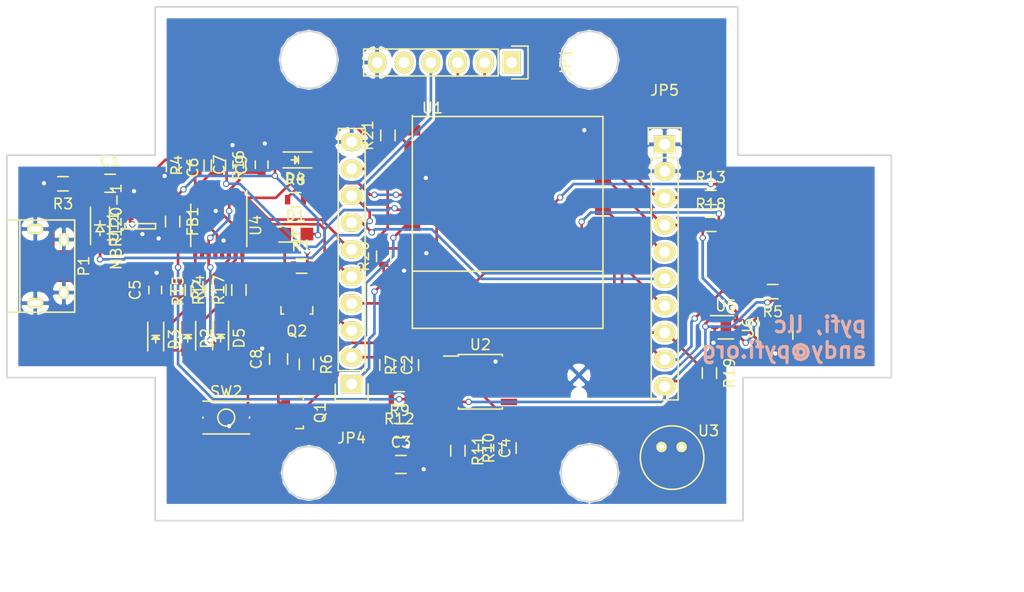
<source format=kicad_pcb>
(kicad_pcb (version 4) (host pcbnew 4.0.2-4+6225~38~ubuntu15.10.1-stable)

  (general
    (links 125)
    (no_connects 3)
    (area 120.924999 44.924999 204.575001 93.575001)
    (thickness 1.6)
    (drawings 36)
    (tracks 499)
    (zones 0)
    (modules 51)
    (nets 50)
  )

  (page A4)
  (layers
    (0 F.Cu signal)
    (31 B.Cu signal)
    (32 B.Adhes user hide)
    (33 F.Adhes user hide)
    (34 B.Paste user)
    (35 F.Paste user)
    (36 B.SilkS user)
    (37 F.SilkS user)
    (38 B.Mask user)
    (39 F.Mask user)
    (40 Dwgs.User user hide)
    (41 Cmts.User user hide)
    (42 Eco1.User user hide)
    (43 Eco2.User user hide)
    (44 Edge.Cuts user)
    (45 Margin user)
    (46 B.CrtYd user hide)
    (47 F.CrtYd user)
    (48 B.Fab user hide)
    (49 F.Fab user hide)
  )

  (setup
    (last_trace_width 0.25)
    (trace_clearance 0.2)
    (zone_clearance 0)
    (zone_45_only no)
    (trace_min 0.2)
    (segment_width 0.2)
    (edge_width 0.15)
    (via_size 0.6)
    (via_drill 0.4)
    (via_min_size 0.4)
    (via_min_drill 0.3)
    (uvia_size 0.3)
    (uvia_drill 0.1)
    (uvias_allowed no)
    (uvia_min_size 0.2)
    (uvia_min_drill 0.1)
    (pcb_text_width 0.3)
    (pcb_text_size 1.5 1.5)
    (mod_edge_width 0.15)
    (mod_text_size 1 1)
    (mod_text_width 0.15)
    (pad_size 1.55 1)
    (pad_drill 1.15)
    (pad_to_mask_clearance 0.2)
    (aux_axis_origin 0 0)
    (visible_elements FFFFFF7F)
    (pcbplotparams
      (layerselection 0x050fc_80000001)
      (usegerberextensions false)
      (excludeedgelayer true)
      (linewidth 0.100000)
      (plotframeref false)
      (viasonmask false)
      (mode 1)
      (useauxorigin false)
      (hpglpennumber 1)
      (hpglpenspeed 20)
      (hpglpendiameter 15)
      (hpglpenoverlay 2)
      (psnegative false)
      (psa4output false)
      (plotreference true)
      (plotvalue true)
      (plotinvisibletext false)
      (padsonsilk false)
      (subtractmaskfromsilk false)
      (outputformat 1)
      (mirror false)
      (drillshape 0)
      (scaleselection 1)
      (outputdirectory gerbers/))
  )

  (net 0 "")
  (net 1 "Net-(C1-Pad1)")
  (net 2 GND)
  (net 3 ADC)
  (net 4 "Net-(C2-Pad2)")
  (net 5 "Net-(C3-Pad1)")
  (net 6 "Net-(C4-Pad1)")
  (net 7 "Net-(C4-Pad2)")
  (net 8 RESET)
  (net 9 RXD)
  (net 10 "Net-(JP1-Pad1)")
  (net 11 TXD)
  (net 12 "Net-(JP1-Pad5)")
  (net 13 "Net-(U11-Pad4)")
  (net 14 +5V)
  (net 15 "Net-(P1-Pad4)")
  (net 16 "Net-(D3-Pad1)")
  (net 17 "Net-(D4-Pad1)")
  (net 18 CH_PD)
  (net 19 IO16)
  (net 20 IO14)
  (net 21 IO12)
  (net 22 IO13)
  (net 23 IO15)
  (net 24 IO2)
  (net 25 IO0)
  (net 26 IO4)
  (net 27 IO5)
  (net 28 +3V3)
  (net 29 DM)
  (net 30 DP)
  (net 31 "Net-(C7-Pad1)")
  (net 32 "Net-(C8-Pad1)")
  (net 33 "Net-(D1-Pad1)")
  (net 34 "Net-(D2-Pad1)")
  (net 35 "Net-(D5-Pad1)")
  (net 36 "Net-(Q1-Pad3)")
  (net 37 "Net-(Q2-Pad3)")
  (net 38 "Net-(R2-Pad1)")
  (net 39 "Net-(R4-Pad1)")
  (net 40 "Net-(R14-Pad2)")
  (net 41 "Net-(R15-Pad2)")
  (net 42 "Net-(R16-Pad2)")
  (net 43 "Net-(R17-Pad2)")
  (net 44 INT)
  (net 45 "Net-(U4-Pad2)")
  (net 46 "Net-(U4-Pad6)")
  (net 47 "Net-(FB1-Pad2)")
  (net 48 "Net-(R20-Pad2)")
  (net 49 "Net-(R21-Pad2)")

  (net_class Default "This is the default net class."
    (clearance 0.2)
    (trace_width 0.25)
    (via_dia 0.6)
    (via_drill 0.4)
    (uvia_dia 0.3)
    (uvia_drill 0.1)
    (add_net +3V3)
    (add_net +5V)
    (add_net ADC)
    (add_net CH_PD)
    (add_net DM)
    (add_net DP)
    (add_net GND)
    (add_net INT)
    (add_net IO0)
    (add_net IO12)
    (add_net IO13)
    (add_net IO14)
    (add_net IO15)
    (add_net IO16)
    (add_net IO2)
    (add_net IO4)
    (add_net IO5)
    (add_net "Net-(C1-Pad1)")
    (add_net "Net-(C2-Pad2)")
    (add_net "Net-(C3-Pad1)")
    (add_net "Net-(C4-Pad1)")
    (add_net "Net-(C4-Pad2)")
    (add_net "Net-(C7-Pad1)")
    (add_net "Net-(C8-Pad1)")
    (add_net "Net-(D1-Pad1)")
    (add_net "Net-(D2-Pad1)")
    (add_net "Net-(D3-Pad1)")
    (add_net "Net-(D4-Pad1)")
    (add_net "Net-(D5-Pad1)")
    (add_net "Net-(FB1-Pad2)")
    (add_net "Net-(JP1-Pad1)")
    (add_net "Net-(JP1-Pad5)")
    (add_net "Net-(P1-Pad4)")
    (add_net "Net-(Q1-Pad3)")
    (add_net "Net-(Q2-Pad3)")
    (add_net "Net-(R14-Pad2)")
    (add_net "Net-(R15-Pad2)")
    (add_net "Net-(R16-Pad2)")
    (add_net "Net-(R17-Pad2)")
    (add_net "Net-(R2-Pad1)")
    (add_net "Net-(R20-Pad2)")
    (add_net "Net-(R21-Pad2)")
    (add_net "Net-(R4-Pad1)")
    (add_net "Net-(U11-Pad4)")
    (add_net "Net-(U4-Pad2)")
    (add_net "Net-(U4-Pad6)")
    (add_net RESET)
    (add_net RXD)
    (add_net TXD)
  )

  (module garage-opener:ESP-WROOM-02 (layer F.Cu) (tedit 56F2B56F) (tstamp 56FAF8DA)
    (at 178.075 69.15 180)
    (path /56F3BF65)
    (fp_text reference U1 (at 16.9 14.6 180) (layer F.SilkS)
      (effects (font (size 1 1) (thickness 0.15)))
    )
    (fp_text value ESP-WROOM-02 (at 9.6 -3.4 180) (layer F.Fab)
      (effects (font (size 1 1) (thickness 0.15)))
    )
    (fp_line (start 0.8 -0.8) (end 18.8 -0.8) (layer F.SilkS) (width 0.15))
    (fp_line (start 0.8 13.8) (end 0.8 -6.2) (layer F.SilkS) (width 0.15))
    (fp_line (start 0.8 -6.2) (end 18.8 -6.2) (layer F.SilkS) (width 0.15))
    (fp_line (start 18.8 -6.1) (end 18.8 13.9) (layer F.SilkS) (width 0.15))
    (fp_line (start 18.8 13.8) (end 0.8 13.8) (layer F.SilkS) (width 0.15))
    (pad 16 smd rect (at 18.8 3.5 180) (size 1.5 1) (layers F.Cu F.Paste F.Mask)
      (net 3 ADC))
    (pad 17 smd rect (at 18.8 2 180) (size 1.5 1) (layers F.Cu F.Paste F.Mask)
      (net 48 "Net-(R20-Pad2)"))
    (pad 18 smd rect (at 18.8 0.5 180) (size 1.5 1) (layers F.Cu F.Paste F.Mask)
      (net 2 GND))
    (pad 15 smd rect (at 18.8 5 180) (size 1.5 1) (layers F.Cu F.Paste F.Mask)
      (net 8 RESET))
    (pad 14 smd rect (at 18.8 6.5 180) (size 1.5 1) (layers F.Cu F.Paste F.Mask)
      (net 27 IO5))
    (pad 13 smd rect (at 18.8 8 180) (size 1.5 1) (layers F.Cu F.Paste F.Mask)
      (net 2 GND))
    (pad 10 smd rect (at 18.8 12.5 180) (size 1.5 1) (layers F.Cu F.Paste F.Mask)
      (net 49 "Net-(R21-Pad2)"))
    (pad 11 smd rect (at 18.8 11 180) (size 1.5 1) (layers F.Cu F.Paste F.Mask)
      (net 9 RXD))
    (pad 12 smd rect (at 18.8 9.5 180) (size 1.5 1) (layers F.Cu F.Paste F.Mask)
      (net 11 TXD))
    (pad 7 smd rect (at 0.8 9.5 180) (size 1.5 1) (layers F.Cu F.Paste F.Mask)
      (net 24 IO2))
    (pad 8 smd rect (at 0.8 11 180) (size 1.5 1) (layers F.Cu F.Paste F.Mask)
      (net 25 IO0))
    (pad 9 smd rect (at 0.8 12.5 180) (size 1.5 1) (layers F.Cu F.Paste F.Mask)
      (net 2 GND))
    (pad 6 smd rect (at 0.8 8 180) (size 1.5 1) (layers F.Cu F.Paste F.Mask)
      (net 23 IO15))
    (pad 5 smd rect (at 0.8 6.5 180) (size 1.5 1) (layers F.Cu F.Paste F.Mask))
    (pad 4 smd rect (at 0.8 5 180) (size 1.5 1) (layers F.Cu F.Paste F.Mask)
      (net 21 IO12))
    (pad 1 smd rect (at 0.8 0.5 180) (size 1.5 1) (layers F.Cu F.Paste F.Mask)
      (net 28 +3V3))
    (pad 2 smd rect (at 0.8 2 180) (size 1.5 1) (layers F.Cu F.Paste F.Mask)
      (net 18 CH_PD))
    (pad 3 smd rect (at 0.8 3.5 180) (size 1.5 1) (layers F.Cu F.Paste F.Mask)
      (net 20 IO14))
  )

  (module Pin_Headers:Pin_Header_Straight_1x10 (layer F.Cu) (tedit 0) (tstamp 56FAF757)
    (at 153.55 80.61 180)
    (descr "Through hole pin header")
    (tags "pin header")
    (path /56C6288D)
    (fp_text reference JP4 (at 0 -5.1 180) (layer F.SilkS)
      (effects (font (size 1 1) (thickness 0.15)))
    )
    (fp_text value CONN_01X10 (at 0 -3.1 180) (layer F.Fab)
      (effects (font (size 1 1) (thickness 0.15)))
    )
    (fp_line (start -1.75 -1.75) (end -1.75 24.65) (layer F.CrtYd) (width 0.05))
    (fp_line (start 1.75 -1.75) (end 1.75 24.65) (layer F.CrtYd) (width 0.05))
    (fp_line (start -1.75 -1.75) (end 1.75 -1.75) (layer F.CrtYd) (width 0.05))
    (fp_line (start -1.75 24.65) (end 1.75 24.65) (layer F.CrtYd) (width 0.05))
    (fp_line (start 1.27 1.27) (end 1.27 24.13) (layer F.SilkS) (width 0.15))
    (fp_line (start 1.27 24.13) (end -1.27 24.13) (layer F.SilkS) (width 0.15))
    (fp_line (start -1.27 24.13) (end -1.27 1.27) (layer F.SilkS) (width 0.15))
    (fp_line (start 1.55 -1.55) (end 1.55 0) (layer F.SilkS) (width 0.15))
    (fp_line (start 1.27 1.27) (end -1.27 1.27) (layer F.SilkS) (width 0.15))
    (fp_line (start -1.55 0) (end -1.55 -1.55) (layer F.SilkS) (width 0.15))
    (fp_line (start -1.55 -1.55) (end 1.55 -1.55) (layer F.SilkS) (width 0.15))
    (pad 1 thru_hole rect (at 0 0 180) (size 2.032 1.7272) (drill 1.016) (layers *.Cu *.Mask F.SilkS)
      (net 19 IO16))
    (pad 2 thru_hole oval (at 0 2.54 180) (size 2.032 1.7272) (drill 1.016) (layers *.Cu *.Mask F.SilkS)
      (net 3 ADC))
    (pad 3 thru_hole oval (at 0 5.08 180) (size 2.032 1.7272) (drill 1.016) (layers *.Cu *.Mask F.SilkS)
      (net 8 RESET))
    (pad 4 thru_hole oval (at 0 7.62 180) (size 2.032 1.7272) (drill 1.016) (layers *.Cu *.Mask F.SilkS)
      (net 27 IO5))
    (pad 5 thru_hole oval (at 0 10.16 180) (size 2.032 1.7272) (drill 1.016) (layers *.Cu *.Mask F.SilkS)
      (net 11 TXD))
    (pad 6 thru_hole oval (at 0 12.7 180) (size 2.032 1.7272) (drill 1.016) (layers *.Cu *.Mask F.SilkS)
      (net 9 RXD))
    (pad 7 thru_hole oval (at 0 15.24 180) (size 2.032 1.7272) (drill 1.016) (layers *.Cu *.Mask F.SilkS)
      (net 22 IO13))
    (pad 8 thru_hole oval (at 0 17.78 180) (size 2.032 1.7272) (drill 1.016) (layers *.Cu *.Mask F.SilkS)
      (net 14 +5V))
    (pad 9 thru_hole oval (at 0 20.32 180) (size 2.032 1.7272) (drill 1.016) (layers *.Cu *.Mask F.SilkS)
      (net 26 IO4))
    (pad 10 thru_hole oval (at 0 22.86 180) (size 2.032 1.7272) (drill 1.016) (layers *.Cu *.Mask F.SilkS)
      (net 2 GND))
    (model Pin_Headers.3dshapes/Pin_Header_Straight_1x10.wrl
      (at (xyz 0 -0.45 0))
      (scale (xyz 1 1 1))
      (rotate (xyz 0 0 90))
    )
  )

  (module Diodes_SMD:SOD-123 (layer F.Cu) (tedit 5530FCB9) (tstamp 56FAF782)
    (at 129.794 65.897 270)
    (descr SOD-123)
    (tags SOD-123)
    (path /56C660C8)
    (attr smd)
    (fp_text reference MBR120-1 (at -0.143 -1.524 270) (layer F.SilkS)
      (effects (font (size 1 1) (thickness 0.15)))
    )
    (fp_text value ZENER (at 0 2.1 270) (layer F.Fab)
      (effects (font (size 1 1) (thickness 0.15)))
    )
    (fp_line (start 0.3175 0) (end 0.6985 0) (layer F.SilkS) (width 0.15))
    (fp_line (start -0.6985 0) (end -0.3175 0) (layer F.SilkS) (width 0.15))
    (fp_line (start -0.3175 0) (end 0.3175 -0.381) (layer F.SilkS) (width 0.15))
    (fp_line (start 0.3175 -0.381) (end 0.3175 0.381) (layer F.SilkS) (width 0.15))
    (fp_line (start 0.3175 0.381) (end -0.3175 0) (layer F.SilkS) (width 0.15))
    (fp_line (start -0.3175 -0.508) (end -0.3175 0.508) (layer F.SilkS) (width 0.15))
    (fp_line (start -2.25 -1.05) (end 2.25 -1.05) (layer F.CrtYd) (width 0.05))
    (fp_line (start 2.25 -1.05) (end 2.25 1.05) (layer F.CrtYd) (width 0.05))
    (fp_line (start 2.25 1.05) (end -2.25 1.05) (layer F.CrtYd) (width 0.05))
    (fp_line (start -2.25 -1.05) (end -2.25 1.05) (layer F.CrtYd) (width 0.05))
    (fp_line (start -2 0.9) (end 1.54 0.9) (layer F.SilkS) (width 0.15))
    (fp_line (start -2 -0.9) (end 1.54 -0.9) (layer F.SilkS) (width 0.15))
    (pad 1 smd rect (at -1.635 0 270) (size 0.91 1.22) (layers F.Cu F.Paste F.Mask)
      (net 1 "Net-(C1-Pad1)"))
    (pad 2 smd rect (at 1.635 0 270) (size 0.91 1.22) (layers F.Cu F.Paste F.Mask)
      (net 14 +5V))
  )

  (module TO_SOT_Packages_SMD:SOT-23-5 (layer F.Cu) (tedit 55360473) (tstamp 56FAF94A)
    (at 133.586 65.709 90)
    (descr "5-pin SOT23 package")
    (tags SOT-23-5)
    (path /56C65BE9)
    (attr smd)
    (fp_text reference U11 (at -0.05 -2.55 90) (layer F.SilkS)
      (effects (font (size 1 1) (thickness 0.15)))
    )
    (fp_text value SPX3819 (at -0.331 2.35 90) (layer F.Fab)
      (effects (font (size 1 1) (thickness 0.15)))
    )
    (fp_line (start -1.8 -1.6) (end 1.8 -1.6) (layer F.CrtYd) (width 0.05))
    (fp_line (start 1.8 -1.6) (end 1.8 1.6) (layer F.CrtYd) (width 0.05))
    (fp_line (start 1.8 1.6) (end -1.8 1.6) (layer F.CrtYd) (width 0.05))
    (fp_line (start -1.8 1.6) (end -1.8 -1.6) (layer F.CrtYd) (width 0.05))
    (fp_circle (center -0.3 -1.7) (end -0.2 -1.7) (layer F.SilkS) (width 0.15))
    (fp_line (start 0.25 -1.45) (end -0.25 -1.45) (layer F.SilkS) (width 0.15))
    (fp_line (start 0.25 1.45) (end 0.25 -1.45) (layer F.SilkS) (width 0.15))
    (fp_line (start -0.25 1.45) (end 0.25 1.45) (layer F.SilkS) (width 0.15))
    (fp_line (start -0.25 -1.45) (end -0.25 1.45) (layer F.SilkS) (width 0.15))
    (pad 1 smd rect (at -1.1 -0.95 90) (size 1.06 0.65) (layers F.Cu F.Paste F.Mask)
      (net 1 "Net-(C1-Pad1)"))
    (pad 2 smd rect (at -1.1 0 90) (size 1.06 0.65) (layers F.Cu F.Paste F.Mask)
      (net 2 GND))
    (pad 3 smd rect (at -1.1 0.95 90) (size 1.06 0.65) (layers F.Cu F.Paste F.Mask)
      (net 2 GND))
    (pad 4 smd rect (at 1.1 0.95 90) (size 1.06 0.65) (layers F.Cu F.Paste F.Mask)
      (net 13 "Net-(U11-Pad4)"))
    (pad 5 smd rect (at 1.1 -0.95 90) (size 1.06 0.65) (layers F.Cu F.Paste F.Mask)
      (net 28 +3V3))
    (model TO_SOT_Packages_SMD.3dshapes/SOT-23-5.wrl
      (at (xyz 0 0 0))
      (scale (xyz 1 1 1))
      (rotate (xyz 0 0 0))
    )
  )

  (module Connect:USB_Micro-B (layer F.Cu) (tedit 5543E447) (tstamp 56FAF7AA)
    (at 124.81746 69.4709 270)
    (descr "Micro USB Type B Receptacle")
    (tags "USB USB_B USB_micro USB_OTG")
    (path /56C75F6C)
    (attr smd)
    (fp_text reference P1 (at 0 -3.45 270) (layer F.SilkS)
      (effects (font (size 1 1) (thickness 0.15)))
    )
    (fp_text value USB_OTG (at 0 4.8 270) (layer F.Fab)
      (effects (font (size 1 1) (thickness 0.15)))
    )
    (fp_line (start -4.6 -2.8) (end 4.6 -2.8) (layer F.CrtYd) (width 0.05))
    (fp_line (start 4.6 -2.8) (end 4.6 4.05) (layer F.CrtYd) (width 0.05))
    (fp_line (start 4.6 4.05) (end -4.6 4.05) (layer F.CrtYd) (width 0.05))
    (fp_line (start -4.6 4.05) (end -4.6 -2.8) (layer F.CrtYd) (width 0.05))
    (fp_line (start -4.3509 3.81746) (end 4.3491 3.81746) (layer F.SilkS) (width 0.15))
    (fp_line (start -4.3509 -2.58754) (end 4.3491 -2.58754) (layer F.SilkS) (width 0.15))
    (fp_line (start 4.3491 -2.58754) (end 4.3491 3.81746) (layer F.SilkS) (width 0.15))
    (fp_line (start 4.3491 2.58746) (end -4.3509 2.58746) (layer F.SilkS) (width 0.15))
    (fp_line (start -4.3509 3.81746) (end -4.3509 -2.58754) (layer F.SilkS) (width 0.15))
    (pad 1 smd rect (at -1.3009 -1.56254) (size 1.35 0.4) (layers F.Cu F.Paste F.Mask)
      (net 14 +5V))
    (pad 2 smd rect (at -0.6509 -1.56254) (size 1.35 0.4) (layers F.Cu F.Paste F.Mask)
      (net 29 DM))
    (pad 3 smd rect (at -0.0009 -1.56254) (size 1.35 0.4) (layers F.Cu F.Paste F.Mask)
      (net 30 DP))
    (pad 4 smd rect (at 0.6491 -1.56254) (size 1.35 0.4) (layers F.Cu F.Paste F.Mask)
      (net 15 "Net-(P1-Pad4)"))
    (pad 5 smd rect (at 1.2991 -1.56254) (size 1.35 0.4) (layers F.Cu F.Paste F.Mask)
      (net 2 GND))
    (pad 6 thru_hole oval (at -2.5009 -1.56254) (size 0.95 1.25) (drill oval 0.55 0.85) (layers *.Cu *.Mask F.SilkS)
      (net 2 GND))
    (pad 6 thru_hole oval (at 2.4991 -1.56254) (size 0.95 1.25) (drill oval 0.55 0.85) (layers *.Cu *.Mask F.SilkS)
      (net 2 GND))
    (pad 6 thru_hole oval (at -3.5009 1.13746) (size 1.55 1) (drill oval 1.15 0.5) (layers *.Cu *.Mask F.SilkS)
      (net 2 GND))
    (pad 6 thru_hole oval (at 3.4991 1.13746) (size 1.55 1) (drill oval 1.15 0.5) (layers *.Cu *.Mask F.SilkS)
      (net 2 GND))
  )

  (module Resistors_SMD:R_0603 (layer F.Cu) (tedit 5415CC62) (tstamp 56FAF676)
    (at 156.88 78.81 270)
    (descr "Resistor SMD 0603, reflow soldering, Vishay (see dcrcw.pdf)")
    (tags "resistor 0603")
    (path /56C658E9)
    (attr smd)
    (fp_text reference C2 (at 0 -1.9 270) (layer F.SilkS)
      (effects (font (size 1 1) (thickness 0.15)))
    )
    (fp_text value 12pF (at 0 1.9 270) (layer F.Fab)
      (effects (font (size 1 1) (thickness 0.15)))
    )
    (fp_line (start -1.3 -0.8) (end 1.3 -0.8) (layer F.CrtYd) (width 0.05))
    (fp_line (start -1.3 0.8) (end 1.3 0.8) (layer F.CrtYd) (width 0.05))
    (fp_line (start -1.3 -0.8) (end -1.3 0.8) (layer F.CrtYd) (width 0.05))
    (fp_line (start 1.3 -0.8) (end 1.3 0.8) (layer F.CrtYd) (width 0.05))
    (fp_line (start 0.5 0.675) (end -0.5 0.675) (layer F.SilkS) (width 0.15))
    (fp_line (start -0.5 -0.675) (end 0.5 -0.675) (layer F.SilkS) (width 0.15))
    (pad 1 smd rect (at -0.75 0 270) (size 0.5 0.9) (layers F.Cu F.Paste F.Mask)
      (net 3 ADC))
    (pad 2 smd rect (at 0.75 0 270) (size 0.5 0.9) (layers F.Cu F.Paste F.Mask)
      (net 4 "Net-(C2-Pad2)"))
    (model Resistors_SMD.3dshapes/R_0603.wrl
      (at (xyz 0 0 0))
      (scale (xyz 1 1 1))
      (rotate (xyz 0 0 0))
    )
  )

  (module Capacitors_SMD:C_0603 (layer F.Cu) (tedit 5415D631) (tstamp 56FAF68E)
    (at 166.116 86.65 270)
    (descr "Capacitor SMD 0603, reflow soldering, AVX (see smccp.pdf)")
    (tags "capacitor 0603")
    (path /56C65A5B)
    (attr smd)
    (fp_text reference C4 (at 0 -1.9 270) (layer F.SilkS)
      (effects (font (size 1 1) (thickness 0.15)))
    )
    (fp_text value "4.7 uF" (at 0 1.9 270) (layer F.Fab)
      (effects (font (size 1 1) (thickness 0.15)))
    )
    (fp_line (start -1.45 -0.75) (end 1.45 -0.75) (layer F.CrtYd) (width 0.05))
    (fp_line (start -1.45 0.75) (end 1.45 0.75) (layer F.CrtYd) (width 0.05))
    (fp_line (start -1.45 -0.75) (end -1.45 0.75) (layer F.CrtYd) (width 0.05))
    (fp_line (start 1.45 -0.75) (end 1.45 0.75) (layer F.CrtYd) (width 0.05))
    (fp_line (start -0.35 -0.6) (end 0.35 -0.6) (layer F.SilkS) (width 0.15))
    (fp_line (start 0.35 0.6) (end -0.35 0.6) (layer F.SilkS) (width 0.15))
    (pad 1 smd rect (at -0.75 0 270) (size 0.8 0.75) (layers F.Cu F.Paste F.Mask)
      (net 6 "Net-(C4-Pad1)"))
    (pad 2 smd rect (at 0.75 0 270) (size 0.8 0.75) (layers F.Cu F.Paste F.Mask)
      (net 7 "Net-(C4-Pad2)"))
    (model Capacitors_SMD.3dshapes/C_0603.wrl
      (at (xyz 0 0 0))
      (scale (xyz 1 1 1))
      (rotate (xyz 0 0 0))
    )
  )

  (module Capacitors_SMD:C_0603 (layer F.Cu) (tedit 5415D631) (tstamp 56FAF69A)
    (at 135.00739 71.725558 90)
    (descr "Capacitor SMD 0603, reflow soldering, AVX (see smccp.pdf)")
    (tags "capacitor 0603")
    (path /56FA08C5)
    (attr smd)
    (fp_text reference C5 (at 0 -1.9 90) (layer F.SilkS)
      (effects (font (size 1 1) (thickness 0.15)))
    )
    (fp_text value 47pf (at 0 1.9 90) (layer F.Fab)
      (effects (font (size 1 1) (thickness 0.15)))
    )
    (fp_line (start -1.45 -0.75) (end 1.45 -0.75) (layer F.CrtYd) (width 0.05))
    (fp_line (start -1.45 0.75) (end 1.45 0.75) (layer F.CrtYd) (width 0.05))
    (fp_line (start -1.45 -0.75) (end -1.45 0.75) (layer F.CrtYd) (width 0.05))
    (fp_line (start 1.45 -0.75) (end 1.45 0.75) (layer F.CrtYd) (width 0.05))
    (fp_line (start -0.35 -0.6) (end 0.35 -0.6) (layer F.SilkS) (width 0.15))
    (fp_line (start 0.35 0.6) (end -0.35 0.6) (layer F.SilkS) (width 0.15))
    (pad 1 smd rect (at -0.75 0 90) (size 0.8 0.75) (layers F.Cu F.Paste F.Mask)
      (net 29 DM))
    (pad 2 smd rect (at 0.75 0 90) (size 0.8 0.75) (layers F.Cu F.Paste F.Mask)
      (net 2 GND))
    (model Capacitors_SMD.3dshapes/C_0603.wrl
      (at (xyz 0 0 0))
      (scale (xyz 1 1 1))
      (rotate (xyz 0 0 0))
    )
  )

  (module Capacitors_SMD:C_0603 (layer F.Cu) (tedit 5415D631) (tstamp 56FAF6A6)
    (at 136.652 60.186 270)
    (descr "Capacitor SMD 0603, reflow soldering, AVX (see smccp.pdf)")
    (tags "capacitor 0603")
    (path /56FA03F1)
    (attr smd)
    (fp_text reference C6 (at 0 -1.9 270) (layer F.SilkS)
      (effects (font (size 1 1) (thickness 0.15)))
    )
    (fp_text value 47pf (at 0 1.9 270) (layer F.Fab)
      (effects (font (size 1 1) (thickness 0.15)))
    )
    (fp_line (start -1.45 -0.75) (end 1.45 -0.75) (layer F.CrtYd) (width 0.05))
    (fp_line (start -1.45 0.75) (end 1.45 0.75) (layer F.CrtYd) (width 0.05))
    (fp_line (start -1.45 -0.75) (end -1.45 0.75) (layer F.CrtYd) (width 0.05))
    (fp_line (start 1.45 -0.75) (end 1.45 0.75) (layer F.CrtYd) (width 0.05))
    (fp_line (start -0.35 -0.6) (end 0.35 -0.6) (layer F.SilkS) (width 0.15))
    (fp_line (start 0.35 0.6) (end -0.35 0.6) (layer F.SilkS) (width 0.15))
    (pad 1 smd rect (at -0.75 0 270) (size 0.8 0.75) (layers F.Cu F.Paste F.Mask)
      (net 30 DP))
    (pad 2 smd rect (at 0.75 0 270) (size 0.8 0.75) (layers F.Cu F.Paste F.Mask)
      (net 2 GND))
    (model Capacitors_SMD.3dshapes/C_0603.wrl
      (at (xyz 0 0 0))
      (scale (xyz 1 1 1))
      (rotate (xyz 0 0 0))
    )
  )

  (module LEDs:LED_0805 (layer F.Cu) (tedit 55BDE1C2) (tstamp 56FAF6D1)
    (at 148.27402 66.45)
    (descr "LED 0805 smd package")
    (tags "LED 0805 SMD")
    (path /56F9C213)
    (attr smd)
    (fp_text reference D1 (at 0 -1.75) (layer F.SilkS)
      (effects (font (size 1 1) (thickness 0.15)))
    )
    (fp_text value LED (at 0 1.75) (layer F.Fab)
      (effects (font (size 1 1) (thickness 0.15)))
    )
    (fp_line (start -1.6 0.75) (end 1.1 0.75) (layer F.SilkS) (width 0.15))
    (fp_line (start -1.6 -0.75) (end 1.1 -0.75) (layer F.SilkS) (width 0.15))
    (fp_line (start -0.1 0.15) (end -0.1 -0.1) (layer F.SilkS) (width 0.15))
    (fp_line (start -0.1 -0.1) (end -0.25 0.05) (layer F.SilkS) (width 0.15))
    (fp_line (start -0.35 -0.35) (end -0.35 0.35) (layer F.SilkS) (width 0.15))
    (fp_line (start 0 0) (end 0.35 0) (layer F.SilkS) (width 0.15))
    (fp_line (start -0.35 0) (end 0 -0.35) (layer F.SilkS) (width 0.15))
    (fp_line (start 0 -0.35) (end 0 0.35) (layer F.SilkS) (width 0.15))
    (fp_line (start 0 0.35) (end -0.35 0) (layer F.SilkS) (width 0.15))
    (fp_line (start 1.9 -0.95) (end 1.9 0.95) (layer F.CrtYd) (width 0.05))
    (fp_line (start 1.9 0.95) (end -1.9 0.95) (layer F.CrtYd) (width 0.05))
    (fp_line (start -1.9 0.95) (end -1.9 -0.95) (layer F.CrtYd) (width 0.05))
    (fp_line (start -1.9 -0.95) (end 1.9 -0.95) (layer F.CrtYd) (width 0.05))
    (pad 2 smd rect (at 1.04902 0 180) (size 1.19888 1.19888) (layers F.Cu F.Paste F.Mask)
      (net 28 +3V3))
    (pad 1 smd rect (at -1.04902 0 180) (size 1.19888 1.19888) (layers F.Cu F.Paste F.Mask)
      (net 33 "Net-(D1-Pad1)"))
    (model LEDs.3dshapes/LED_0805.wrl
      (at (xyz 0 0 0))
      (scale (xyz 1 1 1))
      (rotate (xyz 0 0 0))
    )
  )

  (module LEDs:LED_0805 (layer F.Cu) (tedit 55BDE1C2) (tstamp 56FAF6E4)
    (at 138.075 76.3 270)
    (descr "LED 0805 smd package")
    (tags "LED 0805 SMD")
    (path /56F9CDB3)
    (attr smd)
    (fp_text reference D2 (at 0 -1.75 270) (layer F.SilkS)
      (effects (font (size 1 1) (thickness 0.15)))
    )
    (fp_text value LED (at 0 1.75 270) (layer F.Fab)
      (effects (font (size 1 1) (thickness 0.15)))
    )
    (fp_line (start -1.6 0.75) (end 1.1 0.75) (layer F.SilkS) (width 0.15))
    (fp_line (start -1.6 -0.75) (end 1.1 -0.75) (layer F.SilkS) (width 0.15))
    (fp_line (start -0.1 0.15) (end -0.1 -0.1) (layer F.SilkS) (width 0.15))
    (fp_line (start -0.1 -0.1) (end -0.25 0.05) (layer F.SilkS) (width 0.15))
    (fp_line (start -0.35 -0.35) (end -0.35 0.35) (layer F.SilkS) (width 0.15))
    (fp_line (start 0 0) (end 0.35 0) (layer F.SilkS) (width 0.15))
    (fp_line (start -0.35 0) (end 0 -0.35) (layer F.SilkS) (width 0.15))
    (fp_line (start 0 -0.35) (end 0 0.35) (layer F.SilkS) (width 0.15))
    (fp_line (start 0 0.35) (end -0.35 0) (layer F.SilkS) (width 0.15))
    (fp_line (start 1.9 -0.95) (end 1.9 0.95) (layer F.CrtYd) (width 0.05))
    (fp_line (start 1.9 0.95) (end -1.9 0.95) (layer F.CrtYd) (width 0.05))
    (fp_line (start -1.9 0.95) (end -1.9 -0.95) (layer F.CrtYd) (width 0.05))
    (fp_line (start -1.9 -0.95) (end 1.9 -0.95) (layer F.CrtYd) (width 0.05))
    (pad 2 smd rect (at 1.04902 0 90) (size 1.19888 1.19888) (layers F.Cu F.Paste F.Mask)
      (net 31 "Net-(C7-Pad1)"))
    (pad 1 smd rect (at -1.04902 0 90) (size 1.19888 1.19888) (layers F.Cu F.Paste F.Mask)
      (net 34 "Net-(D2-Pad1)"))
    (model LEDs.3dshapes/LED_0805.wrl
      (at (xyz 0 0 0))
      (scale (xyz 1 1 1))
      (rotate (xyz 0 0 0))
    )
  )

  (module LEDs:LED_0805 (layer F.Cu) (tedit 55BDE1C2) (tstamp 56FAF6F7)
    (at 135.05 76.37402 270)
    (descr "LED 0805 smd package")
    (tags "LED 0805 SMD")
    (path /56F9D4AC)
    (attr smd)
    (fp_text reference D3 (at 0 -1.75 270) (layer F.SilkS)
      (effects (font (size 1 1) (thickness 0.15)))
    )
    (fp_text value LED (at 0 1.75 270) (layer F.Fab)
      (effects (font (size 1 1) (thickness 0.15)))
    )
    (fp_line (start -1.6 0.75) (end 1.1 0.75) (layer F.SilkS) (width 0.15))
    (fp_line (start -1.6 -0.75) (end 1.1 -0.75) (layer F.SilkS) (width 0.15))
    (fp_line (start -0.1 0.15) (end -0.1 -0.1) (layer F.SilkS) (width 0.15))
    (fp_line (start -0.1 -0.1) (end -0.25 0.05) (layer F.SilkS) (width 0.15))
    (fp_line (start -0.35 -0.35) (end -0.35 0.35) (layer F.SilkS) (width 0.15))
    (fp_line (start 0 0) (end 0.35 0) (layer F.SilkS) (width 0.15))
    (fp_line (start -0.35 0) (end 0 -0.35) (layer F.SilkS) (width 0.15))
    (fp_line (start 0 -0.35) (end 0 0.35) (layer F.SilkS) (width 0.15))
    (fp_line (start 0 0.35) (end -0.35 0) (layer F.SilkS) (width 0.15))
    (fp_line (start 1.9 -0.95) (end 1.9 0.95) (layer F.CrtYd) (width 0.05))
    (fp_line (start 1.9 0.95) (end -1.9 0.95) (layer F.CrtYd) (width 0.05))
    (fp_line (start -1.9 0.95) (end -1.9 -0.95) (layer F.CrtYd) (width 0.05))
    (fp_line (start -1.9 -0.95) (end 1.9 -0.95) (layer F.CrtYd) (width 0.05))
    (pad 2 smd rect (at 1.04902 0 90) (size 1.19888 1.19888) (layers F.Cu F.Paste F.Mask)
      (net 31 "Net-(C7-Pad1)"))
    (pad 1 smd rect (at -1.04902 0 90) (size 1.19888 1.19888) (layers F.Cu F.Paste F.Mask)
      (net 16 "Net-(D3-Pad1)"))
    (model LEDs.3dshapes/LED_0805.wrl
      (at (xyz 0 0 0))
      (scale (xyz 1 1 1))
      (rotate (xyz 0 0 0))
    )
  )

  (module LEDs:LED_0805 (layer F.Cu) (tedit 55BDE1C2) (tstamp 56FAF70A)
    (at 148.17598 59.45 180)
    (descr "LED 0805 smd package")
    (tags "LED 0805 SMD")
    (path /56D7CEF7)
    (attr smd)
    (fp_text reference D4 (at 0 -1.75 180) (layer F.SilkS)
      (effects (font (size 1 1) (thickness 0.15)))
    )
    (fp_text value LED (at 0 1.75 180) (layer F.Fab)
      (effects (font (size 1 1) (thickness 0.15)))
    )
    (fp_line (start -1.6 0.75) (end 1.1 0.75) (layer F.SilkS) (width 0.15))
    (fp_line (start -1.6 -0.75) (end 1.1 -0.75) (layer F.SilkS) (width 0.15))
    (fp_line (start -0.1 0.15) (end -0.1 -0.1) (layer F.SilkS) (width 0.15))
    (fp_line (start -0.1 -0.1) (end -0.25 0.05) (layer F.SilkS) (width 0.15))
    (fp_line (start -0.35 -0.35) (end -0.35 0.35) (layer F.SilkS) (width 0.15))
    (fp_line (start 0 0) (end 0.35 0) (layer F.SilkS) (width 0.15))
    (fp_line (start -0.35 0) (end 0 -0.35) (layer F.SilkS) (width 0.15))
    (fp_line (start 0 -0.35) (end 0 0.35) (layer F.SilkS) (width 0.15))
    (fp_line (start 0 0.35) (end -0.35 0) (layer F.SilkS) (width 0.15))
    (fp_line (start 1.9 -0.95) (end 1.9 0.95) (layer F.CrtYd) (width 0.05))
    (fp_line (start 1.9 0.95) (end -1.9 0.95) (layer F.CrtYd) (width 0.05))
    (fp_line (start -1.9 0.95) (end -1.9 -0.95) (layer F.CrtYd) (width 0.05))
    (fp_line (start -1.9 -0.95) (end 1.9 -0.95) (layer F.CrtYd) (width 0.05))
    (pad 2 smd rect (at 1.04902 0) (size 1.19888 1.19888) (layers F.Cu F.Paste F.Mask)
      (net 28 +3V3))
    (pad 1 smd rect (at -1.04902 0) (size 1.19888 1.19888) (layers F.Cu F.Paste F.Mask)
      (net 17 "Net-(D4-Pad1)"))
    (model LEDs.3dshapes/LED_0805.wrl
      (at (xyz 0 0 0))
      (scale (xyz 1 1 1))
      (rotate (xyz 0 0 0))
    )
  )

  (module LEDs:LED_0805 (layer F.Cu) (tedit 55BDE1C2) (tstamp 56FAF71D)
    (at 141.175 76.27402 270)
    (descr "LED 0805 smd package")
    (tags "LED 0805 SMD")
    (path /56F9D5ED)
    (attr smd)
    (fp_text reference D5 (at 0 -1.75 270) (layer F.SilkS)
      (effects (font (size 1 1) (thickness 0.15)))
    )
    (fp_text value LED (at 0 1.75 270) (layer F.Fab)
      (effects (font (size 1 1) (thickness 0.15)))
    )
    (fp_line (start -1.6 0.75) (end 1.1 0.75) (layer F.SilkS) (width 0.15))
    (fp_line (start -1.6 -0.75) (end 1.1 -0.75) (layer F.SilkS) (width 0.15))
    (fp_line (start -0.1 0.15) (end -0.1 -0.1) (layer F.SilkS) (width 0.15))
    (fp_line (start -0.1 -0.1) (end -0.25 0.05) (layer F.SilkS) (width 0.15))
    (fp_line (start -0.35 -0.35) (end -0.35 0.35) (layer F.SilkS) (width 0.15))
    (fp_line (start 0 0) (end 0.35 0) (layer F.SilkS) (width 0.15))
    (fp_line (start -0.35 0) (end 0 -0.35) (layer F.SilkS) (width 0.15))
    (fp_line (start 0 -0.35) (end 0 0.35) (layer F.SilkS) (width 0.15))
    (fp_line (start 0 0.35) (end -0.35 0) (layer F.SilkS) (width 0.15))
    (fp_line (start 1.9 -0.95) (end 1.9 0.95) (layer F.CrtYd) (width 0.05))
    (fp_line (start 1.9 0.95) (end -1.9 0.95) (layer F.CrtYd) (width 0.05))
    (fp_line (start -1.9 0.95) (end -1.9 -0.95) (layer F.CrtYd) (width 0.05))
    (fp_line (start -1.9 -0.95) (end 1.9 -0.95) (layer F.CrtYd) (width 0.05))
    (pad 2 smd rect (at 1.04902 0 90) (size 1.19888 1.19888) (layers F.Cu F.Paste F.Mask)
      (net 31 "Net-(C7-Pad1)"))
    (pad 1 smd rect (at -1.04902 0 90) (size 1.19888 1.19888) (layers F.Cu F.Paste F.Mask)
      (net 35 "Net-(D5-Pad1)"))
    (model LEDs.3dshapes/LED_0805.wrl
      (at (xyz 0 0 0))
      (scale (xyz 1 1 1))
      (rotate (xyz 0 0 0))
    )
  )

  (module Resistors_SMD:R_0603 (layer F.Cu) (tedit 5415CC62) (tstamp 56FAF729)
    (at 136.652 65.266 270)
    (descr "Resistor SMD 0603, reflow soldering, Vishay (see dcrcw.pdf)")
    (tags "resistor 0603")
    (path /56F9B146)
    (attr smd)
    (fp_text reference FB1 (at 0 -1.9 270) (layer F.SilkS)
      (effects (font (size 1 1) (thickness 0.15)))
    )
    (fp_text value BLM18PG330SN1D (at 0 1.9 270) (layer F.Fab)
      (effects (font (size 1 1) (thickness 0.15)))
    )
    (fp_line (start -1.3 -0.8) (end 1.3 -0.8) (layer F.CrtYd) (width 0.05))
    (fp_line (start -1.3 0.8) (end 1.3 0.8) (layer F.CrtYd) (width 0.05))
    (fp_line (start -1.3 -0.8) (end -1.3 0.8) (layer F.CrtYd) (width 0.05))
    (fp_line (start 1.3 -0.8) (end 1.3 0.8) (layer F.CrtYd) (width 0.05))
    (fp_line (start 0.5 0.675) (end -0.5 0.675) (layer F.SilkS) (width 0.15))
    (fp_line (start -0.5 -0.675) (end 0.5 -0.675) (layer F.SilkS) (width 0.15))
    (pad 1 smd rect (at -0.75 0 270) (size 0.5 0.9) (layers F.Cu F.Paste F.Mask)
      (net 28 +3V3))
    (pad 2 smd rect (at 0.75 0 270) (size 0.5 0.9) (layers F.Cu F.Paste F.Mask)
      (net 47 "Net-(FB1-Pad2)"))
    (model Resistors_SMD.3dshapes/R_0603.wrl
      (at (xyz 0 0 0))
      (scale (xyz 1 1 1))
      (rotate (xyz 0 0 0))
    )
  )

  (module Pin_Headers:Pin_Header_Straight_1x06 (layer F.Cu) (tedit 0) (tstamp 56FAF73E)
    (at 168.65 50.25 270)
    (descr "Through hole pin header")
    (tags "pin header")
    (path /56C62737)
    (fp_text reference JP1 (at 0 -5.1 270) (layer F.SilkS)
      (effects (font (size 1 1) (thickness 0.15)))
    )
    (fp_text value CONN_01X06 (at 0 -3.1 270) (layer F.Fab)
      (effects (font (size 1 1) (thickness 0.15)))
    )
    (fp_line (start -1.75 -1.75) (end -1.75 14.45) (layer F.CrtYd) (width 0.05))
    (fp_line (start 1.75 -1.75) (end 1.75 14.45) (layer F.CrtYd) (width 0.05))
    (fp_line (start -1.75 -1.75) (end 1.75 -1.75) (layer F.CrtYd) (width 0.05))
    (fp_line (start -1.75 14.45) (end 1.75 14.45) (layer F.CrtYd) (width 0.05))
    (fp_line (start 1.27 1.27) (end 1.27 13.97) (layer F.SilkS) (width 0.15))
    (fp_line (start 1.27 13.97) (end -1.27 13.97) (layer F.SilkS) (width 0.15))
    (fp_line (start -1.27 13.97) (end -1.27 1.27) (layer F.SilkS) (width 0.15))
    (fp_line (start 1.55 -1.55) (end 1.55 0) (layer F.SilkS) (width 0.15))
    (fp_line (start 1.27 1.27) (end -1.27 1.27) (layer F.SilkS) (width 0.15))
    (fp_line (start -1.55 0) (end -1.55 -1.55) (layer F.SilkS) (width 0.15))
    (fp_line (start -1.55 -1.55) (end 1.55 -1.55) (layer F.SilkS) (width 0.15))
    (pad 1 thru_hole rect (at 0 0 270) (size 2.032 1.7272) (drill 1.016) (layers *.Cu *.Mask F.SilkS)
      (net 10 "Net-(JP1-Pad1)"))
    (pad 2 thru_hole oval (at 0 2.54 270) (size 2.032 1.7272) (drill 1.016) (layers *.Cu *.Mask F.SilkS)
      (net 11 TXD))
    (pad 3 thru_hole oval (at 0 5.08 270) (size 2.032 1.7272) (drill 1.016) (layers *.Cu *.Mask F.SilkS)
      (net 9 RXD))
    (pad 4 thru_hole oval (at 0 7.62 270) (size 2.032 1.7272) (drill 1.016) (layers *.Cu *.Mask F.SilkS)
      (net 14 +5V))
    (pad 5 thru_hole oval (at 0 10.16 270) (size 2.032 1.7272) (drill 1.016) (layers *.Cu *.Mask F.SilkS)
      (net 12 "Net-(JP1-Pad5)"))
    (pad 6 thru_hole oval (at 0 12.7 270) (size 2.032 1.7272) (drill 1.016) (layers *.Cu *.Mask F.SilkS)
      (net 2 GND))
    (model Pin_Headers.3dshapes/Pin_Header_Straight_1x06.wrl
      (at (xyz 0 -0.25 0))
      (scale (xyz 1 1 1))
      (rotate (xyz 0 0 90))
    )
  )

  (module Pin_Headers:Pin_Header_Straight_1x10 (layer F.Cu) (tedit 0) (tstamp 56FAF770)
    (at 183.1 57.975)
    (descr "Through hole pin header")
    (tags "pin header")
    (path /56C628CA)
    (fp_text reference JP5 (at 0 -5.1) (layer F.SilkS)
      (effects (font (size 1 1) (thickness 0.15)))
    )
    (fp_text value CONN_01X10 (at 0 -3.1) (layer F.Fab)
      (effects (font (size 1 1) (thickness 0.15)))
    )
    (fp_line (start -1.75 -1.75) (end -1.75 24.65) (layer F.CrtYd) (width 0.05))
    (fp_line (start 1.75 -1.75) (end 1.75 24.65) (layer F.CrtYd) (width 0.05))
    (fp_line (start -1.75 -1.75) (end 1.75 -1.75) (layer F.CrtYd) (width 0.05))
    (fp_line (start -1.75 24.65) (end 1.75 24.65) (layer F.CrtYd) (width 0.05))
    (fp_line (start 1.27 1.27) (end 1.27 24.13) (layer F.SilkS) (width 0.15))
    (fp_line (start 1.27 24.13) (end -1.27 24.13) (layer F.SilkS) (width 0.15))
    (fp_line (start -1.27 24.13) (end -1.27 1.27) (layer F.SilkS) (width 0.15))
    (fp_line (start 1.55 -1.55) (end 1.55 0) (layer F.SilkS) (width 0.15))
    (fp_line (start 1.27 1.27) (end -1.27 1.27) (layer F.SilkS) (width 0.15))
    (fp_line (start -1.55 0) (end -1.55 -1.55) (layer F.SilkS) (width 0.15))
    (fp_line (start -1.55 -1.55) (end 1.55 -1.55) (layer F.SilkS) (width 0.15))
    (pad 1 thru_hole rect (at 0 0) (size 2.032 1.7272) (drill 1.016) (layers *.Cu *.Mask F.SilkS)
      (net 2 GND))
    (pad 2 thru_hole oval (at 0 2.54) (size 2.032 1.7272) (drill 1.016) (layers *.Cu *.Mask F.SilkS)
      (net 2 GND))
    (pad 3 thru_hole oval (at 0 5.08) (size 2.032 1.7272) (drill 1.016) (layers *.Cu *.Mask F.SilkS)
      (net 25 IO0))
    (pad 4 thru_hole oval (at 0 7.62) (size 2.032 1.7272) (drill 1.016) (layers *.Cu *.Mask F.SilkS)
      (net 24 IO2))
    (pad 5 thru_hole oval (at 0 10.16) (size 2.032 1.7272) (drill 1.016) (layers *.Cu *.Mask F.SilkS)
      (net 23 IO15))
    (pad 6 thru_hole oval (at 0 12.7) (size 2.032 1.7272) (drill 1.016) (layers *.Cu *.Mask F.SilkS)
      (net 22 IO13))
    (pad 7 thru_hole oval (at 0 15.24) (size 2.032 1.7272) (drill 1.016) (layers *.Cu *.Mask F.SilkS)
      (net 21 IO12))
    (pad 8 thru_hole oval (at 0 17.78) (size 2.032 1.7272) (drill 1.016) (layers *.Cu *.Mask F.SilkS)
      (net 20 IO14))
    (pad 9 thru_hole oval (at 0 20.32) (size 2.032 1.7272) (drill 1.016) (layers *.Cu *.Mask F.SilkS)
      (net 18 CH_PD))
    (pad 10 thru_hole oval (at 0 22.86) (size 2.032 1.7272) (drill 1.016) (layers *.Cu *.Mask F.SilkS)
      (net 28 +3V3))
    (model Pin_Headers.3dshapes/Pin_Header_Straight_1x10.wrl
      (at (xyz 0 -0.45 0))
      (scale (xyz 1 1 1))
      (rotate (xyz 0 0 90))
    )
  )

  (module TO_SOT_Packages_SMD:SOT-23 (layer F.Cu) (tedit 553634F8) (tstamp 56FAF7BA)
    (at 148.336 83.312 270)
    (descr "SOT-23, Standard")
    (tags SOT-23)
    (path /56F9BBDF)
    (attr smd)
    (fp_text reference Q1 (at 0 -2.25 270) (layer F.SilkS)
      (effects (font (size 1 1) (thickness 0.15)))
    )
    (fp_text value 2N7002L (at 0 2.3 270) (layer F.Fab)
      (effects (font (size 1 1) (thickness 0.15)))
    )
    (fp_line (start -1.65 -1.6) (end 1.65 -1.6) (layer F.CrtYd) (width 0.05))
    (fp_line (start 1.65 -1.6) (end 1.65 1.6) (layer F.CrtYd) (width 0.05))
    (fp_line (start 1.65 1.6) (end -1.65 1.6) (layer F.CrtYd) (width 0.05))
    (fp_line (start -1.65 1.6) (end -1.65 -1.6) (layer F.CrtYd) (width 0.05))
    (fp_line (start 1.29916 -0.65024) (end 1.2509 -0.65024) (layer F.SilkS) (width 0.15))
    (fp_line (start -1.49982 0.0508) (end -1.49982 -0.65024) (layer F.SilkS) (width 0.15))
    (fp_line (start -1.49982 -0.65024) (end -1.2509 -0.65024) (layer F.SilkS) (width 0.15))
    (fp_line (start 1.29916 -0.65024) (end 1.49982 -0.65024) (layer F.SilkS) (width 0.15))
    (fp_line (start 1.49982 -0.65024) (end 1.49982 0.0508) (layer F.SilkS) (width 0.15))
    (pad 1 smd rect (at -0.95 1.00076 270) (size 0.8001 0.8001) (layers F.Cu F.Paste F.Mask)
      (net 32 "Net-(C8-Pad1)"))
    (pad 2 smd rect (at 0.95 1.00076 270) (size 0.8001 0.8001) (layers F.Cu F.Paste F.Mask)
      (net 2 GND))
    (pad 3 smd rect (at 0 -0.99822 270) (size 0.8001 0.8001) (layers F.Cu F.Paste F.Mask)
      (net 36 "Net-(Q1-Pad3)"))
    (model TO_SOT_Packages_SMD.3dshapes/SOT-23.wrl
      (at (xyz 0 0 0))
      (scale (xyz 1 1 1))
      (rotate (xyz 0 0 0))
    )
  )

  (module TO_SOT_Packages_SMD:SOT-23 (layer F.Cu) (tedit 553634F8) (tstamp 56FAF7CA)
    (at 148.375 73.35076 180)
    (descr "SOT-23, Standard")
    (tags SOT-23)
    (path /56F9B9D6)
    (attr smd)
    (fp_text reference Q2 (at 0 -2.25 180) (layer F.SilkS)
      (effects (font (size 1 1) (thickness 0.15)))
    )
    (fp_text value BSS84LT1G (at 0 2.3 180) (layer F.Fab)
      (effects (font (size 1 1) (thickness 0.15)))
    )
    (fp_line (start -1.65 -1.6) (end 1.65 -1.6) (layer F.CrtYd) (width 0.05))
    (fp_line (start 1.65 -1.6) (end 1.65 1.6) (layer F.CrtYd) (width 0.05))
    (fp_line (start 1.65 1.6) (end -1.65 1.6) (layer F.CrtYd) (width 0.05))
    (fp_line (start -1.65 1.6) (end -1.65 -1.6) (layer F.CrtYd) (width 0.05))
    (fp_line (start 1.29916 -0.65024) (end 1.2509 -0.65024) (layer F.SilkS) (width 0.15))
    (fp_line (start -1.49982 0.0508) (end -1.49982 -0.65024) (layer F.SilkS) (width 0.15))
    (fp_line (start -1.49982 -0.65024) (end -1.2509 -0.65024) (layer F.SilkS) (width 0.15))
    (fp_line (start 1.29916 -0.65024) (end 1.49982 -0.65024) (layer F.SilkS) (width 0.15))
    (fp_line (start 1.49982 -0.65024) (end 1.49982 0.0508) (layer F.SilkS) (width 0.15))
    (pad 1 smd rect (at -0.95 1.00076 180) (size 0.8001 0.8001) (layers F.Cu F.Paste F.Mask)
      (net 8 RESET))
    (pad 2 smd rect (at 0.95 1.00076 180) (size 0.8001 0.8001) (layers F.Cu F.Paste F.Mask)
      (net 33 "Net-(D1-Pad1)"))
    (pad 3 smd rect (at 0 -0.99822 180) (size 0.8001 0.8001) (layers F.Cu F.Paste F.Mask)
      (net 37 "Net-(Q2-Pad3)"))
    (model TO_SOT_Packages_SMD.3dshapes/SOT-23.wrl
      (at (xyz 0 0 0))
      (scale (xyz 1 1 1))
      (rotate (xyz 0 0 0))
    )
  )

  (module Resistors_SMD:R_0603 (layer F.Cu) (tedit 5415CC62) (tstamp 56FAF7D6)
    (at 148.825 69.475)
    (descr "Resistor SMD 0603, reflow soldering, Vishay (see dcrcw.pdf)")
    (tags "resistor 0603")
    (path /56D78B0E)
    (attr smd)
    (fp_text reference R1 (at 0 -1.9) (layer F.SilkS)
      (effects (font (size 1 1) (thickness 0.15)))
    )
    (fp_text value 1K (at 0 1.9) (layer F.Fab)
      (effects (font (size 1 1) (thickness 0.15)))
    )
    (fp_line (start -1.3 -0.8) (end 1.3 -0.8) (layer F.CrtYd) (width 0.05))
    (fp_line (start -1.3 0.8) (end 1.3 0.8) (layer F.CrtYd) (width 0.05))
    (fp_line (start -1.3 -0.8) (end -1.3 0.8) (layer F.CrtYd) (width 0.05))
    (fp_line (start 1.3 -0.8) (end 1.3 0.8) (layer F.CrtYd) (width 0.05))
    (fp_line (start 0.5 0.675) (end -0.5 0.675) (layer F.SilkS) (width 0.15))
    (fp_line (start -0.5 -0.675) (end 0.5 -0.675) (layer F.SilkS) (width 0.15))
    (pad 1 smd rect (at -0.75 0) (size 0.5 0.9) (layers F.Cu F.Paste F.Mask)
      (net 33 "Net-(D1-Pad1)"))
    (pad 2 smd rect (at 0.75 0) (size 0.5 0.9) (layers F.Cu F.Paste F.Mask)
      (net 8 RESET))
    (model Resistors_SMD.3dshapes/R_0603.wrl
      (at (xyz 0 0 0))
      (scale (xyz 1 1 1))
      (rotate (xyz 0 0 0))
    )
  )

  (module Resistors_SMD:R_0603 (layer F.Cu) (tedit 5415CC62) (tstamp 56FAF7E2)
    (at 137.15739 71.725558 270)
    (descr "Resistor SMD 0603, reflow soldering, Vishay (see dcrcw.pdf)")
    (tags "resistor 0603")
    (path /56F9F663)
    (attr smd)
    (fp_text reference R2 (at 0 -1.9 270) (layer F.SilkS)
      (effects (font (size 1 1) (thickness 0.15)))
    )
    (fp_text value 27R (at 0 1.9 270) (layer F.Fab)
      (effects (font (size 1 1) (thickness 0.15)))
    )
    (fp_line (start -1.3 -0.8) (end 1.3 -0.8) (layer F.CrtYd) (width 0.05))
    (fp_line (start -1.3 0.8) (end 1.3 0.8) (layer F.CrtYd) (width 0.05))
    (fp_line (start -1.3 -0.8) (end -1.3 0.8) (layer F.CrtYd) (width 0.05))
    (fp_line (start 1.3 -0.8) (end 1.3 0.8) (layer F.CrtYd) (width 0.05))
    (fp_line (start 0.5 0.675) (end -0.5 0.675) (layer F.SilkS) (width 0.15))
    (fp_line (start -0.5 -0.675) (end 0.5 -0.675) (layer F.SilkS) (width 0.15))
    (pad 1 smd rect (at -0.75 0 270) (size 0.5 0.9) (layers F.Cu F.Paste F.Mask)
      (net 38 "Net-(R2-Pad1)"))
    (pad 2 smd rect (at 0.75 0 270) (size 0.5 0.9) (layers F.Cu F.Paste F.Mask)
      (net 29 DM))
    (model Resistors_SMD.3dshapes/R_0603.wrl
      (at (xyz 0 0 0))
      (scale (xyz 1 1 1))
      (rotate (xyz 0 0 0))
    )
  )

  (module Resistors_SMD:R_0603 (layer F.Cu) (tedit 5415CC62) (tstamp 56FAF7EE)
    (at 126.3 61.7 180)
    (descr "Resistor SMD 0603, reflow soldering, Vishay (see dcrcw.pdf)")
    (tags "resistor 0603")
    (path /56C65DB7)
    (attr smd)
    (fp_text reference R3 (at 0 -1.9 180) (layer F.SilkS)
      (effects (font (size 1 1) (thickness 0.15)))
    )
    (fp_text value 10K (at 0 1.9 180) (layer F.Fab)
      (effects (font (size 1 1) (thickness 0.15)))
    )
    (fp_line (start -1.3 -0.8) (end 1.3 -0.8) (layer F.CrtYd) (width 0.05))
    (fp_line (start -1.3 0.8) (end 1.3 0.8) (layer F.CrtYd) (width 0.05))
    (fp_line (start -1.3 -0.8) (end -1.3 0.8) (layer F.CrtYd) (width 0.05))
    (fp_line (start 1.3 -0.8) (end 1.3 0.8) (layer F.CrtYd) (width 0.05))
    (fp_line (start 0.5 0.675) (end -0.5 0.675) (layer F.SilkS) (width 0.15))
    (fp_line (start -0.5 -0.675) (end 0.5 -0.675) (layer F.SilkS) (width 0.15))
    (pad 1 smd rect (at -0.75 0 180) (size 0.5 0.9) (layers F.Cu F.Paste F.Mask)
      (net 1 "Net-(C1-Pad1)"))
    (pad 2 smd rect (at 0.75 0 180) (size 0.5 0.9) (layers F.Cu F.Paste F.Mask)
      (net 2 GND))
    (model Resistors_SMD.3dshapes/R_0603.wrl
      (at (xyz 0 0 0))
      (scale (xyz 1 1 1))
      (rotate (xyz 0 0 0))
    )
  )

  (module Resistors_SMD:R_0603 (layer F.Cu) (tedit 5415CC62) (tstamp 56FAF7FA)
    (at 138.938 59.956 90)
    (descr "Resistor SMD 0603, reflow soldering, Vishay (see dcrcw.pdf)")
    (tags "resistor 0603")
    (path /56F9FAE7)
    (attr smd)
    (fp_text reference R4 (at 0 -1.9 90) (layer F.SilkS)
      (effects (font (size 1 1) (thickness 0.15)))
    )
    (fp_text value 27R (at 0 1.9 90) (layer F.Fab)
      (effects (font (size 1 1) (thickness 0.15)))
    )
    (fp_line (start -1.3 -0.8) (end 1.3 -0.8) (layer F.CrtYd) (width 0.05))
    (fp_line (start -1.3 0.8) (end 1.3 0.8) (layer F.CrtYd) (width 0.05))
    (fp_line (start -1.3 -0.8) (end -1.3 0.8) (layer F.CrtYd) (width 0.05))
    (fp_line (start 1.3 -0.8) (end 1.3 0.8) (layer F.CrtYd) (width 0.05))
    (fp_line (start 0.5 0.675) (end -0.5 0.675) (layer F.SilkS) (width 0.15))
    (fp_line (start -0.5 -0.675) (end 0.5 -0.675) (layer F.SilkS) (width 0.15))
    (pad 1 smd rect (at -0.75 0 90) (size 0.5 0.9) (layers F.Cu F.Paste F.Mask)
      (net 39 "Net-(R4-Pad1)"))
    (pad 2 smd rect (at 0.75 0 90) (size 0.5 0.9) (layers F.Cu F.Paste F.Mask)
      (net 30 DP))
    (model Resistors_SMD.3dshapes/R_0603.wrl
      (at (xyz 0 0 0))
      (scale (xyz 1 1 1))
      (rotate (xyz 0 0 0))
    )
  )

  (module Resistors_SMD:R_0603 (layer F.Cu) (tedit 5415CC62) (tstamp 56FAF806)
    (at 193.306 71.882 180)
    (descr "Resistor SMD 0603, reflow soldering, Vishay (see dcrcw.pdf)")
    (tags "resistor 0603")
    (path /56D78C14)
    (attr smd)
    (fp_text reference R5 (at 0 -1.9 180) (layer F.SilkS)
      (effects (font (size 1 1) (thickness 0.15)))
    )
    (fp_text value 10K (at 0 1.9 180) (layer F.Fab)
      (effects (font (size 1 1) (thickness 0.15)))
    )
    (fp_line (start -1.3 -0.8) (end 1.3 -0.8) (layer F.CrtYd) (width 0.05))
    (fp_line (start -1.3 0.8) (end 1.3 0.8) (layer F.CrtYd) (width 0.05))
    (fp_line (start -1.3 -0.8) (end -1.3 0.8) (layer F.CrtYd) (width 0.05))
    (fp_line (start 1.3 -0.8) (end 1.3 0.8) (layer F.CrtYd) (width 0.05))
    (fp_line (start 0.5 0.675) (end -0.5 0.675) (layer F.SilkS) (width 0.15))
    (fp_line (start -0.5 -0.675) (end 0.5 -0.675) (layer F.SilkS) (width 0.15))
    (pad 1 smd rect (at -0.75 0 180) (size 0.5 0.9) (layers F.Cu F.Paste F.Mask)
      (net 28 +3V3))
    (pad 2 smd rect (at 0.75 0 180) (size 0.5 0.9) (layers F.Cu F.Paste F.Mask)
      (net 18 CH_PD))
    (model Resistors_SMD.3dshapes/R_0603.wrl
      (at (xyz 0 0 0))
      (scale (xyz 1 1 1))
      (rotate (xyz 0 0 0))
    )
  )

  (module Resistors_SMD:R_0603 (layer F.Cu) (tedit 5415CC62) (tstamp 56FAF812)
    (at 149.28 78.74 270)
    (descr "Resistor SMD 0603, reflow soldering, Vishay (see dcrcw.pdf)")
    (tags "resistor 0603")
    (path /56F9BB23)
    (attr smd)
    (fp_text reference R6 (at 0 -1.9 270) (layer F.SilkS)
      (effects (font (size 1 1) (thickness 0.15)))
    )
    (fp_text value 1K (at 0 1.9 270) (layer F.Fab)
      (effects (font (size 1 1) (thickness 0.15)))
    )
    (fp_line (start -1.3 -0.8) (end 1.3 -0.8) (layer F.CrtYd) (width 0.05))
    (fp_line (start -1.3 0.8) (end 1.3 0.8) (layer F.CrtYd) (width 0.05))
    (fp_line (start -1.3 -0.8) (end -1.3 0.8) (layer F.CrtYd) (width 0.05))
    (fp_line (start 1.3 -0.8) (end 1.3 0.8) (layer F.CrtYd) (width 0.05))
    (fp_line (start 0.5 0.675) (end -0.5 0.675) (layer F.SilkS) (width 0.15))
    (fp_line (start -0.5 -0.675) (end 0.5 -0.675) (layer F.SilkS) (width 0.15))
    (pad 1 smd rect (at -0.75 0 270) (size 0.5 0.9) (layers F.Cu F.Paste F.Mask)
      (net 37 "Net-(Q2-Pad3)"))
    (pad 2 smd rect (at 0.75 0 270) (size 0.5 0.9) (layers F.Cu F.Paste F.Mask)
      (net 32 "Net-(C8-Pad1)"))
    (model Resistors_SMD.3dshapes/R_0603.wrl
      (at (xyz 0 0 0))
      (scale (xyz 1 1 1))
      (rotate (xyz 0 0 0))
    )
  )

  (module Resistors_SMD:R_0603 (layer F.Cu) (tedit 5415CC62) (tstamp 56FAF81E)
    (at 159.19 78.81 90)
    (descr "Resistor SMD 0603, reflow soldering, Vishay (see dcrcw.pdf)")
    (tags "resistor 0603")
    (path /56C65B57)
    (attr smd)
    (fp_text reference R7 (at 0 -1.9 90) (layer F.SilkS)
      (effects (font (size 1 1) (thickness 0.15)))
    )
    (fp_text value 1M (at 0 1.9 90) (layer F.Fab)
      (effects (font (size 1 1) (thickness 0.15)))
    )
    (fp_line (start -1.3 -0.8) (end 1.3 -0.8) (layer F.CrtYd) (width 0.05))
    (fp_line (start -1.3 0.8) (end 1.3 0.8) (layer F.CrtYd) (width 0.05))
    (fp_line (start -1.3 -0.8) (end -1.3 0.8) (layer F.CrtYd) (width 0.05))
    (fp_line (start 1.3 -0.8) (end 1.3 0.8) (layer F.CrtYd) (width 0.05))
    (fp_line (start 0.5 0.675) (end -0.5 0.675) (layer F.SilkS) (width 0.15))
    (fp_line (start -0.5 -0.675) (end 0.5 -0.675) (layer F.SilkS) (width 0.15))
    (pad 1 smd rect (at -0.75 0 90) (size 0.5 0.9) (layers F.Cu F.Paste F.Mask)
      (net 4 "Net-(C2-Pad2)"))
    (pad 2 smd rect (at 0.75 0 90) (size 0.5 0.9) (layers F.Cu F.Paste F.Mask)
      (net 3 ADC))
    (model Resistors_SMD.3dshapes/R_0603.wrl
      (at (xyz 0 0 0))
      (scale (xyz 1 1 1))
      (rotate (xyz 0 0 0))
    )
  )

  (module Resistors_SMD:R_0603 (layer F.Cu) (tedit 5415CC62) (tstamp 56FAF82A)
    (at 148.25 63.2)
    (descr "Resistor SMD 0603, reflow soldering, Vishay (see dcrcw.pdf)")
    (tags "resistor 0603")
    (path /56D7CEE0)
    (attr smd)
    (fp_text reference R8 (at 0 -1.9) (layer F.SilkS)
      (effects (font (size 1 1) (thickness 0.15)))
    )
    (fp_text value 1K (at 0 1.9) (layer F.Fab)
      (effects (font (size 1 1) (thickness 0.15)))
    )
    (fp_line (start -1.3 -0.8) (end 1.3 -0.8) (layer F.CrtYd) (width 0.05))
    (fp_line (start -1.3 0.8) (end 1.3 0.8) (layer F.CrtYd) (width 0.05))
    (fp_line (start -1.3 -0.8) (end -1.3 0.8) (layer F.CrtYd) (width 0.05))
    (fp_line (start 1.3 -0.8) (end 1.3 0.8) (layer F.CrtYd) (width 0.05))
    (fp_line (start 0.5 0.675) (end -0.5 0.675) (layer F.SilkS) (width 0.15))
    (fp_line (start -0.5 -0.675) (end 0.5 -0.675) (layer F.SilkS) (width 0.15))
    (pad 1 smd rect (at -0.75 0) (size 0.5 0.9) (layers F.Cu F.Paste F.Mask)
      (net 17 "Net-(D4-Pad1)"))
    (pad 2 smd rect (at 0.75 0) (size 0.5 0.9) (layers F.Cu F.Paste F.Mask)
      (net 27 IO5))
    (model Resistors_SMD.3dshapes/R_0603.wrl
      (at (xyz 0 0 0))
      (scale (xyz 1 1 1))
      (rotate (xyz 0 0 0))
    )
  )

  (module Resistors_SMD:R_0603 (layer F.Cu) (tedit 5415CC62) (tstamp 56FAF836)
    (at 158.07 85)
    (descr "Resistor SMD 0603, reflow soldering, Vishay (see dcrcw.pdf)")
    (tags "resistor 0603")
    (path /56C65C10)
    (attr smd)
    (fp_text reference R9 (at 0 -1.9) (layer F.SilkS)
      (effects (font (size 1 1) (thickness 0.15)))
    )
    (fp_text value 10k (at 0 1.9) (layer F.Fab)
      (effects (font (size 1 1) (thickness 0.15)))
    )
    (fp_line (start -1.3 -0.8) (end 1.3 -0.8) (layer F.CrtYd) (width 0.05))
    (fp_line (start -1.3 0.8) (end 1.3 0.8) (layer F.CrtYd) (width 0.05))
    (fp_line (start -1.3 -0.8) (end -1.3 0.8) (layer F.CrtYd) (width 0.05))
    (fp_line (start 1.3 -0.8) (end 1.3 0.8) (layer F.CrtYd) (width 0.05))
    (fp_line (start 0.5 0.675) (end -0.5 0.675) (layer F.SilkS) (width 0.15))
    (fp_line (start -0.5 -0.675) (end 0.5 -0.675) (layer F.SilkS) (width 0.15))
    (pad 1 smd rect (at -0.75 0) (size 0.5 0.9) (layers F.Cu F.Paste F.Mask)
      (net 5 "Net-(C3-Pad1)"))
    (pad 2 smd rect (at 0.75 0) (size 0.5 0.9) (layers F.Cu F.Paste F.Mask)
      (net 2 GND))
    (model Resistors_SMD.3dshapes/R_0603.wrl
      (at (xyz 0 0 0))
      (scale (xyz 1 1 1))
      (rotate (xyz 0 0 0))
    )
  )

  (module Resistors_SMD:R_0603 (layer F.Cu) (tedit 5415CC62) (tstamp 56FAF842)
    (at 168.402 86.65 90)
    (descr "Resistor SMD 0603, reflow soldering, Vishay (see dcrcw.pdf)")
    (tags "resistor 0603")
    (path /56C65CCA)
    (attr smd)
    (fp_text reference R10 (at 0 -1.9 90) (layer F.SilkS)
      (effects (font (size 1 1) (thickness 0.15)))
    )
    (fp_text value 10K (at 0 1.9 90) (layer F.Fab)
      (effects (font (size 1 1) (thickness 0.15)))
    )
    (fp_line (start -1.3 -0.8) (end 1.3 -0.8) (layer F.CrtYd) (width 0.05))
    (fp_line (start -1.3 0.8) (end 1.3 0.8) (layer F.CrtYd) (width 0.05))
    (fp_line (start -1.3 -0.8) (end -1.3 0.8) (layer F.CrtYd) (width 0.05))
    (fp_line (start 1.3 -0.8) (end 1.3 0.8) (layer F.CrtYd) (width 0.05))
    (fp_line (start 0.5 0.675) (end -0.5 0.675) (layer F.SilkS) (width 0.15))
    (fp_line (start -0.5 -0.675) (end 0.5 -0.675) (layer F.SilkS) (width 0.15))
    (pad 1 smd rect (at -0.75 0 90) (size 0.5 0.9) (layers F.Cu F.Paste F.Mask)
      (net 6 "Net-(C4-Pad1)"))
    (pad 2 smd rect (at 0.75 0 90) (size 0.5 0.9) (layers F.Cu F.Paste F.Mask)
      (net 4 "Net-(C2-Pad2)"))
    (model Resistors_SMD.3dshapes/R_0603.wrl
      (at (xyz 0 0 0))
      (scale (xyz 1 1 1))
      (rotate (xyz 0 0 0))
    )
  )

  (module Resistors_SMD:R_0603 (layer F.Cu) (tedit 5415CC62) (tstamp 56FAF84E)
    (at 163.576 86.904 270)
    (descr "Resistor SMD 0603, reflow soldering, Vishay (see dcrcw.pdf)")
    (tags "resistor 0603")
    (path /56DABC16)
    (attr smd)
    (fp_text reference R11 (at 0 -1.9 270) (layer F.SilkS)
      (effects (font (size 1 1) (thickness 0.15)))
    )
    (fp_text value 2.2K (at 0 1.9 270) (layer F.Fab)
      (effects (font (size 1 1) (thickness 0.15)))
    )
    (fp_line (start -1.3 -0.8) (end 1.3 -0.8) (layer F.CrtYd) (width 0.05))
    (fp_line (start -1.3 0.8) (end 1.3 0.8) (layer F.CrtYd) (width 0.05))
    (fp_line (start -1.3 -0.8) (end -1.3 0.8) (layer F.CrtYd) (width 0.05))
    (fp_line (start 1.3 -0.8) (end 1.3 0.8) (layer F.CrtYd) (width 0.05))
    (fp_line (start 0.5 0.675) (end -0.5 0.675) (layer F.SilkS) (width 0.15))
    (fp_line (start -0.5 -0.675) (end 0.5 -0.675) (layer F.SilkS) (width 0.15))
    (pad 1 smd rect (at -0.75 0 270) (size 0.5 0.9) (layers F.Cu F.Paste F.Mask)
      (net 28 +3V3))
    (pad 2 smd rect (at 0.75 0 270) (size 0.5 0.9) (layers F.Cu F.Paste F.Mask)
      (net 7 "Net-(C4-Pad2)"))
    (model Resistors_SMD.3dshapes/R_0603.wrl
      (at (xyz 0 0 0))
      (scale (xyz 1 1 1))
      (rotate (xyz 0 0 0))
    )
  )

  (module Resistors_SMD:R_0603 (layer F.Cu) (tedit 5415CC62) (tstamp 56FAF85A)
    (at 158.04 82 180)
    (descr "Resistor SMD 0603, reflow soldering, Vishay (see dcrcw.pdf)")
    (tags "resistor 0603")
    (path /56DAB83F)
    (attr smd)
    (fp_text reference R12 (at 0 -1.9 180) (layer F.SilkS)
      (effects (font (size 1 1) (thickness 0.15)))
    )
    (fp_text value 10K (at 0 1.9 180) (layer F.Fab)
      (effects (font (size 1 1) (thickness 0.15)))
    )
    (fp_line (start -1.3 -0.8) (end 1.3 -0.8) (layer F.CrtYd) (width 0.05))
    (fp_line (start -1.3 0.8) (end 1.3 0.8) (layer F.CrtYd) (width 0.05))
    (fp_line (start -1.3 -0.8) (end -1.3 0.8) (layer F.CrtYd) (width 0.05))
    (fp_line (start 1.3 -0.8) (end 1.3 0.8) (layer F.CrtYd) (width 0.05))
    (fp_line (start 0.5 0.675) (end -0.5 0.675) (layer F.SilkS) (width 0.15))
    (fp_line (start -0.5 -0.675) (end 0.5 -0.675) (layer F.SilkS) (width 0.15))
    (pad 1 smd rect (at -0.75 0 180) (size 0.5 0.9) (layers F.Cu F.Paste F.Mask)
      (net 28 +3V3))
    (pad 2 smd rect (at 0.75 0 180) (size 0.5 0.9) (layers F.Cu F.Paste F.Mask)
      (net 5 "Net-(C3-Pad1)"))
    (model Resistors_SMD.3dshapes/R_0603.wrl
      (at (xyz 0 0 0))
      (scale (xyz 1 1 1))
      (rotate (xyz 0 0 0))
    )
  )

  (module Resistors_SMD:R_0603 (layer F.Cu) (tedit 5415CC62) (tstamp 56FAF866)
    (at 187.44 62.992)
    (descr "Resistor SMD 0603, reflow soldering, Vishay (see dcrcw.pdf)")
    (tags "resistor 0603")
    (path /56F9E9E6)
    (attr smd)
    (fp_text reference R13 (at 0 -1.9) (layer F.SilkS)
      (effects (font (size 1 1) (thickness 0.15)))
    )
    (fp_text value 1K (at 0 1.9) (layer F.Fab)
      (effects (font (size 1 1) (thickness 0.15)))
    )
    (fp_line (start -1.3 -0.8) (end 1.3 -0.8) (layer F.CrtYd) (width 0.05))
    (fp_line (start -1.3 0.8) (end 1.3 0.8) (layer F.CrtYd) (width 0.05))
    (fp_line (start -1.3 -0.8) (end -1.3 0.8) (layer F.CrtYd) (width 0.05))
    (fp_line (start 1.3 -0.8) (end 1.3 0.8) (layer F.CrtYd) (width 0.05))
    (fp_line (start 0.5 0.675) (end -0.5 0.675) (layer F.SilkS) (width 0.15))
    (fp_line (start -0.5 -0.675) (end 0.5 -0.675) (layer F.SilkS) (width 0.15))
    (pad 1 smd rect (at -0.75 0) (size 0.5 0.9) (layers F.Cu F.Paste F.Mask)
      (net 25 IO0))
    (pad 2 smd rect (at 0.75 0) (size 0.5 0.9) (layers F.Cu F.Paste F.Mask)
      (net 36 "Net-(Q1-Pad3)"))
    (model Resistors_SMD.3dshapes/R_0603.wrl
      (at (xyz 0 0 0))
      (scale (xyz 1 1 1))
      (rotate (xyz 0 0 0))
    )
  )

  (module Resistors_SMD:R_0603 (layer F.Cu) (tedit 5415CC62) (tstamp 56FAF872)
    (at 141.00739 71.725558 90)
    (descr "Resistor SMD 0603, reflow soldering, Vishay (see dcrcw.pdf)")
    (tags "resistor 0603")
    (path /56F9BC4E)
    (attr smd)
    (fp_text reference R14 (at 0 -1.9 90) (layer F.SilkS)
      (effects (font (size 1 1) (thickness 0.15)))
    )
    (fp_text value 1k (at 0 1.9 90) (layer F.Fab)
      (effects (font (size 1 1) (thickness 0.15)))
    )
    (fp_line (start -1.3 -0.8) (end 1.3 -0.8) (layer F.CrtYd) (width 0.05))
    (fp_line (start -1.3 0.8) (end 1.3 0.8) (layer F.CrtYd) (width 0.05))
    (fp_line (start -1.3 -0.8) (end -1.3 0.8) (layer F.CrtYd) (width 0.05))
    (fp_line (start 1.3 -0.8) (end 1.3 0.8) (layer F.CrtYd) (width 0.05))
    (fp_line (start 0.5 0.675) (end -0.5 0.675) (layer F.SilkS) (width 0.15))
    (fp_line (start -0.5 -0.675) (end 0.5 -0.675) (layer F.SilkS) (width 0.15))
    (pad 1 smd rect (at -0.75 0 90) (size 0.5 0.9) (layers F.Cu F.Paste F.Mask)
      (net 34 "Net-(D2-Pad1)"))
    (pad 2 smd rect (at 0.75 0 90) (size 0.5 0.9) (layers F.Cu F.Paste F.Mask)
      (net 40 "Net-(R14-Pad2)"))
    (model Resistors_SMD.3dshapes/R_0603.wrl
      (at (xyz 0 0 0))
      (scale (xyz 1 1 1))
      (rotate (xyz 0 0 0))
    )
  )

  (module Resistors_SMD:R_0603 (layer F.Cu) (tedit 5415CC62) (tstamp 56FAF87E)
    (at 139.05739 71.825558 90)
    (descr "Resistor SMD 0603, reflow soldering, Vishay (see dcrcw.pdf)")
    (tags "resistor 0603")
    (path /56F9C394)
    (attr smd)
    (fp_text reference R15 (at 0 -1.9 90) (layer F.SilkS)
      (effects (font (size 1 1) (thickness 0.15)))
    )
    (fp_text value 1k (at 0 1.9 90) (layer F.Fab)
      (effects (font (size 1 1) (thickness 0.15)))
    )
    (fp_line (start -1.3 -0.8) (end 1.3 -0.8) (layer F.CrtYd) (width 0.05))
    (fp_line (start -1.3 0.8) (end 1.3 0.8) (layer F.CrtYd) (width 0.05))
    (fp_line (start -1.3 -0.8) (end -1.3 0.8) (layer F.CrtYd) (width 0.05))
    (fp_line (start 1.3 -0.8) (end 1.3 0.8) (layer F.CrtYd) (width 0.05))
    (fp_line (start 0.5 0.675) (end -0.5 0.675) (layer F.SilkS) (width 0.15))
    (fp_line (start -0.5 -0.675) (end 0.5 -0.675) (layer F.SilkS) (width 0.15))
    (pad 1 smd rect (at -0.75 0 90) (size 0.5 0.9) (layers F.Cu F.Paste F.Mask)
      (net 16 "Net-(D3-Pad1)"))
    (pad 2 smd rect (at 0.75 0 90) (size 0.5 0.9) (layers F.Cu F.Paste F.Mask)
      (net 41 "Net-(R15-Pad2)"))
    (model Resistors_SMD.3dshapes/R_0603.wrl
      (at (xyz 0 0 0))
      (scale (xyz 1 1 1))
      (rotate (xyz 0 0 0))
    )
  )

  (module Resistors_SMD:R_0603 (layer F.Cu) (tedit 5415CC62) (tstamp 56FAF88A)
    (at 140.97 59.956 270)
    (descr "Resistor SMD 0603, reflow soldering, Vishay (see dcrcw.pdf)")
    (tags "resistor 0603")
    (path /56F9C4FE)
    (attr smd)
    (fp_text reference R16 (at 0 -1.9 270) (layer F.SilkS)
      (effects (font (size 1 1) (thickness 0.15)))
    )
    (fp_text value 1k (at 0 1.9 270) (layer F.Fab)
      (effects (font (size 1 1) (thickness 0.15)))
    )
    (fp_line (start -1.3 -0.8) (end 1.3 -0.8) (layer F.CrtYd) (width 0.05))
    (fp_line (start -1.3 0.8) (end 1.3 0.8) (layer F.CrtYd) (width 0.05))
    (fp_line (start -1.3 -0.8) (end -1.3 0.8) (layer F.CrtYd) (width 0.05))
    (fp_line (start 1.3 -0.8) (end 1.3 0.8) (layer F.CrtYd) (width 0.05))
    (fp_line (start 0.5 0.675) (end -0.5 0.675) (layer F.SilkS) (width 0.15))
    (fp_line (start -0.5 -0.675) (end 0.5 -0.675) (layer F.SilkS) (width 0.15))
    (pad 1 smd rect (at -0.75 0 270) (size 0.5 0.9) (layers F.Cu F.Paste F.Mask)
      (net 8 RESET))
    (pad 2 smd rect (at 0.75 0 270) (size 0.5 0.9) (layers F.Cu F.Paste F.Mask)
      (net 42 "Net-(R16-Pad2)"))
    (model Resistors_SMD.3dshapes/R_0603.wrl
      (at (xyz 0 0 0))
      (scale (xyz 1 1 1))
      (rotate (xyz 0 0 0))
    )
  )

  (module Resistors_SMD:R_0603 (layer F.Cu) (tedit 5415CC62) (tstamp 56FAF896)
    (at 142.90739 71.725558 90)
    (descr "Resistor SMD 0603, reflow soldering, Vishay (see dcrcw.pdf)")
    (tags "resistor 0603")
    (path /56F9C596)
    (attr smd)
    (fp_text reference R17 (at 0 -1.9 90) (layer F.SilkS)
      (effects (font (size 1 1) (thickness 0.15)))
    )
    (fp_text value 1k (at 0 1.9 90) (layer F.Fab)
      (effects (font (size 1 1) (thickness 0.15)))
    )
    (fp_line (start -1.3 -0.8) (end 1.3 -0.8) (layer F.CrtYd) (width 0.05))
    (fp_line (start -1.3 0.8) (end 1.3 0.8) (layer F.CrtYd) (width 0.05))
    (fp_line (start -1.3 -0.8) (end -1.3 0.8) (layer F.CrtYd) (width 0.05))
    (fp_line (start 1.3 -0.8) (end 1.3 0.8) (layer F.CrtYd) (width 0.05))
    (fp_line (start 0.5 0.675) (end -0.5 0.675) (layer F.SilkS) (width 0.15))
    (fp_line (start -0.5 -0.675) (end 0.5 -0.675) (layer F.SilkS) (width 0.15))
    (pad 1 smd rect (at -0.75 0 90) (size 0.5 0.9) (layers F.Cu F.Paste F.Mask)
      (net 35 "Net-(D5-Pad1)"))
    (pad 2 smd rect (at 0.75 0 90) (size 0.5 0.9) (layers F.Cu F.Paste F.Mask)
      (net 43 "Net-(R17-Pad2)"))
    (model Resistors_SMD.3dshapes/R_0603.wrl
      (at (xyz 0 0 0))
      (scale (xyz 1 1 1))
      (rotate (xyz 0 0 0))
    )
  )

  (module Resistors_SMD:R_0603 (layer F.Cu) (tedit 5415CC62) (tstamp 56FAF8A2)
    (at 187.44 65.532)
    (descr "Resistor SMD 0603, reflow soldering, Vishay (see dcrcw.pdf)")
    (tags "resistor 0603")
    (path /56FBCA58)
    (attr smd)
    (fp_text reference R18 (at 0 -1.9) (layer F.SilkS)
      (effects (font (size 1 1) (thickness 0.15)))
    )
    (fp_text value 2.2K (at 0 1.9) (layer F.Fab)
      (effects (font (size 1 1) (thickness 0.15)))
    )
    (fp_line (start -1.3 -0.8) (end 1.3 -0.8) (layer F.CrtYd) (width 0.05))
    (fp_line (start -1.3 0.8) (end 1.3 0.8) (layer F.CrtYd) (width 0.05))
    (fp_line (start -1.3 -0.8) (end -1.3 0.8) (layer F.CrtYd) (width 0.05))
    (fp_line (start 1.3 -0.8) (end 1.3 0.8) (layer F.CrtYd) (width 0.05))
    (fp_line (start 0.5 0.675) (end -0.5 0.675) (layer F.SilkS) (width 0.15))
    (fp_line (start -0.5 -0.675) (end 0.5 -0.675) (layer F.SilkS) (width 0.15))
    (pad 1 smd rect (at -0.75 0) (size 0.5 0.9) (layers F.Cu F.Paste F.Mask)
      (net 24 IO2))
    (pad 2 smd rect (at 0.75 0) (size 0.5 0.9) (layers F.Cu F.Paste F.Mask)
      (net 28 +3V3))
    (model Resistors_SMD.3dshapes/R_0603.wrl
      (at (xyz 0 0 0))
      (scale (xyz 1 1 1))
      (rotate (xyz 0 0 0))
    )
  )

  (module Resistors_SMD:R_0603 (layer F.Cu) (tedit 5415CC62) (tstamp 56FAF8AE)
    (at 187.325 79.575 270)
    (descr "Resistor SMD 0603, reflow soldering, Vishay (see dcrcw.pdf)")
    (tags "resistor 0603")
    (path /56FBBB39)
    (attr smd)
    (fp_text reference R19 (at 0 -1.9 270) (layer F.SilkS)
      (effects (font (size 1 1) (thickness 0.15)))
    )
    (fp_text value 2.2K (at 0 1.9 270) (layer F.Fab)
      (effects (font (size 1 1) (thickness 0.15)))
    )
    (fp_line (start -1.3 -0.8) (end 1.3 -0.8) (layer F.CrtYd) (width 0.05))
    (fp_line (start -1.3 0.8) (end 1.3 0.8) (layer F.CrtYd) (width 0.05))
    (fp_line (start -1.3 -0.8) (end -1.3 0.8) (layer F.CrtYd) (width 0.05))
    (fp_line (start 1.3 -0.8) (end 1.3 0.8) (layer F.CrtYd) (width 0.05))
    (fp_line (start 0.5 0.675) (end -0.5 0.675) (layer F.SilkS) (width 0.15))
    (fp_line (start -0.5 -0.675) (end 0.5 -0.675) (layer F.SilkS) (width 0.15))
    (pad 1 smd rect (at -0.75 0 270) (size 0.5 0.9) (layers F.Cu F.Paste F.Mask)
      (net 20 IO14))
    (pad 2 smd rect (at 0.75 0 270) (size 0.5 0.9) (layers F.Cu F.Paste F.Mask)
      (net 28 +3V3))
    (model Resistors_SMD.3dshapes/R_0603.wrl
      (at (xyz 0 0 0))
      (scale (xyz 1 1 1))
      (rotate (xyz 0 0 0))
    )
  )

  (module Buttons_Switches_SMD:SW_SPST_KMR2 (layer F.Cu) (tedit 56EBEDF8) (tstamp 56FAF8BF)
    (at 141.71 83.77)
    (descr "CK components KMR2 tactile switch http://www.ck-components.com/kmr-2/tactile,10572,en.html")
    (tags "tactile switch kmr2")
    (path /56D79729)
    (attr smd)
    (fp_text reference SW2 (at 0 -2.45) (layer F.SilkS)
      (effects (font (size 1 1) (thickness 0.15)))
    )
    (fp_text value SW_PUSH (at 0 2.55) (layer F.Fab)
      (effects (font (size 1 1) (thickness 0.15)))
    )
    (fp_line (start 2.2 0.05) (end 2.2 -0.05) (layer F.SilkS) (width 0.15))
    (fp_line (start -2.8 -1.8) (end 2.8 -1.8) (layer F.CrtYd) (width 0.05))
    (fp_line (start 2.8 -1.8) (end 2.8 1.8) (layer F.CrtYd) (width 0.05))
    (fp_line (start 2.8 1.8) (end -2.8 1.8) (layer F.CrtYd) (width 0.05))
    (fp_line (start -2.8 1.8) (end -2.8 -1.8) (layer F.CrtYd) (width 0.05))
    (fp_circle (center 0 0) (end 0 0.8) (layer F.SilkS) (width 0.15))
    (fp_line (start -2.2 1.55) (end 2.2 1.55) (layer F.SilkS) (width 0.15))
    (fp_line (start 2.2 -1.55) (end -2.2 -1.55) (layer F.SilkS) (width 0.15))
    (fp_line (start -2.2 0.05) (end -2.2 -0.05) (layer F.SilkS) (width 0.15))
    (pad 1 smd rect (at -2.05 -0.8 90) (size 0.9 1) (layers F.Cu F.Paste F.Mask)
      (net 8 RESET))
    (pad 2 smd rect (at -2.05 0.8 90) (size 0.9 1) (layers F.Cu F.Paste F.Mask)
      (net 2 GND))
    (pad 1 smd rect (at 2.05 -0.8 90) (size 0.9 1) (layers F.Cu F.Paste F.Mask)
      (net 8 RESET))
    (pad 2 smd rect (at 2.05 0.8 90) (size 0.9 1) (layers F.Cu F.Paste F.Mask)
      (net 2 GND))
  )

  (module Housings_SOIC:SOIC-8_3.9x4.9mm_Pitch1.27mm (layer F.Cu) (tedit 54130A77) (tstamp 56FAF8F1)
    (at 165.702 80.391)
    (descr "8-Lead Plastic Small Outline (SN) - Narrow, 3.90 mm Body [SOIC] (see Microchip Packaging Specification 00000049BS.pdf)")
    (tags "SOIC 1.27")
    (path /56C668CA)
    (attr smd)
    (fp_text reference U2 (at 0 -3.5) (layer F.SilkS)
      (effects (font (size 1 1) (thickness 0.15)))
    )
    (fp_text value OP275 (at 0 3.5) (layer F.Fab)
      (effects (font (size 1 1) (thickness 0.15)))
    )
    (fp_line (start -3.75 -2.75) (end -3.75 2.75) (layer F.CrtYd) (width 0.05))
    (fp_line (start 3.75 -2.75) (end 3.75 2.75) (layer F.CrtYd) (width 0.05))
    (fp_line (start -3.75 -2.75) (end 3.75 -2.75) (layer F.CrtYd) (width 0.05))
    (fp_line (start -3.75 2.75) (end 3.75 2.75) (layer F.CrtYd) (width 0.05))
    (fp_line (start -2.075 -2.575) (end -2.075 -2.43) (layer F.SilkS) (width 0.15))
    (fp_line (start 2.075 -2.575) (end 2.075 -2.43) (layer F.SilkS) (width 0.15))
    (fp_line (start 2.075 2.575) (end 2.075 2.43) (layer F.SilkS) (width 0.15))
    (fp_line (start -2.075 2.575) (end -2.075 2.43) (layer F.SilkS) (width 0.15))
    (fp_line (start -2.075 -2.575) (end 2.075 -2.575) (layer F.SilkS) (width 0.15))
    (fp_line (start -2.075 2.575) (end 2.075 2.575) (layer F.SilkS) (width 0.15))
    (fp_line (start -2.075 -2.43) (end -3.475 -2.43) (layer F.SilkS) (width 0.15))
    (pad 1 smd rect (at -2.7 -1.905) (size 1.55 0.6) (layers F.Cu F.Paste F.Mask)
      (net 3 ADC))
    (pad 2 smd rect (at -2.7 -0.635) (size 1.55 0.6) (layers F.Cu F.Paste F.Mask)
      (net 4 "Net-(C2-Pad2)"))
    (pad 3 smd rect (at -2.7 0.635) (size 1.55 0.6) (layers F.Cu F.Paste F.Mask)
      (net 5 "Net-(C3-Pad1)"))
    (pad 4 smd rect (at -2.7 1.905) (size 1.55 0.6) (layers F.Cu F.Paste F.Mask)
      (net 28 +3V3))
    (pad 5 smd rect (at 2.7 1.905) (size 1.55 0.6) (layers F.Cu F.Paste F.Mask))
    (pad 6 smd rect (at 2.7 0.635) (size 1.55 0.6) (layers F.Cu F.Paste F.Mask))
    (pad 7 smd rect (at 2.7 -0.635) (size 1.55 0.6) (layers F.Cu F.Paste F.Mask))
    (pad 8 smd rect (at 2.7 -1.905) (size 1.55 0.6) (layers F.Cu F.Paste F.Mask)
      (net 2 GND))
    (model Housings_SOIC.3dshapes/SOIC-8_3.9x4.9mm_Pitch1.27mm.wrl
      (at (xyz 0 0 0))
      (scale (xyz 1 1 1))
      (rotate (xyz 0 0 0))
    )
  )

  (module esp12e:Electret (layer F.Cu) (tedit 56DEF3D1) (tstamp 56FAF8F8)
    (at 183.7 86.55)
    (path /56DABF04)
    (fp_text reference U3 (at 3.54 -1.524) (layer F.SilkS)
      (effects (font (size 1 1) (thickness 0.15)))
    )
    (fp_text value CMC-5044PF-A (at -1.032 4.572) (layer F.Fab)
      (effects (font (size 1 1) (thickness 0.15)))
    )
    (fp_circle (center 0.1 1) (end 3.1 1) (layer F.SilkS) (width 0.15))
    (pad 2 thru_hole circle (at 1 0) (size 1 1) (drill 0.5) (layers *.Cu *.Mask F.SilkS)
      (net 2 GND))
    (pad 1 thru_hole circle (at -0.9 0) (size 1 1) (drill 0.5) (layers *.Cu *.Mask F.SilkS)
      (net 7 "Net-(C4-Pad2)"))
  )

  (module Housings_SSOP:SSOP-16_3.9x4.9mm_Pitch0.635mm (layer F.Cu) (tedit 54130A77) (tstamp 56FAF912)
    (at 141.0025 65.625 270)
    (descr "SSOP16: plastic shrink small outline package; 16 leads; body width 3.9 mm; lead pitch 0.635; (see NXP SSOP-TSSOP-VSO-REFLOW.pdf and sot519-1_po.pdf)")
    (tags "SSOP 0.635")
    (path /56F9B71F)
    (attr smd)
    (fp_text reference U4 (at 0 -3.5 270) (layer F.SilkS)
      (effects (font (size 1 1) (thickness 0.15)))
    )
    (fp_text value FT230XS (at 0 3.3345 270) (layer F.Fab)
      (effects (font (size 1 1) (thickness 0.15)))
    )
    (fp_line (start -3.45 -2.75) (end -3.45 2.75) (layer F.CrtYd) (width 0.05))
    (fp_line (start 3.45 -2.75) (end 3.45 2.75) (layer F.CrtYd) (width 0.05))
    (fp_line (start -3.45 -2.75) (end 3.45 -2.75) (layer F.CrtYd) (width 0.05))
    (fp_line (start -3.45 2.75) (end 3.45 2.75) (layer F.CrtYd) (width 0.05))
    (fp_line (start -2 2.6475) (end 2 2.6475) (layer F.SilkS) (width 0.15))
    (fp_line (start -3.275 -2.6475) (end 2 -2.6475) (layer F.SilkS) (width 0.15))
    (pad 1 smd rect (at -2.6 -2.2225 270) (size 1.2 0.4) (layers F.Cu F.Paste F.Mask)
      (net 9 RXD))
    (pad 2 smd rect (at -2.6 -1.5875 270) (size 1.2 0.4) (layers F.Cu F.Paste F.Mask)
      (net 45 "Net-(U4-Pad2)"))
    (pad 3 smd rect (at -2.6 -0.9525 270) (size 1.2 0.4) (layers F.Cu F.Paste F.Mask)
      (net 31 "Net-(C7-Pad1)"))
    (pad 4 smd rect (at -2.6 -0.3175 270) (size 1.2 0.4) (layers F.Cu F.Paste F.Mask)
      (net 11 TXD))
    (pad 5 smd rect (at -2.6 0.3175 270) (size 1.2 0.4) (layers F.Cu F.Paste F.Mask)
      (net 2 GND))
    (pad 6 smd rect (at -2.6 0.9525 270) (size 1.2 0.4) (layers F.Cu F.Paste F.Mask)
      (net 46 "Net-(U4-Pad6)"))
    (pad 7 smd rect (at -2.6 1.5875 270) (size 1.2 0.4) (layers F.Cu F.Paste F.Mask)
      (net 42 "Net-(R16-Pad2)"))
    (pad 8 smd rect (at -2.6 2.2225 270) (size 1.2 0.4) (layers F.Cu F.Paste F.Mask)
      (net 39 "Net-(R4-Pad1)"))
    (pad 9 smd rect (at 2.6 2.2225 270) (size 1.2 0.4) (layers F.Cu F.Paste F.Mask)
      (net 38 "Net-(R2-Pad1)"))
    (pad 10 smd rect (at 2.6 1.5875 270) (size 1.2 0.4) (layers F.Cu F.Paste F.Mask)
      (net 31 "Net-(C7-Pad1)"))
    (pad 11 smd rect (at 2.6 0.9525 270) (size 1.2 0.4) (layers F.Cu F.Paste F.Mask)
      (net 31 "Net-(C7-Pad1)"))
    (pad 12 smd rect (at 2.6 0.3175 270) (size 1.2 0.4) (layers F.Cu F.Paste F.Mask)
      (net 47 "Net-(FB1-Pad2)"))
    (pad 13 smd rect (at 2.6 -0.3175 270) (size 1.2 0.4) (layers F.Cu F.Paste F.Mask)
      (net 2 GND))
    (pad 14 smd rect (at 2.6 -0.9525 270) (size 1.2 0.4) (layers F.Cu F.Paste F.Mask)
      (net 41 "Net-(R15-Pad2)"))
    (pad 15 smd rect (at 2.6 -1.5875 270) (size 1.2 0.4) (layers F.Cu F.Paste F.Mask)
      (net 40 "Net-(R14-Pad2)"))
    (pad 16 smd rect (at 2.6 -2.2225 270) (size 1.2 0.4) (layers F.Cu F.Paste F.Mask)
      (net 43 "Net-(R17-Pad2)"))
    (model Housings_SSOP.3dshapes/SSOP-16_3.9x4.9mm_Pitch0.635mm.wrl
      (at (xyz 0 0 0))
      (scale (xyz 1 1 1))
      (rotate (xyz 0 0 0))
    )
  )

  (module Housings_DFN_QFN:DFN-6-1EP_2x2mm_Pitch0.65mm (layer F.Cu) (tedit 54130A77) (tstamp 56FAF924)
    (at 188.875 75.25)
    (descr "6-Lead Plastic Dual Flat, No Lead Package (MA) - 2x2x0.9 mm Body [DFN] (see Microchip Packaging Specification 00000049BS.pdf)")
    (tags "DFN 0.65")
    (path /56FAC6F7)
    (attr smd)
    (fp_text reference U5 (at 0 -2.025) (layer F.SilkS)
      (effects (font (size 1 1) (thickness 0.15)))
    )
    (fp_text value TSL2581FN (at 0 2.025) (layer F.Fab)
      (effects (font (size 1 1) (thickness 0.15)))
    )
    (fp_line (start -1.65 -1.25) (end -1.65 1.25) (layer F.CrtYd) (width 0.05))
    (fp_line (start 1.65 -1.25) (end 1.65 1.25) (layer F.CrtYd) (width 0.05))
    (fp_line (start -1.65 -1.25) (end 1.65 -1.25) (layer F.CrtYd) (width 0.05))
    (fp_line (start -1.65 1.25) (end 1.65 1.25) (layer F.CrtYd) (width 0.05))
    (fp_line (start -0.725 1.1) (end 0.725 1.1) (layer F.SilkS) (width 0.15))
    (fp_line (start -1.45 -1.1) (end 0.725 -1.1) (layer F.SilkS) (width 0.15))
    (pad 1 smd rect (at -1.05 -0.65) (size 0.65 0.35) (layers F.Cu F.Paste F.Mask)
      (net 28 +3V3))
    (pad 2 smd rect (at -1.05 0) (size 0.65 0.35) (layers F.Cu F.Paste F.Mask)
      (net 2 GND))
    (pad 3 smd rect (at -1.05 0.65) (size 0.65 0.35) (layers F.Cu F.Paste F.Mask)
      (net 2 GND))
    (pad 4 smd rect (at 1.05 0.65) (size 0.65 0.35) (layers F.Cu F.Paste F.Mask)
      (net 20 IO14))
    (pad 5 smd rect (at 1.05 0) (size 0.65 0.35) (layers F.Cu F.Paste F.Mask)
      (net 44 INT))
    (pad 6 smd rect (at 1.05 -0.65) (size 0.65 0.35) (layers F.Cu F.Paste F.Mask)
      (net 24 IO2))
    (pad 7 smd rect (at 0 0.4) (size 1 0.8) (layers F.Cu F.Paste F.Mask)
      (solder_paste_margin_ratio -0.2))
    (pad 7 smd rect (at 0 -0.4) (size 1 0.8) (layers F.Cu F.Paste F.Mask)
      (solder_paste_margin_ratio -0.2))
    (model Housings_DFN_QFN.3dshapes/DFN-6-1EP_2x2mm_Pitch0.65mm.wrl
      (at (xyz 0 0 0))
      (scale (xyz 1 1 1))
      (rotate (xyz 0 0 0))
    )
  )

  (module Housings_DFN_QFN:DFN-6-1EP_3x3mm_Pitch0.95mm (layer F.Cu) (tedit 54130A77) (tstamp 56FAF938)
    (at 193.548 75.355 90)
    (descr "DFN6 3*3 MM, 0.95 PITCH; CASE 506AH-01 (see ON Semiconductor 506AH.PDF)")
    (tags "DFN 0.95")
    (path /56FAE08E)
    (attr smd)
    (fp_text reference U6 (at 0 -2.575 90) (layer F.SilkS)
      (effects (font (size 1 1) (thickness 0.15)))
    )
    (fp_text value Si7055-A20-IM (at 0 2.575 90) (layer F.Fab)
      (effects (font (size 1 1) (thickness 0.15)))
    )
    (fp_line (start -1.9 -1.85) (end -1.9 1.85) (layer F.CrtYd) (width 0.05))
    (fp_line (start 1.9 -1.85) (end 1.9 1.85) (layer F.CrtYd) (width 0.05))
    (fp_line (start -1.9 -1.85) (end 1.9 -1.85) (layer F.CrtYd) (width 0.05))
    (fp_line (start -1.9 1.85) (end 1.9 1.85) (layer F.CrtYd) (width 0.05))
    (fp_line (start -1.025 1.65) (end 1.025 1.65) (layer F.SilkS) (width 0.15))
    (fp_line (start -1.73 -1.65) (end 1.025 -1.65) (layer F.SilkS) (width 0.15))
    (pad 1 smd rect (at -1.34 -0.95 90) (size 0.63 0.45) (layers F.Cu F.Paste F.Mask)
      (net 24 IO2))
    (pad 2 smd rect (at -1.34 0 90) (size 0.63 0.45) (layers F.Cu F.Paste F.Mask)
      (net 2 GND))
    (pad 3 smd rect (at -1.34 0.95 90) (size 0.63 0.45) (layers F.Cu F.Paste F.Mask))
    (pad 4 smd rect (at 1.34 0.95 90) (size 0.63 0.45) (layers F.Cu F.Paste F.Mask))
    (pad 5 smd rect (at 1.34 0 90) (size 0.63 0.45) (layers F.Cu F.Paste F.Mask)
      (net 28 +3V3))
    (pad 6 smd rect (at 1.34 -0.95 90) (size 0.63 0.45) (layers F.Cu F.Paste F.Mask)
      (net 20 IO14))
    (pad 7 smd rect (at 0.425 0.65 90) (size 0.85 1.3) (layers F.Cu F.Paste F.Mask)
      (solder_paste_margin_ratio -0.2))
    (pad 7 smd rect (at 0.425 -0.65 90) (size 0.85 1.3) (layers F.Cu F.Paste F.Mask)
      (solder_paste_margin_ratio -0.2))
    (pad 7 smd rect (at -0.425 0.65 90) (size 0.85 1.3) (layers F.Cu F.Paste F.Mask)
      (solder_paste_margin_ratio -0.2))
    (pad 7 smd rect (at -0.425 -0.65 90) (size 0.85 1.3) (layers F.Cu F.Paste F.Mask)
      (solder_paste_margin_ratio -0.2))
    (model Housings_DFN_QFN.3dshapes/DFN-6-1EP_3x3mm_Pitch0.95mm.wrl
      (at (xyz 0 0 0))
      (scale (xyz 1 1 1))
      (rotate (xyz 0 0 0))
    )
  )

  (module Resistors_SMD:R_0603 (layer F.Cu) (tedit 5415CC62) (tstamp 56FB4A12)
    (at 156.575 68.55 90)
    (descr "Resistor SMD 0603, reflow soldering, Vishay (see dcrcw.pdf)")
    (tags "resistor 0603")
    (path /56FB78BE)
    (attr smd)
    (fp_text reference R20 (at 0 -1.9 90) (layer F.SilkS)
      (effects (font (size 1 1) (thickness 0.15)))
    )
    (fp_text value 1K (at 0 1.9 90) (layer F.Fab)
      (effects (font (size 1 1) (thickness 0.15)))
    )
    (fp_line (start -1.3 -0.8) (end 1.3 -0.8) (layer F.CrtYd) (width 0.05))
    (fp_line (start -1.3 0.8) (end 1.3 0.8) (layer F.CrtYd) (width 0.05))
    (fp_line (start -1.3 -0.8) (end -1.3 0.8) (layer F.CrtYd) (width 0.05))
    (fp_line (start 1.3 -0.8) (end 1.3 0.8) (layer F.CrtYd) (width 0.05))
    (fp_line (start 0.5 0.675) (end -0.5 0.675) (layer F.SilkS) (width 0.15))
    (fp_line (start -0.5 -0.675) (end 0.5 -0.675) (layer F.SilkS) (width 0.15))
    (pad 1 smd rect (at -0.75 0 90) (size 0.5 0.9) (layers F.Cu F.Paste F.Mask)
      (net 19 IO16))
    (pad 2 smd rect (at 0.75 0 90) (size 0.5 0.9) (layers F.Cu F.Paste F.Mask)
      (net 48 "Net-(R20-Pad2)"))
    (model Resistors_SMD.3dshapes/R_0603.wrl
      (at (xyz 0 0 0))
      (scale (xyz 1 1 1))
      (rotate (xyz 0 0 0))
    )
  )

  (module Resistors_SMD:R_0603 (layer F.Cu) (tedit 5415CC62) (tstamp 56FB4B68)
    (at 156.972 57.138 90)
    (descr "Resistor SMD 0603, reflow soldering, Vishay (see dcrcw.pdf)")
    (tags "resistor 0603")
    (path /56FBBABC)
    (attr smd)
    (fp_text reference R21 (at 0 -1.9 90) (layer F.SilkS)
      (effects (font (size 1 1) (thickness 0.15)))
    )
    (fp_text value 1K (at 0 1.9 90) (layer F.Fab)
      (effects (font (size 1 1) (thickness 0.15)))
    )
    (fp_line (start -1.3 -0.8) (end 1.3 -0.8) (layer F.CrtYd) (width 0.05))
    (fp_line (start -1.3 0.8) (end 1.3 0.8) (layer F.CrtYd) (width 0.05))
    (fp_line (start -1.3 -0.8) (end -1.3 0.8) (layer F.CrtYd) (width 0.05))
    (fp_line (start 1.3 -0.8) (end 1.3 0.8) (layer F.CrtYd) (width 0.05))
    (fp_line (start 0.5 0.675) (end -0.5 0.675) (layer F.SilkS) (width 0.15))
    (fp_line (start -0.5 -0.675) (end 0.5 -0.675) (layer F.SilkS) (width 0.15))
    (pad 1 smd rect (at -0.75 0 90) (size 0.5 0.9) (layers F.Cu F.Paste F.Mask)
      (net 26 IO4))
    (pad 2 smd rect (at 0.75 0 90) (size 0.5 0.9) (layers F.Cu F.Paste F.Mask)
      (net 49 "Net-(R21-Pad2)"))
    (model Resistors_SMD.3dshapes/R_0603.wrl
      (at (xyz 0 0 0))
      (scale (xyz 1 1 1))
      (rotate (xyz 0 0 0))
    )
  )

  (module Capacitors_SMD:C_0805 (layer F.Cu) (tedit 5415D6EA) (tstamp 56FD3741)
    (at 146.65 78.25 90)
    (descr "Capacitor SMD 0805, reflow soldering, AVX (see smccp.pdf)")
    (tags "capacitor 0805")
    (path /56F9D3A5)
    (attr smd)
    (fp_text reference C8 (at 0 -2.1 90) (layer F.SilkS)
      (effects (font (size 1 1) (thickness 0.15)))
    )
    (fp_text value 4.7uF (at 0 2.1 90) (layer F.Fab)
      (effects (font (size 1 1) (thickness 0.15)))
    )
    (fp_line (start -1.8 -1) (end 1.8 -1) (layer F.CrtYd) (width 0.05))
    (fp_line (start -1.8 1) (end 1.8 1) (layer F.CrtYd) (width 0.05))
    (fp_line (start -1.8 -1) (end -1.8 1) (layer F.CrtYd) (width 0.05))
    (fp_line (start 1.8 -1) (end 1.8 1) (layer F.CrtYd) (width 0.05))
    (fp_line (start 0.5 -0.85) (end -0.5 -0.85) (layer F.SilkS) (width 0.15))
    (fp_line (start -0.5 0.85) (end 0.5 0.85) (layer F.SilkS) (width 0.15))
    (pad 1 smd rect (at -1 0 90) (size 1 1.25) (layers F.Cu F.Paste F.Mask)
      (net 32 "Net-(C8-Pad1)"))
    (pad 2 smd rect (at 1 0 90) (size 1 1.25) (layers F.Cu F.Paste F.Mask)
      (net 2 GND))
    (model Capacitors_SMD.3dshapes/C_0805.wrl
      (at (xyz 0 0 0))
      (scale (xyz 1 1 1))
      (rotate (xyz 0 0 0))
    )
  )

  (module Capacitors_SMD:C_0805 (layer F.Cu) (tedit 5415D6EA) (tstamp 56FD37CC)
    (at 130.75 61.65)
    (descr "Capacitor SMD 0805, reflow soldering, AVX (see smccp.pdf)")
    (tags "capacitor 0805")
    (path /56C6600B)
    (attr smd)
    (fp_text reference C1 (at 0 -2.1) (layer F.SilkS)
      (effects (font (size 1 1) (thickness 0.15)))
    )
    (fp_text value 4.7uf (at 0 2.1) (layer F.Fab)
      (effects (font (size 1 1) (thickness 0.15)))
    )
    (fp_line (start -1.8 -1) (end 1.8 -1) (layer F.CrtYd) (width 0.05))
    (fp_line (start -1.8 1) (end 1.8 1) (layer F.CrtYd) (width 0.05))
    (fp_line (start -1.8 -1) (end -1.8 1) (layer F.CrtYd) (width 0.05))
    (fp_line (start 1.8 -1) (end 1.8 1) (layer F.CrtYd) (width 0.05))
    (fp_line (start 0.5 -0.85) (end -0.5 -0.85) (layer F.SilkS) (width 0.15))
    (fp_line (start -0.5 0.85) (end 0.5 0.85) (layer F.SilkS) (width 0.15))
    (pad 1 smd rect (at -1 0) (size 1 1.25) (layers F.Cu F.Paste F.Mask)
      (net 1 "Net-(C1-Pad1)"))
    (pad 2 smd rect (at 1 0) (size 1 1.25) (layers F.Cu F.Paste F.Mask)
      (net 2 GND))
    (model Capacitors_SMD.3dshapes/C_0805.wrl
      (at (xyz 0 0 0))
      (scale (xyz 1 1 1))
      (rotate (xyz 0 0 0))
    )
  )

  (module Capacitors_SMD:C_0603 (layer F.Cu) (tedit 5415D631) (tstamp 56FD39A4)
    (at 145.05 59.9 90)
    (descr "Capacitor SMD 0603, reflow soldering, AVX (see smccp.pdf)")
    (tags "capacitor 0603")
    (path /56FE5D38)
    (attr smd)
    (fp_text reference C9 (at 0 -1.9 90) (layer F.SilkS)
      (effects (font (size 1 1) (thickness 0.15)))
    )
    (fp_text value 47pf (at 0 1.9 90) (layer F.Fab)
      (effects (font (size 1 1) (thickness 0.15)))
    )
    (fp_line (start -1.45 -0.75) (end 1.45 -0.75) (layer F.CrtYd) (width 0.05))
    (fp_line (start -1.45 0.75) (end 1.45 0.75) (layer F.CrtYd) (width 0.05))
    (fp_line (start -1.45 -0.75) (end -1.45 0.75) (layer F.CrtYd) (width 0.05))
    (fp_line (start 1.45 -0.75) (end 1.45 0.75) (layer F.CrtYd) (width 0.05))
    (fp_line (start -0.35 -0.6) (end 0.35 -0.6) (layer F.SilkS) (width 0.15))
    (fp_line (start 0.35 0.6) (end -0.35 0.6) (layer F.SilkS) (width 0.15))
    (pad 1 smd rect (at -0.75 0 90) (size 0.8 0.75) (layers F.Cu F.Paste F.Mask)
      (net 31 "Net-(C7-Pad1)"))
    (pad 2 smd rect (at 0.75 0 90) (size 0.8 0.75) (layers F.Cu F.Paste F.Mask)
      (net 2 GND))
    (model Capacitors_SMD.3dshapes/C_0603.wrl
      (at (xyz 0 0 0))
      (scale (xyz 1 1 1))
      (rotate (xyz 0 0 0))
    )
  )

  (module Capacitors_SMD:C_0603 (layer F.Cu) (tedit 5415D631) (tstamp 56FD39E9)
    (at 142.95 59.9 90)
    (descr "Capacitor SMD 0603, reflow soldering, AVX (see smccp.pdf)")
    (tags "capacitor 0603")
    (path /56FE5E13)
    (attr smd)
    (fp_text reference C7 (at 0 -1.9 90) (layer F.SilkS)
      (effects (font (size 1 1) (thickness 0.15)))
    )
    (fp_text value 47pf (at 0 1.9 90) (layer F.Fab)
      (effects (font (size 1 1) (thickness 0.15)))
    )
    (fp_line (start -1.45 -0.75) (end 1.45 -0.75) (layer F.CrtYd) (width 0.05))
    (fp_line (start -1.45 0.75) (end 1.45 0.75) (layer F.CrtYd) (width 0.05))
    (fp_line (start -1.45 -0.75) (end -1.45 0.75) (layer F.CrtYd) (width 0.05))
    (fp_line (start 1.45 -0.75) (end 1.45 0.75) (layer F.CrtYd) (width 0.05))
    (fp_line (start -0.35 -0.6) (end 0.35 -0.6) (layer F.SilkS) (width 0.15))
    (fp_line (start 0.35 0.6) (end -0.35 0.6) (layer F.SilkS) (width 0.15))
    (pad 1 smd rect (at -0.75 0 90) (size 0.8 0.75) (layers F.Cu F.Paste F.Mask)
      (net 31 "Net-(C7-Pad1)"))
    (pad 2 smd rect (at 0.75 0 90) (size 0.8 0.75) (layers F.Cu F.Paste F.Mask)
      (net 2 GND))
    (model Capacitors_SMD.3dshapes/C_0603.wrl
      (at (xyz 0 0 0))
      (scale (xyz 1 1 1))
      (rotate (xyz 0 0 0))
    )
  )

  (module Capacitors_SMD:C_0805 (layer F.Cu) (tedit 5415D6EA) (tstamp 56FD5F06)
    (at 158.2 88.2)
    (descr "Capacitor SMD 0805, reflow soldering, AVX (see smccp.pdf)")
    (tags "capacitor 0805")
    (path /56C65752)
    (attr smd)
    (fp_text reference C3 (at 0 -2.1) (layer F.SilkS)
      (effects (font (size 1 1) (thickness 0.15)))
    )
    (fp_text value 10uf (at 0 2.1) (layer F.Fab)
      (effects (font (size 1 1) (thickness 0.15)))
    )
    (fp_line (start -1.8 -1) (end 1.8 -1) (layer F.CrtYd) (width 0.05))
    (fp_line (start -1.8 1) (end 1.8 1) (layer F.CrtYd) (width 0.05))
    (fp_line (start -1.8 -1) (end -1.8 1) (layer F.CrtYd) (width 0.05))
    (fp_line (start 1.8 -1) (end 1.8 1) (layer F.CrtYd) (width 0.05))
    (fp_line (start 0.5 -0.85) (end -0.5 -0.85) (layer F.SilkS) (width 0.15))
    (fp_line (start -0.5 0.85) (end 0.5 0.85) (layer F.SilkS) (width 0.15))
    (pad 1 smd rect (at -1 0) (size 1 1.25) (layers F.Cu F.Paste F.Mask)
      (net 5 "Net-(C3-Pad1)"))
    (pad 2 smd rect (at 1 0) (size 1 1.25) (layers F.Cu F.Paste F.Mask)
      (net 2 GND))
    (model Capacitors_SMD.3dshapes/C_0805.wrl
      (at (xyz 0 0 0))
      (scale (xyz 1 1 1))
      (rotate (xyz 0 0 0))
    )
  )

  (gr_text "pyfi, llc\nandy@pyfi.org" (at 202.35 76.2) (layer B.SilkS)
    (effects (font (size 1.5 1.5) (thickness 0.3)) (justify left mirror))
  )
  (gr_circle (center 176 89) (end 178.5 88) (layer Edge.Cuts) (width 0.15))
  (gr_circle (center 176 50) (end 178.5 49) (layer Edge.Cuts) (width 0.15))
  (gr_circle (center 149.5 50) (end 152 49) (layer Edge.Cuts) (width 0.15))
  (gr_circle (center 149.5 89) (end 151.5 87.5) (layer Edge.Cuts) (width 0.15))
  (gr_line (start 190 59) (end 191.5 59) (angle 90) (layer Edge.Cuts) (width 0.15))
  (gr_line (start 190 45) (end 190 59) (angle 90) (layer Edge.Cuts) (width 0.15))
  (gr_line (start 135 45) (end 190 45) (angle 90) (layer Edge.Cuts) (width 0.15))
  (gr_line (start 121 80) (end 135 80) (angle 90) (layer Edge.Cuts) (width 0.15))
  (gr_line (start 121 59) (end 121 80) (angle 90) (layer Edge.Cuts) (width 0.15))
  (gr_line (start 135 59) (end 121 59) (angle 90) (layer Edge.Cuts) (width 0.15))
  (gr_line (start 135 45) (end 135 59) (angle 90) (layer Edge.Cuts) (width 0.15))
  (gr_line (start 204.5 59) (end 191.5 59) (angle 90) (layer Edge.Cuts) (width 0.15))
  (gr_line (start 204.5 80) (end 204.5 59) (angle 90) (layer Edge.Cuts) (width 0.15))
  (gr_line (start 190.5 80) (end 204.5 80) (angle 90) (layer Edge.Cuts) (width 0.15))
  (gr_line (start 190.5 93.5) (end 190.5 80) (angle 90) (layer Edge.Cuts) (width 0.15))
  (gr_line (start 135 93.5) (end 190.5 93.5) (angle 90) (layer Edge.Cuts) (width 0.15))
  (gr_line (start 135 80) (end 135 93.5) (angle 90) (layer Edge.Cuts) (width 0.15))
  (dimension 50 (width 0.3) (layer Margin)
    (gr_text "50.000 mm" (at 214.35 69.5 270) (layer Margin)
      (effects (font (size 1.5 1.5) (thickness 0.3)))
    )
    (feature1 (pts (xy 206.5 94.5) (xy 215.7 94.5)))
    (feature2 (pts (xy 206.5 44.5) (xy 215.7 44.5)))
    (crossbar (pts (xy 213 44.5) (xy 213 94.5)))
    (arrow1a (pts (xy 213 94.5) (xy 212.413579 93.373496)))
    (arrow1b (pts (xy 213 94.5) (xy 213.586421 93.373496)))
    (arrow2a (pts (xy 213 44.5) (xy 212.413579 45.626504)))
    (arrow2b (pts (xy 213 44.5) (xy 213.586421 45.626504)))
  )
  (dimension 84.5 (width 0.3) (layer Margin)
    (gr_text "84.500 mm" (at 162.75 100.85) (layer Margin)
      (effects (font (size 1.5 1.5) (thickness 0.3)))
    )
    (feature1 (pts (xy 205 96) (xy 205 102.2)))
    (feature2 (pts (xy 120.5 96) (xy 120.5 102.2)))
    (crossbar (pts (xy 120.5 99.5) (xy 205 99.5)))
    (arrow1a (pts (xy 205 99.5) (xy 203.873496 100.086421)))
    (arrow1b (pts (xy 205 99.5) (xy 203.873496 98.913579)))
    (arrow2a (pts (xy 120.5 99.5) (xy 121.626504 100.086421)))
    (arrow2b (pts (xy 120.5 99.5) (xy 121.626504 98.913579)))
  )
  (gr_circle (center 176 89) (end 172.5 89.5) (layer Margin) (width 0.2))
  (gr_circle (center 176 50) (end 172.5 50) (layer Margin) (width 0.2))
  (gr_circle (center 149.5 50) (end 153 49.5) (layer Margin) (width 0.2))
  (gr_circle (center 149.5 89) (end 149.5 85.5) (layer Margin) (width 0.2))
  (gr_line (start 193 82.5) (end 193 94.5) (angle 90) (layer Margin) (width 0.2))
  (gr_line (start 193 82.5) (end 205 82.5) (angle 90) (layer Margin) (width 0.2))
  (gr_line (start 193 56.5) (end 193 44.5) (angle 90) (layer Margin) (width 0.2))
  (gr_line (start 205 56.5) (end 193 56.5) (angle 90) (layer Margin) (width 0.2))
  (gr_line (start 132.5 56.5) (end 132.5 44.5) (angle 90) (layer Margin) (width 0.2))
  (gr_line (start 120.5 56.5) (end 132.5 56.5) (angle 90) (layer Margin) (width 0.2))
  (gr_line (start 132.5 82.5) (end 120.5 82.5) (angle 90) (layer Margin) (width 0.2))
  (gr_line (start 132.5 94.5) (end 132.5 82.5) (angle 90) (layer Margin) (width 0.2))
  (gr_line (start 120.5 44.5) (end 120.5 94.5) (angle 90) (layer Margin) (width 0.2))
  (gr_line (start 205 44.5) (end 120.5 44.5) (angle 90) (layer Margin) (width 0.2))
  (gr_line (start 205 94.5) (end 205 44.5) (angle 90) (layer Margin) (width 0.2))
  (gr_line (start 120.5 94.5) (end 205 94.5) (angle 90) (layer Margin) (width 0.2))

  (segment (start 127.05 61.7) (end 129.7 61.7) (width 0.25) (layer F.Cu) (net 1))
  (segment (start 129.7 61.7) (end 129.75 61.65) (width 0.25) (layer F.Cu) (net 1) (tstamp 56FD380E))
  (segment (start 129.75 61.65) (end 129.75 64.218) (width 0.25) (layer F.Cu) (net 1))
  (segment (start 129.75 64.218) (end 129.794 64.262) (width 0.25) (layer F.Cu) (net 1) (tstamp 56FD37E2))
  (segment (start 129.794 64.262) (end 130.294 64.262) (width 0.25) (layer F.Cu) (net 1))
  (segment (start 132.636 66.604) (end 132.636 66.809) (width 0.25) (layer F.Cu) (net 1))
  (segment (start 130.294 64.262) (end 132.636 66.604) (width 0.25) (layer F.Cu) (net 1))
  (segment (start 159.2 88.2) (end 159.9 88.2) (width 0.25) (layer F.Cu) (net 2))
  (segment (start 159.9 88.2) (end 160.35 88.65) (width 0.25) (layer F.Cu) (net 2))
  (via (at 160.35 88.65) (size 0.6) (drill 0.4) (layers F.Cu B.Cu) (net 2))
  (segment (start 159.275 61.15) (end 160.55 61.15) (width 0.25) (layer F.Cu) (net 2))
  (via (at 160.55 61.15) (size 0.6) (drill 0.4) (layers F.Cu B.Cu) (net 2))
  (segment (start 159.275 68.65) (end 160.2 68.65) (width 0.25) (layer F.Cu) (net 2))
  (segment (start 160.2 68.65) (end 160.6 68.25) (width 0.25) (layer F.Cu) (net 2))
  (via (at 160.6 68.25) (size 0.6) (drill 0.4) (layers F.Cu B.Cu) (net 2))
  (segment (start 159.275 68.65) (end 159.275 69.125) (width 0.25) (layer F.Cu) (net 2))
  (segment (start 159.275 69.125) (end 158.5 69.9) (width 0.25) (layer F.Cu) (net 2))
  (via (at 158.5 69.9) (size 0.6) (drill 0.4) (layers F.Cu B.Cu) (net 2))
  (segment (start 145.05 59.15) (end 145.05 58.2) (width 0.25) (layer F.Cu) (net 2))
  (segment (start 145.05 58.2) (end 145.35 57.9) (width 0.25) (layer F.Cu) (net 2))
  (via (at 145.35 57.9) (size 0.6) (drill 0.4) (layers F.Cu B.Cu) (net 2))
  (segment (start 142.95 59.15) (end 142.95 58.7) (width 0.25) (layer F.Cu) (net 2))
  (segment (start 142.95 58.7) (end 142.3 58.05) (width 0.25) (layer F.Cu) (net 2))
  (via (at 142.3 58.05) (size 0.6) (drill 0.4) (layers F.Cu B.Cu) (net 2))
  (segment (start 125.55 61.7) (end 124.55 61.7) (width 0.25) (layer F.Cu) (net 2))
  (via (at 124.5 61.65) (size 0.6) (drill 0.4) (layers F.Cu B.Cu) (net 2))
  (segment (start 124.55 61.7) (end 124.5 61.65) (width 0.25) (layer F.Cu) (net 2) (tstamp 56FD3811))
  (segment (start 131.75 61.65) (end 132.25 61.65) (width 0.25) (layer F.Cu) (net 2))
  (segment (start 132.25 61.65) (end 133 62.4) (width 0.25) (layer F.Cu) (net 2) (tstamp 56FD37DD))
  (via (at 133 62.4) (size 0.6) (drill 0.4) (layers F.Cu B.Cu) (net 2))
  (segment (start 146.65 77.25) (end 145.1 77.25) (width 0.25) (layer F.Cu) (net 2))
  (via (at 145.1 77.25) (size 0.6) (drill 0.4) (layers F.Cu B.Cu) (net 2))
  (segment (start 126.38 70.77) (end 126.38 71.97) (width 0.25) (layer F.Cu) (net 2))
  (segment (start 193.548 76.695) (end 193.548 77.724) (width 0.25) (layer F.Cu) (net 2))
  (via (at 193.548 77.724) (size 0.6) (drill 0.4) (layers F.Cu B.Cu) (net 2))
  (segment (start 147.33524 84.262) (end 144.068 84.262) (width 0.25) (layer F.Cu) (net 2))
  (segment (start 144.068 84.262) (end 143.76 84.57) (width 0.25) (layer F.Cu) (net 2))
  (segment (start 187.825 75.9) (end 187.825 76.589) (width 0.25) (layer F.Cu) (net 2))
  (segment (start 187.825 76.589) (end 187.706 76.708) (width 0.25) (layer F.Cu) (net 2))
  (via (at 187.706 76.708) (size 0.6) (drill 0.4) (layers F.Cu B.Cu) (net 2))
  (segment (start 187.825 75.25) (end 187.825 75.9) (width 0.25) (layer F.Cu) (net 2))
  (segment (start 168.402 78.486) (end 167.132 78.486) (width 0.25) (layer F.Cu) (net 2))
  (via (at 167.132 78.486) (size 0.6) (drill 0.4) (layers F.Cu B.Cu) (net 2))
  (segment (start 177.275 56.65) (end 175.522 56.65) (width 0.25) (layer F.Cu) (net 2))
  (segment (start 175.522 56.65) (end 175.514 56.642) (width 0.25) (layer F.Cu) (net 2))
  (via (at 175.514 56.642) (size 0.6) (drill 0.4) (layers F.Cu B.Cu) (net 2))
  (segment (start 133.604 66.791) (end 133.604 66.636722) (width 0.25) (layer F.Cu) (net 2))
  (segment (start 134.536 66.809) (end 135.276086 66.809) (width 0.25) (layer F.Cu) (net 2))
  (segment (start 133.604 66.636722) (end 133.793278 66.447444) (width 0.25) (layer F.Cu) (net 2))
  (segment (start 133.586 66.809) (end 133.604 66.791) (width 0.25) (layer F.Cu) (net 2))
  (via (at 133.793278 66.447444) (size 0.6) (drill 0.4) (layers F.Cu B.Cu) (net 2))
  (via (at 135.325543 66.858457) (size 0.6) (drill 0.4) (layers F.Cu B.Cu) (net 2))
  (segment (start 135.276086 66.809) (end 135.325543 66.858457) (width 0.25) (layer F.Cu) (net 2))
  (segment (start 141.32 67.194022) (end 141.458022 67.056) (width 0.25) (layer F.Cu) (net 2))
  (segment (start 141.32 68.225) (end 141.32 67.194022) (width 0.25) (layer F.Cu) (net 2))
  (via (at 141.458022 67.056) (size 0.6) (drill 0.4) (layers F.Cu B.Cu) (net 2))
  (segment (start 133.586 66.809) (end 134.536 66.809) (width 0.25) (layer F.Cu) (net 2))
  (segment (start 139.66 84.57) (end 141.974 84.57) (width 0.25) (layer F.Cu) (net 2))
  (segment (start 141.974 84.57) (end 141.986 84.582) (width 0.25) (layer F.Cu) (net 2))
  (segment (start 143.76 84.57) (end 141.998 84.57) (width 0.25) (layer F.Cu) (net 2))
  (segment (start 141.998 84.57) (end 141.986 84.582) (width 0.25) (layer F.Cu) (net 2))
  (via (at 141.986 84.582) (size 0.6) (drill 0.4) (layers F.Cu B.Cu) (net 2))
  (segment (start 140.685 63.025) (end 140.685 64.231) (width 0.25) (layer F.Cu) (net 2))
  (segment (start 140.685 64.231) (end 140.716 64.262) (width 0.25) (layer F.Cu) (net 2))
  (via (at 140.716 64.262) (size 0.6) (drill 0.4) (layers F.Cu B.Cu) (net 2))
  (segment (start 136.652 60.936) (end 135.914 60.936) (width 0.25) (layer F.Cu) (net 2))
  (segment (start 135.914 60.936) (end 135.89 60.96) (width 0.25) (layer F.Cu) (net 2))
  (via (at 135.89 60.96) (size 0.6) (drill 0.4) (layers F.Cu B.Cu) (net 2))
  (segment (start 135.00739 70.975558) (end 135.00739 70.22461) (width 0.25) (layer F.Cu) (net 2))
  (segment (start 135.00739 70.22461) (end 135.128 70.104) (width 0.25) (layer F.Cu) (net 2))
  (via (at 135.128 70.104) (size 0.6) (drill 0.4) (layers F.Cu B.Cu) (net 2))
  (segment (start 158.93 86.61) (end 158.82 86.5) (width 0.25) (layer F.Cu) (net 2))
  (segment (start 158.82 85) (end 158.82 86.5) (width 0.25) (layer F.Cu) (net 2))
  (via (at 158.82 86.5) (size 0.6) (drill 0.4) (layers F.Cu B.Cu) (net 2))
  (segment (start 153.55 78.07) (end 153.55 77.363348) (width 0.25) (layer B.Cu) (net 3))
  (segment (start 154.89101 76.022338) (end 154.89101 71.105118) (width 0.25) (layer B.Cu) (net 3))
  (segment (start 153.55 77.363348) (end 154.89101 76.022338) (width 0.25) (layer B.Cu) (net 3))
  (segment (start 154.89101 71.105118) (end 157.48 68.516128) (width 0.25) (layer B.Cu) (net 3))
  (segment (start 157.48 68.516128) (end 157.48 66.802) (width 0.25) (layer B.Cu) (net 3))
  (segment (start 157.48 66.802) (end 158.632 65.65) (width 0.25) (layer F.Cu) (net 3))
  (segment (start 158.632 65.65) (end 159.275 65.65) (width 0.25) (layer F.Cu) (net 3))
  (via (at 157.48 66.802) (size 0.6) (drill 0.4) (layers F.Cu B.Cu) (net 3))
  (segment (start 163.002 78.486) (end 163.002 78.417) (width 0.25) (layer F.Cu) (net 3))
  (segment (start 162.645 78.06) (end 159.19 78.06) (width 0.25) (layer F.Cu) (net 3))
  (segment (start 163.002 78.417) (end 162.645 78.06) (width 0.25) (layer F.Cu) (net 3))
  (segment (start 153.55 78.07) (end 156.87 78.07) (width 0.25) (layer F.Cu) (net 3))
  (segment (start 156.87 78.07) (end 156.88 78.06) (width 0.25) (layer F.Cu) (net 3))
  (segment (start 156.88 78.06) (end 159.19 78.06) (width 0.25) (layer F.Cu) (net 3))
  (segment (start 163.002 79.756) (end 164.027 79.756) (width 0.25) (layer F.Cu) (net 4))
  (segment (start 164.027 79.756) (end 168.402 84.131) (width 0.25) (layer F.Cu) (net 4))
  (segment (start 168.402 84.131) (end 168.402 85.4) (width 0.25) (layer F.Cu) (net 4))
  (segment (start 168.402 85.4) (end 168.402 85.9) (width 0.25) (layer F.Cu) (net 4))
  (segment (start 159.19 79.56) (end 162.806 79.56) (width 0.25) (layer F.Cu) (net 4))
  (segment (start 162.806 79.56) (end 163.002 79.756) (width 0.25) (layer F.Cu) (net 4))
  (segment (start 156.88 79.56) (end 159.19 79.56) (width 0.25) (layer F.Cu) (net 4))
  (segment (start 157.2 88.2) (end 157.2 85.12) (width 0.25) (layer F.Cu) (net 5))
  (segment (start 157.2 85.12) (end 157.32 85) (width 0.25) (layer F.Cu) (net 5))
  (segment (start 163.002 81.026) (end 158.064 81.026) (width 0.25) (layer F.Cu) (net 5))
  (segment (start 157.29 81.8) (end 157.29 82) (width 0.25) (layer F.Cu) (net 5))
  (segment (start 158.064 81.026) (end 157.29 81.8) (width 0.25) (layer F.Cu) (net 5))
  (segment (start 157.32 82.16) (end 157.29 82.13) (width 0.25) (layer F.Cu) (net 5))
  (segment (start 157.29 82.13) (end 157.29 82) (width 0.25) (layer F.Cu) (net 5))
  (segment (start 157.32 85) (end 157.32 82.16) (width 0.25) (layer F.Cu) (net 5))
  (segment (start 157.43 85.11) (end 157.32 85) (width 0.25) (layer F.Cu) (net 5))
  (segment (start 166.116 85.9) (end 166.902 85.9) (width 0.25) (layer F.Cu) (net 6))
  (segment (start 166.902 85.9) (end 168.402 87.4) (width 0.25) (layer F.Cu) (net 6))
  (segment (start 166.116 87.4) (end 166.116 87.425) (width 0.25) (layer F.Cu) (net 7))
  (segment (start 166.116 87.425) (end 166.741 88.05) (width 0.25) (layer F.Cu) (net 7))
  (segment (start 166.741 88.05) (end 170.4 88.05) (width 0.25) (layer F.Cu) (net 7))
  (segment (start 170.4 88.05) (end 173.4 85.05) (width 0.25) (layer F.Cu) (net 7))
  (segment (start 173.4 85.05) (end 181.3 85.05) (width 0.25) (layer F.Cu) (net 7))
  (segment (start 181.3 85.05) (end 182.8 86.55) (width 0.25) (layer F.Cu) (net 7))
  (segment (start 163.576 87.654) (end 165.862 87.654) (width 0.25) (layer F.Cu) (net 7))
  (segment (start 165.862 87.654) (end 166.116 87.4) (width 0.25) (layer F.Cu) (net 7))
  (segment (start 141.7 61.7) (end 142.98 61.7) (width 0.25) (layer B.Cu) (net 8))
  (segment (start 142.98 61.7) (end 149.352 68.072) (width 0.25) (layer B.Cu) (net 8))
  (segment (start 140.97 59.206) (end 141.17 59.206) (width 0.25) (layer F.Cu) (net 8))
  (segment (start 141.17 59.206) (end 141.745001 59.781001) (width 0.25) (layer F.Cu) (net 8))
  (segment (start 141.745001 59.781001) (end 141.745001 61.654999) (width 0.25) (layer F.Cu) (net 8))
  (segment (start 141.745001 61.654999) (end 141.7 61.7) (width 0.25) (layer F.Cu) (net 8))
  (via (at 141.7 61.7) (size 0.6) (drill 0.4) (layers F.Cu B.Cu) (net 8))
  (segment (start 140.97 59.206) (end 141.256 59.206) (width 0.25) (layer F.Cu) (net 8))
  (segment (start 139.66 82.97) (end 140.41 82.97) (width 0.25) (layer F.Cu) (net 8))
  (segment (start 140.41 82.97) (end 143.76 82.97) (width 0.25) (layer F.Cu) (net 8))
  (segment (start 156.999366 64.18139) (end 157.172756 64.008) (width 0.25) (layer B.Cu) (net 8))
  (segment (start 159.275 64.15) (end 157.73902 64.15) (width 0.25) (layer F.Cu) (net 8))
  (segment (start 152.818346 64.18139) (end 156.999366 64.18139) (width 0.25) (layer B.Cu) (net 8))
  (segment (start 150.193266 67.647736) (end 150.993001 66.848001) (width 0.25) (layer B.Cu) (net 8))
  (segment (start 150.993001 66.006735) (end 152.818346 64.18139) (width 0.25) (layer B.Cu) (net 8))
  (via (at 157.59702 64.008) (size 0.6) (drill 0.4) (layers F.Cu B.Cu) (net 8))
  (segment (start 157.172756 64.008) (end 157.59702 64.008) (width 0.25) (layer B.Cu) (net 8))
  (segment (start 149.352 67.647736) (end 150.193266 67.647736) (width 0.25) (layer B.Cu) (net 8))
  (segment (start 150.993001 66.848001) (end 150.993001 66.006735) (width 0.25) (layer B.Cu) (net 8))
  (segment (start 157.73902 64.15) (end 157.59702 64.008) (width 0.25) (layer F.Cu) (net 8))
  (segment (start 149.352 68.072) (end 149.352 67.647736) (width 0.25) (layer B.Cu) (net 8))
  (segment (start 149.352 68.072) (end 149.352 69.252) (width 0.25) (layer F.Cu) (net 8))
  (segment (start 149.352 69.252) (end 149.575 69.475) (width 0.25) (layer F.Cu) (net 8))
  (via (at 149.352 68.072) (size 0.6) (drill 0.4) (layers F.Cu B.Cu) (net 8))
  (segment (start 149.325 72.35) (end 150.37 72.35) (width 0.25) (layer F.Cu) (net 8))
  (segment (start 150.37 72.35) (end 152.284 74.264) (width 0.25) (layer F.Cu) (net 8))
  (segment (start 152.284 74.264) (end 152.284 74.4164) (width 0.25) (layer F.Cu) (net 8))
  (segment (start 152.284 74.4164) (end 153.3976 75.53) (width 0.25) (layer F.Cu) (net 8))
  (segment (start 153.3976 75.53) (end 153.55 75.53) (width 0.25) (layer F.Cu) (net 8))
  (segment (start 149.575 69.475) (end 149.575 72.1) (width 0.25) (layer F.Cu) (net 8))
  (segment (start 149.575 72.1) (end 149.325 72.35) (width 0.25) (layer F.Cu) (net 8))
  (segment (start 143.76 82.97) (end 143.76 77.578878) (width 0.25) (layer F.Cu) (net 8))
  (segment (start 143.76 77.578878) (end 148.988878 72.35) (width 0.25) (layer F.Cu) (net 8))
  (segment (start 148.988878 72.35) (end 149.325 72.35) (width 0.25) (layer F.Cu) (net 8))
  (segment (start 159.275 58.15) (end 159.025 58.15) (width 0.25) (layer F.Cu) (net 9))
  (segment (start 159.025 58.15) (end 157.838001 56.963001) (width 0.25) (layer F.Cu) (net 9))
  (segment (start 153.446347 55.812999) (end 151.078119 55.812999) (width 0.25) (layer F.Cu) (net 9))
  (segment (start 157.838001 56.963001) (end 154.596349 56.963001) (width 0.25) (layer F.Cu) (net 9))
  (segment (start 154.596349 56.963001) (end 153.446347 55.812999) (width 0.25) (layer F.Cu) (net 9))
  (segment (start 143.675 63.025) (end 146.389998 63.025) (width 0.25) (layer F.Cu) (net 9))
  (segment (start 146.389998 63.025) (end 148.051401 61.363597) (width 0.25) (layer F.Cu) (net 9))
  (segment (start 148.051401 61.363597) (end 148.051401 58.839717) (width 0.25) (layer F.Cu) (net 9))
  (segment (start 148.051401 58.839717) (end 151.078119 55.812999) (width 0.25) (layer F.Cu) (net 9))
  (segment (start 163.57 50.25) (end 163.57 54.855) (width 0.25) (layer F.Cu) (net 9))
  (segment (start 163.57 54.855) (end 160.275 58.15) (width 0.25) (layer F.Cu) (net 9))
  (segment (start 160.275 58.15) (end 159.275 58.15) (width 0.25) (layer F.Cu) (net 9))
  (segment (start 143.675 63.025) (end 143.225 63.025) (width 0.25) (layer F.Cu) (net 9))
  (segment (start 152.284 66.7964) (end 153.3976 67.91) (width 0.25) (layer F.Cu) (net 9))
  (segment (start 145.725548 65.075548) (end 150.715548 65.075548) (width 0.25) (layer F.Cu) (net 9))
  (segment (start 150.715548 65.075548) (end 152.284 66.644) (width 0.25) (layer F.Cu) (net 9))
  (segment (start 143.675 63.025) (end 145.725548 65.075548) (width 0.25) (layer F.Cu) (net 9))
  (segment (start 152.284 66.644) (end 152.284 66.7964) (width 0.25) (layer F.Cu) (net 9))
  (segment (start 153.3976 67.91) (end 153.55 67.91) (width 0.25) (layer F.Cu) (net 9))
  (segment (start 159.275 59.65) (end 159.025 59.65) (width 0.25) (layer F.Cu) (net 11))
  (segment (start 156.952021 61.722979) (end 156.952021 65.857518) (width 0.25) (layer F.Cu) (net 11))
  (segment (start 154.89101 69.26139) (end 153.7024 70.45) (width 0.25) (layer F.Cu) (net 11))
  (segment (start 159.025 59.65) (end 156.952021 61.722979) (width 0.25) (layer F.Cu) (net 11))
  (segment (start 156.952021 65.857518) (end 154.89101 67.918529) (width 0.25) (layer F.Cu) (net 11))
  (segment (start 154.89101 67.918529) (end 154.89101 69.26139) (width 0.25) (layer F.Cu) (net 11))
  (segment (start 153.7024 70.45) (end 153.55 70.45) (width 0.25) (layer F.Cu) (net 11))
  (segment (start 159.275 59.65) (end 160.275 59.65) (width 0.25) (layer F.Cu) (net 11))
  (segment (start 160.275 59.65) (end 166.11 53.815) (width 0.25) (layer F.Cu) (net 11))
  (segment (start 166.11 53.815) (end 166.11 51.516) (width 0.25) (layer F.Cu) (net 11))
  (segment (start 166.11 51.516) (end 166.11 50.25) (width 0.25) (layer F.Cu) (net 11))
  (segment (start 150.524563 65.525559) (end 142.324557 65.525559) (width 0.25) (layer F.Cu) (net 11))
  (segment (start 141.360999 64.562001) (end 141.360999 63.915999) (width 0.25) (layer F.Cu) (net 11))
  (segment (start 150.993002 68.045402) (end 150.993002 65.993998) (width 0.25) (layer F.Cu) (net 11))
  (segment (start 153.55 70.45) (end 153.3976 70.45) (width 0.25) (layer F.Cu) (net 11))
  (segment (start 141.360999 63.915999) (end 141.32 63.875) (width 0.25) (layer F.Cu) (net 11))
  (segment (start 150.993002 65.993998) (end 150.524563 65.525559) (width 0.25) (layer F.Cu) (net 11))
  (segment (start 141.32 63.875) (end 141.32 63.025) (width 0.25) (layer F.Cu) (net 11))
  (segment (start 153.3976 70.45) (end 150.993002 68.045402) (width 0.25) (layer F.Cu) (net 11))
  (segment (start 142.324557 65.525559) (end 141.360999 64.562001) (width 0.25) (layer F.Cu) (net 11))
  (segment (start 132.060002 68.834) (end 132.197001 68.697001) (width 0.25) (layer B.Cu) (net 14))
  (segment (start 132.197001 68.697001) (end 149.780412 68.697001) (width 0.25) (layer B.Cu) (net 14))
  (segment (start 149.780412 68.697001) (end 151.918803 66.55861) (width 0.25) (layer B.Cu) (net 14))
  (segment (start 151.918803 66.55861) (end 154.194738 66.55861) (width 0.25) (layer B.Cu) (net 14))
  (segment (start 154.194738 66.55861) (end 154.954957 65.798391) (width 0.25) (layer B.Cu) (net 14))
  (segment (start 154.954957 65.798391) (end 154.954957 65.517043) (width 0.25) (layer B.Cu) (net 14))
  (segment (start 129.794 68.834) (end 132.060002 68.834) (width 0.25) (layer B.Cu) (net 14))
  (segment (start 154.954957 65.517043) (end 155.254956 65.217044) (width 0.25) (layer B.Cu) (net 14))
  (segment (start 129.794 67.532) (end 129.794 68.834) (width 0.25) (layer F.Cu) (net 14))
  (via (at 129.794 68.834) (size 0.6) (drill 0.4) (layers F.Cu B.Cu) (net 14))
  (segment (start 155.254956 64.79278) (end 155.254956 65.217044) (width 0.25) (layer F.Cu) (net 14))
  (segment (start 155.254956 64.382556) (end 155.254956 64.79278) (width 0.25) (layer F.Cu) (net 14))
  (segment (start 153.7024 62.83) (end 155.254956 64.382556) (width 0.25) (layer F.Cu) (net 14))
  (segment (start 153.55 62.83) (end 153.7024 62.83) (width 0.25) (layer F.Cu) (net 14))
  (via (at 155.254956 65.217044) (size 0.6) (drill 0.4) (layers F.Cu B.Cu) (net 14))
  (segment (start 161.03 50.25) (end 161.03 55.5024) (width 0.25) (layer B.Cu) (net 14))
  (segment (start 161.03 55.5024) (end 153.7024 62.83) (width 0.25) (layer B.Cu) (net 14))
  (segment (start 153.7024 62.83) (end 153.55 62.83) (width 0.25) (layer B.Cu) (net 14))
  (segment (start 129.794 67.532) (end 128.934 67.532) (width 0.25) (layer F.Cu) (net 14))
  (segment (start 127.305 68.17) (end 126.38 68.17) (width 0.25) (layer F.Cu) (net 14))
  (segment (start 128.934 67.532) (end 128.296 68.17) (width 0.25) (layer F.Cu) (net 14))
  (segment (start 128.296 68.17) (end 127.305 68.17) (width 0.25) (layer F.Cu) (net 14))
  (segment (start 126.38 68.17) (end 126.855 68.17) (width 0.25) (layer F.Cu) (net 14))
  (segment (start 139.05739 72.575558) (end 138.85739 72.575558) (width 0.25) (layer F.Cu) (net 16))
  (segment (start 138.85739 72.575558) (end 136.107948 75.325) (width 0.25) (layer F.Cu) (net 16))
  (segment (start 136.107948 75.325) (end 135.89944 75.325) (width 0.25) (layer F.Cu) (net 16))
  (segment (start 135.89944 75.325) (end 135.05 75.325) (width 0.25) (layer F.Cu) (net 16))
  (segment (start 147.5 63) (end 149.225 61.275) (width 0.25) (layer F.Cu) (net 17))
  (segment (start 149.225 60.29944) (end 149.225 59.45) (width 0.25) (layer F.Cu) (net 17))
  (segment (start 147.5 63.2) (end 147.5 63) (width 0.25) (layer F.Cu) (net 17))
  (segment (start 149.225 61.275) (end 149.225 60.29944) (width 0.25) (layer F.Cu) (net 17))
  (segment (start 185.928 74.422) (end 185.628001 74.721999) (width 0.25) (layer B.Cu) (net 18))
  (segment (start 185.628001 74.721999) (end 185.628001 77.032999) (width 0.25) (layer B.Cu) (net 18))
  (segment (start 185.628001 77.032999) (end 184.366 78.295) (width 0.25) (layer B.Cu) (net 18))
  (segment (start 192.556 71.882) (end 188.468 71.882) (width 0.25) (layer F.Cu) (net 18))
  (segment (start 188.468 71.882) (end 185.928 74.422) (width 0.25) (layer F.Cu) (net 18))
  (via (at 185.928 74.422) (size 0.6) (drill 0.4) (layers F.Cu B.Cu) (net 18))
  (segment (start 184.366 78.295) (end 183.1 78.295) (width 0.25) (layer B.Cu) (net 18))
  (segment (start 183.1 78.295) (end 182.9476 78.295) (width 0.25) (layer F.Cu) (net 18))
  (segment (start 182.9476 78.295) (end 178.350001 73.697401) (width 0.25) (layer F.Cu) (net 18))
  (segment (start 178.350001 73.697401) (end 178.350001 67.975001) (width 0.25) (layer F.Cu) (net 18))
  (segment (start 178.350001 67.975001) (end 177.525 67.15) (width 0.25) (layer F.Cu) (net 18))
  (segment (start 177.525 67.15) (end 177.275 67.15) (width 0.25) (layer F.Cu) (net 18))
  (segment (start 155.702 71.882) (end 156.575 71.009) (width 0.25) (layer F.Cu) (net 19))
  (segment (start 156.575 71.009) (end 156.575 69.3) (width 0.25) (layer F.Cu) (net 19))
  (segment (start 155.702 71.882) (end 155.702 75.847759) (width 0.25) (layer B.Cu) (net 19))
  (segment (start 155.702 75.847759) (end 155.194 76.355759) (width 0.25) (layer B.Cu) (net 19))
  (segment (start 155.194 76.355759) (end 155.194 79.1184) (width 0.25) (layer B.Cu) (net 19))
  (segment (start 155.194 79.1184) (end 153.7024 80.61) (width 0.25) (layer B.Cu) (net 19))
  (segment (start 153.7024 80.61) (end 153.55 80.61) (width 0.25) (layer B.Cu) (net 19))
  (via (at 155.702 71.882) (size 0.6) (drill 0.4) (layers F.Cu B.Cu) (net 19))
  (segment (start 187.325 78.825) (end 188.025 78.825) (width 0.25) (layer F.Cu) (net 20))
  (segment (start 188.025 78.825) (end 189.925 76.925) (width 0.25) (layer F.Cu) (net 20))
  (segment (start 189.925 76.925) (end 189.925 76.325) (width 0.25) (layer F.Cu) (net 20))
  (segment (start 189.925 76.325) (end 189.925 75.9) (width 0.25) (layer F.Cu) (net 20))
  (segment (start 183.1 75.755) (end 183.2524 75.755) (width 0.25) (layer F.Cu) (net 20))
  (segment (start 183.2524 75.755) (end 186.3224 78.825) (width 0.25) (layer F.Cu) (net 20))
  (segment (start 186.3224 78.825) (end 186.625 78.825) (width 0.25) (layer F.Cu) (net 20))
  (segment (start 186.625 78.825) (end 187.325 78.825) (width 0.25) (layer F.Cu) (net 20))
  (segment (start 190.754 76.708) (end 190.733 76.708) (width 0.25) (layer F.Cu) (net 20))
  (segment (start 190.733 76.708) (end 189.925 75.9) (width 0.25) (layer F.Cu) (net 20))
  (segment (start 191.516 74.93) (end 191.516 75.946) (width 0.25) (layer B.Cu) (net 20))
  (segment (start 191.516 75.946) (end 190.754 76.708) (width 0.25) (layer B.Cu) (net 20))
  (via (at 190.754 76.708) (size 0.6) (drill 0.4) (layers F.Cu B.Cu) (net 20))
  (segment (start 192.598 74.015) (end 192.123 74.015) (width 0.25) (layer F.Cu) (net 20))
  (segment (start 192.123 74.015) (end 191.516 74.622) (width 0.25) (layer F.Cu) (net 20))
  (segment (start 191.516 74.622) (end 191.516 74.93) (width 0.25) (layer F.Cu) (net 20))
  (via (at 191.516 74.93) (size 0.6) (drill 0.4) (layers F.Cu B.Cu) (net 20))
  (segment (start 187.325 78.825) (end 187.525 78.825) (width 0.25) (layer F.Cu) (net 20))
  (segment (start 179.07 72.991) (end 179.07 67.195) (width 0.25) (layer F.Cu) (net 20))
  (segment (start 179.07 67.195) (end 177.525 65.65) (width 0.25) (layer F.Cu) (net 20))
  (segment (start 177.525 65.65) (end 177.275 65.65) (width 0.25) (layer F.Cu) (net 20))
  (segment (start 183.1 75.755) (end 181.834 75.755) (width 0.25) (layer F.Cu) (net 20))
  (segment (start 181.834 75.755) (end 179.07 72.991) (width 0.25) (layer F.Cu) (net 20))
  (segment (start 179.578 69.8454) (end 179.578 66.203) (width 0.25) (layer F.Cu) (net 21))
  (segment (start 179.578 66.203) (end 177.525 64.15) (width 0.25) (layer F.Cu) (net 21))
  (segment (start 177.525 64.15) (end 177.275 64.15) (width 0.25) (layer F.Cu) (net 21))
  (segment (start 183.1 73.215) (end 182.9476 73.215) (width 0.25) (layer F.Cu) (net 21))
  (segment (start 182.9476 73.215) (end 179.578 69.8454) (width 0.25) (layer F.Cu) (net 21))
  (segment (start 181.834 70.675) (end 183.1 70.675) (width 0.25) (layer B.Cu) (net 22))
  (segment (start 161.119003 65.994001) (end 165.800002 70.675) (width 0.25) (layer B.Cu) (net 22))
  (segment (start 155.747999 65.994001) (end 161.119003 65.994001) (width 0.25) (layer B.Cu) (net 22))
  (segment (start 155.448 66.294) (end 155.747999 65.994001) (width 0.25) (layer B.Cu) (net 22))
  (segment (start 165.800002 70.675) (end 181.834 70.675) (width 0.25) (layer B.Cu) (net 22))
  (segment (start 154.524 65.37) (end 155.448 66.294) (width 0.25) (layer F.Cu) (net 22))
  (segment (start 153.55 65.37) (end 154.524 65.37) (width 0.25) (layer F.Cu) (net 22))
  (via (at 155.448 66.294) (size 0.6) (drill 0.4) (layers F.Cu B.Cu) (net 22))
  (segment (start 177.275 61.15) (end 177.525 61.15) (width 0.25) (layer F.Cu) (net 23))
  (segment (start 177.525 61.15) (end 181.75899 65.38399) (width 0.25) (layer F.Cu) (net 23))
  (segment (start 182.9476 68.135) (end 183.1 68.135) (width 0.25) (layer F.Cu) (net 23))
  (segment (start 181.75899 65.38399) (end 181.75899 66.94639) (width 0.25) (layer F.Cu) (net 23))
  (segment (start 181.75899 66.94639) (end 182.9476 68.135) (width 0.25) (layer F.Cu) (net 23))
  (segment (start 177.465 60.96) (end 177.275 61.15) (width 0.25) (layer F.Cu) (net 23))
  (segment (start 186.69 66.802) (end 186.69 65.532) (width 0.25) (layer F.Cu) (net 24))
  (segment (start 189.484 73.406) (end 186.69 70.612) (width 0.25) (layer B.Cu) (net 24))
  (segment (start 186.69 70.612) (end 186.69 66.802) (width 0.25) (layer B.Cu) (net 24))
  (via (at 186.69 66.802) (size 0.6) (drill 0.4) (layers F.Cu B.Cu) (net 24))
  (segment (start 189.925 74.6) (end 189.925 73.847) (width 0.25) (layer F.Cu) (net 24))
  (segment (start 189.925 73.847) (end 189.484 73.406) (width 0.25) (layer F.Cu) (net 24))
  (via (at 189.484 73.406) (size 0.6) (drill 0.4) (layers F.Cu B.Cu) (net 24))
  (segment (start 192.598 76.695) (end 192.123 76.695) (width 0.25) (layer F.Cu) (net 24))
  (segment (start 192.123 76.695) (end 190.575001 75.147001) (width 0.25) (layer F.Cu) (net 24))
  (segment (start 190.575001 75.147001) (end 190.575001 74.675001) (width 0.25) (layer F.Cu) (net 24))
  (segment (start 190.575001 74.675001) (end 190.5 74.6) (width 0.25) (layer F.Cu) (net 24))
  (segment (start 190.5 74.6) (end 189.925 74.6) (width 0.25) (layer F.Cu) (net 24))
  (segment (start 177.275 59.65) (end 177.525 59.65) (width 0.25) (layer F.Cu) (net 24))
  (segment (start 177.525 59.65) (end 181.834 63.959) (width 0.25) (layer F.Cu) (net 24))
  (segment (start 181.834 63.959) (end 181.834 64.4814) (width 0.25) (layer F.Cu) (net 24))
  (segment (start 181.834 64.4814) (end 182.9476 65.595) (width 0.25) (layer F.Cu) (net 24))
  (segment (start 182.9476 65.595) (end 183.1 65.595) (width 0.25) (layer F.Cu) (net 24))
  (segment (start 183.1 65.595) (end 186.627 65.595) (width 0.25) (layer F.Cu) (net 24))
  (segment (start 186.627 65.595) (end 186.69 65.532) (width 0.25) (layer F.Cu) (net 24))
  (segment (start 186.69 62.992) (end 183.163 62.992) (width 0.25) (layer F.Cu) (net 25))
  (segment (start 183.163 62.992) (end 183.1 63.055) (width 0.25) (layer F.Cu) (net 25))
  (segment (start 177.275 58.15) (end 177.525 58.15) (width 0.25) (layer F.Cu) (net 25))
  (segment (start 177.525 58.15) (end 182.43 63.055) (width 0.25) (layer F.Cu) (net 25))
  (segment (start 182.43 63.055) (end 183.1 63.055) (width 0.25) (layer F.Cu) (net 25))
  (segment (start 156.972 57.888) (end 156.972 58.388) (width 0.25) (layer F.Cu) (net 26))
  (segment (start 156.972 58.388) (end 155.07 60.29) (width 0.25) (layer F.Cu) (net 26))
  (segment (start 155.07 60.29) (end 154.816 60.29) (width 0.25) (layer F.Cu) (net 26))
  (segment (start 154.816 60.29) (end 153.55 60.29) (width 0.25) (layer F.Cu) (net 26))
  (segment (start 161.575002 68.185) (end 161.575002 64.700002) (width 0.25) (layer F.Cu) (net 27))
  (segment (start 153.55 72.99) (end 156.770002 72.99) (width 0.25) (layer F.Cu) (net 27))
  (segment (start 161.575002 64.700002) (end 159.525 62.65) (width 0.25) (layer F.Cu) (net 27))
  (segment (start 159.525 62.65) (end 159.275 62.65) (width 0.25) (layer F.Cu) (net 27))
  (segment (start 156.770002 72.99) (end 161.575002 68.185) (width 0.25) (layer F.Cu) (net 27))
  (segment (start 157.734 62.738) (end 159.187 62.738) (width 0.25) (layer F.Cu) (net 27))
  (segment (start 159.187 62.738) (end 159.275 62.65) (width 0.25) (layer F.Cu) (net 27))
  (segment (start 155.702 62.738) (end 157.734 62.738) (width 0.25) (layer B.Cu) (net 27))
  (via (at 157.734 62.738) (size 0.6) (drill 0.4) (layers F.Cu B.Cu) (net 27))
  (segment (start 149 63.2) (end 151.346652 63.2) (width 0.25) (layer F.Cu) (net 27))
  (segment (start 154.194738 61.64139) (end 155.291348 62.738) (width 0.25) (layer F.Cu) (net 27))
  (segment (start 151.346652 63.2) (end 152.905262 61.64139) (width 0.25) (layer F.Cu) (net 27))
  (segment (start 152.905262 61.64139) (end 154.194738 61.64139) (width 0.25) (layer F.Cu) (net 27))
  (segment (start 155.291348 62.738) (end 155.702 62.738) (width 0.25) (layer F.Cu) (net 27))
  (via (at 155.702 62.738) (size 0.6) (drill 0.4) (layers F.Cu B.Cu) (net 27))
  (segment (start 153.7024 72.99) (end 153.55 72.99) (width 0.25) (layer F.Cu) (net 27))
  (segment (start 153.3976 72.99) (end 153.55 72.99) (width 0.25) (layer F.Cu) (net 27))
  (segment (start 149.32304 66.45) (end 150.27 66.45) (width 0.25) (layer F.Cu) (net 28))
  (segment (start 186.944 75.184) (end 186.944 77.1434) (width 0.25) (layer B.Cu) (net 28))
  (segment (start 186.944 77.1434) (end 183.2524 80.835) (width 0.25) (layer B.Cu) (net 28))
  (segment (start 183.2524 80.835) (end 183.1 80.835) (width 0.25) (layer B.Cu) (net 28))
  (segment (start 187.325 80.325) (end 183.61 80.325) (width 0.25) (layer F.Cu) (net 28))
  (segment (start 183.61 80.325) (end 183.1 80.835) (width 0.25) (layer F.Cu) (net 28))
  (segment (start 192.786 72.898) (end 193.04 72.898) (width 0.25) (layer F.Cu) (net 28))
  (segment (start 193.04 72.898) (end 194.056 71.882) (width 0.25) (layer F.Cu) (net 28))
  (segment (start 189.484 75.184) (end 191.77 72.898) (width 0.25) (layer B.Cu) (net 28))
  (via (at 192.786 72.898) (size 0.6) (drill 0.4) (layers F.Cu B.Cu) (net 28))
  (segment (start 191.77 72.898) (end 192.786 72.898) (width 0.25) (layer B.Cu) (net 28))
  (segment (start 186.944 75.184) (end 189.484 75.184) (width 0.25) (layer B.Cu) (net 28))
  (segment (start 187.825 74.6) (end 187.25 74.6) (width 0.25) (layer F.Cu) (net 28))
  (segment (start 187.25 74.6) (end 186.944 74.906) (width 0.25) (layer F.Cu) (net 28))
  (segment (start 186.944 74.906) (end 186.944 75.184) (width 0.25) (layer F.Cu) (net 28))
  (via (at 186.944 75.184) (size 0.6) (drill 0.4) (layers F.Cu B.Cu) (net 28))
  (segment (start 194.056 71.882) (end 193.548 72.39) (width 0.25) (layer F.Cu) (net 28))
  (segment (start 193.548 72.39) (end 193.548 74.015) (width 0.25) (layer F.Cu) (net 28))
  (segment (start 188.214 64.516) (end 188.214 65.508) (width 0.25) (layer F.Cu) (net 28))
  (segment (start 188.214 65.508) (end 188.19 65.532) (width 0.25) (layer F.Cu) (net 28))
  (segment (start 175.26 65.278) (end 176.13161 64.40639) (width 0.25) (layer B.Cu) (net 28))
  (segment (start 176.13161 64.40639) (end 188.10439 64.40639) (width 0.25) (layer B.Cu) (net 28))
  (segment (start 188.10439 64.40639) (end 188.214 64.516) (width 0.25) (layer B.Cu) (net 28))
  (via (at 188.214 64.516) (size 0.6) (drill 0.4) (layers F.Cu B.Cu) (net 28))
  (segment (start 177.275 68.65) (end 177.025 68.65) (width 0.25) (layer F.Cu) (net 28))
  (segment (start 177.025 68.65) (end 175.26 66.885) (width 0.25) (layer F.Cu) (net 28))
  (segment (start 175.26 66.885) (end 175.26 65.278) (width 0.25) (layer F.Cu) (net 28))
  (via (at 175.26 65.278) (size 0.6) (drill 0.4) (layers F.Cu B.Cu) (net 28))
  (segment (start 194.056 71.882) (end 194.056 71.598) (width 0.25) (layer F.Cu) (net 28))
  (segment (start 188.19 65.732) (end 188.19 65.532) (width 0.25) (layer F.Cu) (net 28))
  (segment (start 194.056 71.598) (end 188.19 65.732) (width 0.25) (layer F.Cu) (net 28))
  (segment (start 132.636 64.609) (end 132.636 65.326) (width 0.25) (layer F.Cu) (net 28))
  (via (at 132.842 65.532) (size 0.6) (drill 0.4) (layers F.Cu B.Cu) (net 28))
  (segment (start 132.636 65.326) (end 132.842 65.532) (width 0.25) (layer F.Cu) (net 28))
  (segment (start 158.040002 82.042) (end 158.748 82.042) (width 0.25) (layer F.Cu) (net 28))
  (segment (start 158.748 82.042) (end 158.79 82) (width 0.25) (layer F.Cu) (net 28))
  (segment (start 137.16 78.74) (end 140.462 82.042) (width 0.25) (layer B.Cu) (net 28))
  (via (at 158.040002 82.042) (size 0.6) (drill 0.4) (layers F.Cu B.Cu) (net 28))
  (segment (start 140.462 82.042) (end 158.040002 82.042) (width 0.25) (layer B.Cu) (net 28))
  (segment (start 137.16 69.596) (end 137.16 78.74) (width 0.25) (layer B.Cu) (net 28))
  (segment (start 137.16 67.809002) (end 137.16 69.596) (width 0.25) (layer F.Cu) (net 28))
  (segment (start 134.066001 65.464001) (end 134.814999 65.464001) (width 0.25) (layer F.Cu) (net 28))
  (segment (start 134.814999 65.464001) (end 137.16 67.809002) (width 0.25) (layer F.Cu) (net 28))
  (segment (start 133.211 64.609) (end 134.066001 65.464001) (width 0.25) (layer F.Cu) (net 28))
  (via (at 137.16 69.596) (size 0.6) (drill 0.4) (layers F.Cu B.Cu) (net 28))
  (segment (start 150.368 66.548) (end 150.368 65.024) (width 0.25) (layer B.Cu) (net 28))
  (segment (start 150.368 65.024) (end 146.304 60.96) (width 0.25) (layer B.Cu) (net 28))
  (segment (start 150.27 66.45) (end 150.368 66.548) (width 0.25) (layer F.Cu) (net 28))
  (via (at 150.368 66.548) (size 0.6) (drill 0.4) (layers F.Cu B.Cu) (net 28))
  (segment (start 146.304 60.96) (end 146.304 60.27296) (width 0.25) (layer F.Cu) (net 28))
  (segment (start 146.304 60.27296) (end 147.12696 59.45) (width 0.25) (layer F.Cu) (net 28))
  (segment (start 137.668 62.23) (end 138.938 60.96) (width 0.25) (layer B.Cu) (net 28))
  (segment (start 138.938 60.96) (end 146.304 60.96) (width 0.25) (layer B.Cu) (net 28))
  (via (at 146.304 60.96) (size 0.6) (drill 0.4) (layers F.Cu B.Cu) (net 28))
  (segment (start 136.652 64.516) (end 136.652 63.246) (width 0.25) (layer F.Cu) (net 28))
  (segment (start 136.652 63.246) (end 137.668 62.23) (width 0.25) (layer F.Cu) (net 28))
  (via (at 137.668 62.23) (size 0.6) (drill 0.4) (layers F.Cu B.Cu) (net 28))
  (segment (start 136.652 64.516) (end 136.452 64.516) (width 0.25) (layer F.Cu) (net 28))
  (segment (start 134.066001 63.753999) (end 133.211 64.609) (width 0.25) (layer F.Cu) (net 28))
  (segment (start 136.452 64.516) (end 135.689999 63.753999) (width 0.25) (layer F.Cu) (net 28))
  (segment (start 135.689999 63.753999) (end 134.066001 63.753999) (width 0.25) (layer F.Cu) (net 28))
  (segment (start 133.211 64.609) (end 132.636 64.609) (width 0.25) (layer F.Cu) (net 28))
  (segment (start 164.592 82.296) (end 182.7526 82.296) (width 0.25) (layer B.Cu) (net 28))
  (segment (start 182.7526 82.296) (end 183.1 81.9486) (width 0.25) (layer B.Cu) (net 28))
  (segment (start 183.1 81.9486) (end 183.1 80.835) (width 0.25) (layer B.Cu) (net 28))
  (segment (start 163.002 82.296) (end 164.592 82.296) (width 0.25) (layer F.Cu) (net 28))
  (via (at 164.592 82.296) (size 0.6) (drill 0.4) (layers F.Cu B.Cu) (net 28))
  (segment (start 163.002 82.296) (end 163.002 85.58) (width 0.25) (layer F.Cu) (net 28))
  (segment (start 163.002 85.58) (end 163.576 86.154) (width 0.25) (layer F.Cu) (net 28))
  (segment (start 158.79 82) (end 162.725 82) (width 0.25) (layer F.Cu) (net 28))
  (segment (start 162.725 82) (end 162.75 81.975) (width 0.25) (layer F.Cu) (net 28))
  (segment (start 126.38 68.82) (end 127.305 68.82) (width 0.25) (layer F.Cu) (net 29))
  (segment (start 127.305 68.82) (end 130.960558 72.475558) (width 0.25) (layer F.Cu) (net 29))
  (segment (start 130.960558 72.475558) (end 134.38239 72.475558) (width 0.25) (layer F.Cu) (net 29))
  (segment (start 134.38239 72.475558) (end 135.00739 72.475558) (width 0.25) (layer F.Cu) (net 29))
  (segment (start 137.15739 72.475558) (end 135.00739 72.475558) (width 0.25) (layer F.Cu) (net 29))
  (segment (start 135.1 60.3) (end 135.964 59.436) (width 0.25) (layer F.Cu) (net 30))
  (segment (start 135.964 59.436) (end 136.652 59.436) (width 0.25) (layer F.Cu) (net 30))
  (segment (start 127.164998 60.3) (end 135.1 60.3) (width 0.25) (layer F.Cu) (net 30))
  (segment (start 126.38 69.47) (end 125.455 69.47) (width 0.25) (layer F.Cu) (net 30))
  (segment (start 125.455 69.47) (end 125.379999 69.394999) (width 0.25) (layer F.Cu) (net 30))
  (segment (start 125.379999 69.394999) (end 125.379999 63.155003) (width 0.25) (layer F.Cu) (net 30))
  (segment (start 125.379999 63.155003) (end 126.474999 62.060003) (width 0.25) (layer F.Cu) (net 30))
  (segment (start 126.474999 60.989999) (end 127.164998 60.3) (width 0.25) (layer F.Cu) (net 30))
  (segment (start 126.474999 62.060003) (end 126.474999 60.989999) (width 0.25) (layer F.Cu) (net 30))
  (segment (start 136.652 59.436) (end 138.708 59.436) (width 0.25) (layer F.Cu) (net 30))
  (segment (start 138.708 59.436) (end 138.938 59.206) (width 0.25) (layer F.Cu) (net 30))
  (segment (start 142.064999 62.235001) (end 142.95 61.35) (width 0.25) (layer F.Cu) (net 31))
  (segment (start 142.95 61.35) (end 142.95 60.65) (width 0.25) (layer F.Cu) (net 31))
  (segment (start 141.955 63.025) (end 142.064999 62.915001) (width 0.25) (layer F.Cu) (net 31))
  (segment (start 142.064999 62.915001) (end 142.064999 62.235001) (width 0.25) (layer F.Cu) (net 31))
  (segment (start 142.95 60.65) (end 145.05 60.65) (width 0.25) (layer F.Cu) (net 31))
  (segment (start 141.986 64.262) (end 141.986 63.056) (width 0.25) (layer F.Cu) (net 31))
  (segment (start 141.986 63.056) (end 141.955 63.025) (width 0.25) (layer F.Cu) (net 31))
  (segment (start 141.986 65.024) (end 141.986 64.262) (width 0.25) (layer B.Cu) (net 31))
  (segment (start 140.208 66.802) (end 141.986 65.024) (width 0.25) (layer B.Cu) (net 31))
  (via (at 141.986 64.262) (size 0.6) (drill 0.4) (layers F.Cu B.Cu) (net 31))
  (segment (start 140.05 68.225) (end 140.05 66.96) (width 0.25) (layer F.Cu) (net 31))
  (segment (start 140.05 66.96) (end 140.208 66.802) (width 0.25) (layer F.Cu) (net 31))
  (via (at 140.208 66.802) (size 0.6) (drill 0.4) (layers F.Cu B.Cu) (net 31))
  (segment (start 140.208 76.454) (end 140.30596 76.454) (width 0.25) (layer F.Cu) (net 31))
  (segment (start 140.30596 76.454) (end 141.175 77.32304) (width 0.25) (layer F.Cu) (net 31))
  (segment (start 140.208 69.596) (end 140.208 76.454) (width 0.25) (layer B.Cu) (net 31))
  (via (at 140.208 76.454) (size 0.6) (drill 0.4) (layers F.Cu B.Cu) (net 31))
  (segment (start 140.05 68.225) (end 140.05 69.438) (width 0.25) (layer F.Cu) (net 31))
  (segment (start 140.05 69.438) (end 140.208 69.596) (width 0.25) (layer F.Cu) (net 31))
  (via (at 140.208 69.596) (size 0.6) (drill 0.4) (layers F.Cu B.Cu) (net 31))
  (segment (start 140.05 68.225) (end 139.415 68.225) (width 0.25) (layer F.Cu) (net 31))
  (segment (start 138.075 77.34902) (end 141.14902 77.34902) (width 0.25) (layer F.Cu) (net 31))
  (segment (start 141.14902 77.34902) (end 141.175 77.32304) (width 0.25) (layer F.Cu) (net 31))
  (segment (start 135.05 77.42304) (end 138.00098 77.42304) (width 0.25) (layer F.Cu) (net 31))
  (segment (start 138.00098 77.42304) (end 138.075 77.34902) (width 0.25) (layer F.Cu) (net 31))
  (segment (start 147.33524 82.362) (end 146.68519 82.362) (width 0.25) (layer F.Cu) (net 32))
  (segment (start 146.68519 82.362) (end 146.625 82.30181) (width 0.25) (layer F.Cu) (net 32))
  (segment (start 146.625 82.30181) (end 146.625 80.025) (width 0.25) (layer F.Cu) (net 32))
  (segment (start 146.625 80.025) (end 146.625 79.375) (width 0.25) (layer F.Cu) (net 32))
  (segment (start 146.625 79.375) (end 149.165 79.375) (width 0.25) (layer F.Cu) (net 32))
  (segment (start 149.165 79.375) (end 149.28 79.49) (width 0.25) (layer F.Cu) (net 32))
  (segment (start 147.225 66.45) (end 147.225 69.125) (width 0.25) (layer F.Cu) (net 33))
  (segment (start 147.225 69.125) (end 147.575 69.475) (width 0.25) (layer F.Cu) (net 33))
  (segment (start 147.575 69.475) (end 148.075 69.475) (width 0.25) (layer F.Cu) (net 33))
  (segment (start 147.425 72.35) (end 147.425 69.625) (width 0.25) (layer F.Cu) (net 33))
  (segment (start 147.425 69.625) (end 147.575 69.475) (width 0.25) (layer F.Cu) (net 33))
  (segment (start 141.00739 72.475558) (end 141.00739 73.16803) (width 0.25) (layer F.Cu) (net 34))
  (segment (start 141.00739 73.16803) (end 138.92444 75.25098) (width 0.25) (layer F.Cu) (net 34))
  (segment (start 138.92444 75.25098) (end 138.075 75.25098) (width 0.25) (layer F.Cu) (net 34))
  (segment (start 142.90739 72.475558) (end 142.90739 74.34205) (width 0.25) (layer F.Cu) (net 35))
  (segment (start 142.90739 74.34205) (end 142.02444 75.225) (width 0.25) (layer F.Cu) (net 35))
  (segment (start 142.02444 75.225) (end 141.175 75.225) (width 0.25) (layer F.Cu) (net 35))
  (segment (start 187.96 61.722) (end 188.19 61.952) (width 0.25) (layer F.Cu) (net 36))
  (segment (start 188.19 61.952) (end 188.19 62.992) (width 0.25) (layer F.Cu) (net 36))
  (segment (start 187.452 61.722) (end 187.96 61.722) (width 0.25) (layer F.Cu) (net 36))
  (segment (start 173.228 62.992) (end 174.498 61.722) (width 0.25) (layer B.Cu) (net 36))
  (segment (start 174.498 61.722) (end 187.452 61.722) (width 0.25) (layer B.Cu) (net 36))
  (via (at 187.452 61.722) (size 0.6) (drill 0.4) (layers F.Cu B.Cu) (net 36))
  (segment (start 149.33422 83.312) (end 149.33422 82.66195) (width 0.25) (layer F.Cu) (net 36))
  (segment (start 152.20899 79.78718) (end 152.20899 77.577662) (width 0.25) (layer F.Cu) (net 36))
  (segment (start 149.33422 82.66195) (end 152.20899 79.78718) (width 0.25) (layer F.Cu) (net 36))
  (segment (start 153.068042 76.71861) (end 159.50139 76.71861) (width 0.25) (layer F.Cu) (net 36))
  (segment (start 152.20899 77.577662) (end 153.068042 76.71861) (width 0.25) (layer F.Cu) (net 36))
  (segment (start 159.50139 76.71861) (end 173.228 62.992) (width 0.25) (layer F.Cu) (net 36))
  (via (at 173.228 62.992) (size 0.6) (drill 0.4) (layers F.Cu B.Cu) (net 36))
  (segment (start 148.375 74.34898) (end 148.375 77.285) (width 0.25) (layer F.Cu) (net 37))
  (segment (start 148.375 77.285) (end 149.08 77.99) (width 0.25) (layer F.Cu) (net 37))
  (segment (start 149.08 77.99) (end 149.28 77.99) (width 0.25) (layer F.Cu) (net 37))
  (segment (start 137.15739 70.975558) (end 137.35739 70.975558) (width 0.25) (layer F.Cu) (net 38))
  (segment (start 137.35739 70.975558) (end 138.78 69.552948) (width 0.25) (layer F.Cu) (net 38))
  (segment (start 138.78 69.552948) (end 138.78 69.075) (width 0.25) (layer F.Cu) (net 38))
  (segment (start 138.78 69.075) (end 138.78 68.225) (width 0.25) (layer F.Cu) (net 38))
  (segment (start 138.938 60.706) (end 138.78 60.864) (width 0.25) (layer F.Cu) (net 39))
  (segment (start 138.78 60.864) (end 138.78 63.025) (width 0.25) (layer F.Cu) (net 39))
  (segment (start 141.00739 70.975558) (end 141.00739 70.475558) (width 0.25) (layer F.Cu) (net 40))
  (segment (start 141.00739 70.475558) (end 142.59 68.892948) (width 0.25) (layer F.Cu) (net 40))
  (segment (start 142.59 68.892948) (end 142.59 68.225) (width 0.25) (layer F.Cu) (net 40))
  (segment (start 139.05739 71.075558) (end 139.744442 71.075558) (width 0.25) (layer F.Cu) (net 41))
  (segment (start 139.744442 71.075558) (end 141.955 68.865) (width 0.25) (layer F.Cu) (net 41))
  (segment (start 141.955 68.865) (end 141.955 68.225) (width 0.25) (layer F.Cu) (net 41))
  (segment (start 140.97 60.706) (end 140.27 60.706) (width 0.25) (layer F.Cu) (net 42))
  (segment (start 140.27 60.706) (end 139.415 61.561) (width 0.25) (layer F.Cu) (net 42))
  (segment (start 139.415 61.561) (end 139.415 62.175) (width 0.25) (layer F.Cu) (net 42))
  (segment (start 139.415 62.175) (end 139.415 63.025) (width 0.25) (layer F.Cu) (net 42))
  (segment (start 142.90739 70.975558) (end 142.90739 70.475558) (width 0.25) (layer F.Cu) (net 43))
  (segment (start 142.90739 70.475558) (end 143.225 70.157948) (width 0.25) (layer F.Cu) (net 43))
  (segment (start 143.225 70.157948) (end 143.225 69.075) (width 0.25) (layer F.Cu) (net 43))
  (segment (start 143.225 69.075) (end 143.225 68.225) (width 0.25) (layer F.Cu) (net 43))
  (segment (start 140.685 67.375) (end 140.685 68.225) (width 0.25) (layer F.Cu) (net 47))
  (segment (start 140.833002 67.226998) (end 140.685 67.375) (width 0.25) (layer F.Cu) (net 47))
  (segment (start 140.833002 66.501998) (end 140.833002 67.226998) (width 0.25) (layer F.Cu) (net 47))
  (segment (start 140.347004 66.016) (end 140.833002 66.501998) (width 0.25) (layer F.Cu) (net 47))
  (segment (start 136.652 66.016) (end 140.347004 66.016) (width 0.25) (layer F.Cu) (net 47))
  (segment (start 156.575 67.8) (end 158.625 67.8) (width 0.25) (layer F.Cu) (net 48))
  (segment (start 158.625 67.8) (end 159.275 67.15) (width 0.25) (layer F.Cu) (net 48))
  (segment (start 156.972 56.388) (end 159.013 56.388) (width 0.25) (layer F.Cu) (net 49))
  (segment (start 159.013 56.388) (end 159.275 56.65) (width 0.25) (layer F.Cu) (net 49))

  (zone (net 2) (net_name GND) (layer B.Cu) (tstamp 0) (hatch edge 0.508)
    (connect_pads (clearance 0))
    (min_thickness 0.1)
    (fill yes (arc_segments 16) (thermal_gap 0.508) (thermal_bridge_width 0.508))
    (polygon
      (pts
        (xy 122 79) (xy 122 60) (xy 136 60) (xy 136 46) (xy 189 46)
        (xy 189 60) (xy 203 60) (xy 203 79) (xy 189 79) (xy 189 92)
        (xy 136 92) (xy 136 79)
      )
    )
    (filled_polygon
      (pts
        (xy 188.873 60) (xy 188.883006 60.04941) (xy 188.911447 60.091035) (xy 188.953841 60.118315) (xy 189 60.127)
        (xy 202.873 60.127) (xy 202.873 78.873) (xy 189 78.873) (xy 188.95059 78.883006) (xy 188.908965 78.911447)
        (xy 188.881685 78.953841) (xy 188.873 79) (xy 188.873 91.873) (xy 176.1085 91.873) (xy 177.107709 91.674245)
        (xy 178.046779 91.046779) (xy 178.674245 90.107709) (xy 178.894582 89) (xy 178.674245 87.892291) (xy 178.046779 86.953221)
        (xy 177.107709 86.325755) (xy 176 86.105418) (xy 174.892291 86.325755) (xy 173.953221 86.953221) (xy 173.325755 87.892291)
        (xy 173.105418 89) (xy 173.325755 90.107709) (xy 173.953221 91.046779) (xy 174.892291 91.674245) (xy 175.8915 91.873)
        (xy 136.127 91.873) (xy 136.127 89) (xy 146.798 89) (xy 147.003678 90.034011) (xy 147.589397 90.910603)
        (xy 148.465989 91.496322) (xy 149.5 91.702) (xy 150.534011 91.496322) (xy 151.410603 90.910603) (xy 151.996322 90.034011)
        (xy 152.202 89) (xy 151.996322 87.965989) (xy 151.410603 87.089397) (xy 150.534011 86.503678) (xy 149.5 86.298)
        (xy 148.465989 86.503678) (xy 147.589397 87.089397) (xy 147.003678 87.965989) (xy 146.798 89) (xy 136.127 89)
        (xy 136.127 79) (xy 136.116994 78.95059) (xy 136.088553 78.908965) (xy 136.046159 78.881685) (xy 136 78.873)
        (xy 122.127 78.873) (xy 122.127 73.271874) (xy 122.310881 73.271874) (xy 122.512632 73.682763) (xy 122.853322 73.970002)
        (xy 123.278 74.105) (xy 123.553 74.105) (xy 123.553 73.097) (xy 123.807 73.097) (xy 123.807 74.105)
        (xy 124.082 74.105) (xy 124.506678 73.970002) (xy 124.847368 73.682763) (xy 125.049119 73.271874) (xy 124.922954 73.097)
        (xy 123.807 73.097) (xy 123.553 73.097) (xy 122.437046 73.097) (xy 122.310881 73.271874) (xy 122.127 73.271874)
        (xy 122.127 72.668126) (xy 122.310881 72.668126) (xy 122.437046 72.843) (xy 123.553 72.843) (xy 123.553 71.835)
        (xy 123.807 71.835) (xy 123.807 72.843) (xy 124.922954 72.843) (xy 125.049119 72.668126) (xy 124.854191 72.271131)
        (xy 125.278771 72.271131) (xy 125.420432 72.681049) (xy 125.708179 73.005552) (xy 126.082062 73.189268) (xy 126.253 73.062734)
        (xy 126.253 72.097) (xy 126.507 72.097) (xy 126.507 73.062734) (xy 126.677938 73.189268) (xy 127.051821 73.005552)
        (xy 127.339568 72.681049) (xy 127.481229 72.271131) (xy 127.332563 72.097) (xy 126.507 72.097) (xy 126.253 72.097)
        (xy 125.427437 72.097) (xy 125.278771 72.271131) (xy 124.854191 72.271131) (xy 124.847368 72.257237) (xy 124.506678 71.969998)
        (xy 124.082 71.835) (xy 123.807 71.835) (xy 123.553 71.835) (xy 123.278 71.835) (xy 122.853322 71.969998)
        (xy 122.512632 72.257237) (xy 122.310881 72.668126) (xy 122.127 72.668126) (xy 122.127 71.668869) (xy 125.278771 71.668869)
        (xy 125.427437 71.843) (xy 126.253 71.843) (xy 126.253 70.877266) (xy 126.507 70.877266) (xy 126.507 71.843)
        (xy 127.332563 71.843) (xy 127.481229 71.668869) (xy 127.339568 71.258951) (xy 127.051821 70.934448) (xy 126.677938 70.750732)
        (xy 126.507 70.877266) (xy 126.253 70.877266) (xy 126.082062 70.750732) (xy 125.708179 70.934448) (xy 125.420432 71.258951)
        (xy 125.278771 71.668869) (xy 122.127 71.668869) (xy 122.127 68.958171) (xy 129.166891 68.958171) (xy 129.262145 69.188703)
        (xy 129.438369 69.365235) (xy 129.668735 69.460891) (xy 129.918171 69.461109) (xy 130.148703 69.365855) (xy 130.228698 69.286)
        (xy 132.060002 69.286) (xy 132.232975 69.251594) (xy 132.379614 69.153612) (xy 132.384225 69.149001) (xy 136.720293 69.149001)
        (xy 136.628765 69.240369) (xy 136.533109 69.470735) (xy 136.532891 69.720171) (xy 136.628145 69.950703) (xy 136.708 70.030698)
        (xy 136.708 78.74) (xy 136.742406 78.912973) (xy 136.840388 79.059612) (xy 140.142388 82.361612) (xy 140.289027 82.459594)
        (xy 140.462 82.494) (xy 157.605274 82.494) (xy 157.684371 82.573235) (xy 157.914737 82.668891) (xy 158.164173 82.669109)
        (xy 158.394705 82.573855) (xy 158.548657 82.420171) (xy 163.964891 82.420171) (xy 164.060145 82.650703) (xy 164.236369 82.827235)
        (xy 164.466735 82.922891) (xy 164.716171 82.923109) (xy 164.946703 82.827855) (xy 165.026698 82.748) (xy 182.7526 82.748)
        (xy 182.925573 82.713594) (xy 183.072212 82.615612) (xy 183.419612 82.268212) (xy 183.517594 82.121573) (xy 183.547311 81.972172)
        (xy 183.734334 81.934971) (xy 184.120592 81.676881) (xy 184.378682 81.290623) (xy 184.469311 80.835) (xy 184.378682 80.379377)
        (xy 184.366091 80.360533) (xy 187.263612 77.463012) (xy 187.361594 77.316373) (xy 187.396 77.1434) (xy 187.396 76.832171)
        (xy 190.126891 76.832171) (xy 190.222145 77.062703) (xy 190.398369 77.239235) (xy 190.628735 77.334891) (xy 190.878171 77.335109)
        (xy 191.108703 77.239855) (xy 191.285235 77.063631) (xy 191.380891 76.833265) (xy 191.38099 76.720234) (xy 191.835612 76.265612)
        (xy 191.933594 76.118973) (xy 191.968 75.946) (xy 191.968 75.364728) (xy 192.047235 75.285631) (xy 192.142891 75.055265)
        (xy 192.143109 74.805829) (xy 192.047855 74.575297) (xy 191.871631 74.398765) (xy 191.641265 74.303109) (xy 191.391829 74.302891)
        (xy 191.161297 74.398145) (xy 190.984765 74.574369) (xy 190.889109 74.804735) (xy 190.888891 75.054171) (xy 190.984145 75.284703)
        (xy 191.064 75.364698) (xy 191.064 75.758776) (xy 190.741787 76.080989) (xy 190.629829 76.080891) (xy 190.399297 76.176145)
        (xy 190.222765 76.352369) (xy 190.127109 76.582735) (xy 190.126891 76.832171) (xy 187.396 76.832171) (xy 187.396 75.636)
        (xy 189.484 75.636) (xy 189.656973 75.601594) (xy 189.803612 75.503612) (xy 191.957224 73.35) (xy 192.351272 73.35)
        (xy 192.430369 73.429235) (xy 192.660735 73.524891) (xy 192.910171 73.525109) (xy 193.140703 73.429855) (xy 193.317235 73.253631)
        (xy 193.412891 73.023265) (xy 193.413109 72.773829) (xy 193.317855 72.543297) (xy 193.141631 72.366765) (xy 192.911265 72.271109)
        (xy 192.661829 72.270891) (xy 192.431297 72.366145) (xy 192.351302 72.446) (xy 191.77 72.446) (xy 191.597027 72.480406)
        (xy 191.450388 72.578388) (xy 189.296776 74.732) (xy 187.378728 74.732) (xy 187.299631 74.652765) (xy 187.069265 74.557109)
        (xy 186.819829 74.556891) (xy 186.589297 74.652145) (xy 186.412765 74.828369) (xy 186.317109 75.058735) (xy 186.316891 75.308171)
        (xy 186.412145 75.538703) (xy 186.492 75.618698) (xy 186.492 76.956176) (xy 183.716662 79.731514) (xy 183.278711 79.6444)
        (xy 182.921289 79.6444) (xy 182.465666 79.735029) (xy 182.079408 79.993119) (xy 181.821318 80.379377) (xy 181.730689 80.835)
        (xy 181.821318 81.290623) (xy 182.079408 81.676881) (xy 182.329519 81.844) (xy 175.830042 81.844) (xy 175.832856 81.837222)
        (xy 175.833143 81.508221) (xy 175.707505 81.204154) (xy 175.47507 80.971312) (xy 175.28026 80.89042) (xy 175.311375 80.888217)
        (xy 175.579352 80.777217) (xy 175.616499 80.562104) (xy 175.006 79.951605) (xy 174.395501 80.562104) (xy 174.432648 80.777217)
        (xy 174.749828 80.883033) (xy 174.538154 80.970495) (xy 174.305312 81.20293) (xy 174.179144 81.506778) (xy 174.178857 81.835779)
        (xy 174.182254 81.844) (xy 165.026728 81.844) (xy 164.947631 81.764765) (xy 164.717265 81.669109) (xy 164.467829 81.668891)
        (xy 164.237297 81.764145) (xy 164.060765 81.940369) (xy 163.965109 82.170735) (xy 163.964891 82.420171) (xy 158.548657 82.420171)
        (xy 158.571237 82.397631) (xy 158.666893 82.167265) (xy 158.667111 81.917829) (xy 158.571857 81.687297) (xy 158.395633 81.510765)
        (xy 158.165267 81.415109) (xy 157.915831 81.414891) (xy 157.685299 81.510145) (xy 157.605304 81.59) (xy 154.875834 81.59)
        (xy 154.899406 81.4736) (xy 154.899406 80.052218) (xy 155.324652 79.626972) (xy 173.857888 79.626972) (xy 173.889783 80.077375)
        (xy 174.000783 80.345352) (xy 174.215896 80.382499) (xy 174.826395 79.772) (xy 175.185605 79.772) (xy 175.796104 80.382499)
        (xy 176.011217 80.345352) (xy 176.154112 79.917028) (xy 176.122217 79.466625) (xy 176.011217 79.198648) (xy 175.796104 79.161501)
        (xy 175.185605 79.772) (xy 174.826395 79.772) (xy 174.215896 79.161501) (xy 174.000783 79.198648) (xy 173.857888 79.626972)
        (xy 155.324652 79.626972) (xy 155.513612 79.438012) (xy 155.611594 79.291373) (xy 155.646 79.1184) (xy 155.646 78.981896)
        (xy 174.395501 78.981896) (xy 175.006 79.592395) (xy 175.616499 78.981896) (xy 175.579352 78.766783) (xy 175.151028 78.623888)
        (xy 174.700625 78.655783) (xy 174.432648 78.766783) (xy 174.395501 78.981896) (xy 155.646 78.981896) (xy 155.646 78.295)
        (xy 181.730689 78.295) (xy 181.821318 78.750623) (xy 182.079408 79.136881) (xy 182.465666 79.394971) (xy 182.921289 79.4856)
        (xy 183.278711 79.4856) (xy 183.734334 79.394971) (xy 184.120592 79.136881) (xy 184.378682 78.750623) (xy 184.379955 78.744224)
        (xy 184.538973 78.712594) (xy 184.685612 78.614612) (xy 185.947613 77.352611) (xy 186.045595 77.205972) (xy 186.080001 77.032999)
        (xy 186.080001 75.03761) (xy 186.282703 74.953855) (xy 186.459235 74.777631) (xy 186.554891 74.547265) (xy 186.555109 74.297829)
        (xy 186.459855 74.067297) (xy 186.283631 73.890765) (xy 186.053265 73.795109) (xy 185.803829 73.794891) (xy 185.573297 73.890145)
        (xy 185.396765 74.066369) (xy 185.301109 74.296735) (xy 185.301007 74.413435) (xy 185.210407 74.549026) (xy 185.176001 74.721999)
        (xy 185.176001 76.845775) (xy 184.300062 77.721714) (xy 184.120592 77.453119) (xy 183.734334 77.195029) (xy 183.278711 77.1044)
        (xy 182.921289 77.1044) (xy 182.465666 77.195029) (xy 182.079408 77.453119) (xy 181.821318 77.839377) (xy 181.730689 78.295)
        (xy 155.646 78.295) (xy 155.646 76.542983) (xy 156.021612 76.167372) (xy 156.119594 76.020733) (xy 156.125302 75.992035)
        (xy 156.154 75.847759) (xy 156.154 75.755) (xy 181.730689 75.755) (xy 181.821318 76.210623) (xy 182.079408 76.596881)
        (xy 182.465666 76.854971) (xy 182.921289 76.9456) (xy 183.278711 76.9456) (xy 183.734334 76.854971) (xy 184.120592 76.596881)
        (xy 184.378682 76.210623) (xy 184.469311 75.755) (xy 184.378682 75.299377) (xy 184.120592 74.913119) (xy 183.734334 74.655029)
        (xy 183.278711 74.5644) (xy 182.921289 74.5644) (xy 182.465666 74.655029) (xy 182.079408 74.913119) (xy 181.821318 75.299377)
        (xy 181.730689 75.755) (xy 156.154 75.755) (xy 156.154 73.215) (xy 181.730689 73.215) (xy 181.821318 73.670623)
        (xy 182.079408 74.056881) (xy 182.465666 74.314971) (xy 182.921289 74.4056) (xy 183.278711 74.4056) (xy 183.734334 74.314971)
        (xy 184.120592 74.056881) (xy 184.378682 73.670623) (xy 184.469311 73.215) (xy 184.378682 72.759377) (xy 184.120592 72.373119)
        (xy 183.734334 72.115029) (xy 183.278711 72.0244) (xy 182.921289 72.0244) (xy 182.465666 72.115029) (xy 182.079408 72.373119)
        (xy 181.821318 72.759377) (xy 181.730689 73.215) (xy 156.154 73.215) (xy 156.154 72.316728) (xy 156.233235 72.237631)
        (xy 156.328891 72.007265) (xy 156.329109 71.757829) (xy 156.233855 71.527297) (xy 156.057631 71.350765) (xy 155.827265 71.255109)
        (xy 155.577829 71.254891) (xy 155.347297 71.350145) (xy 155.34301 71.354425) (xy 155.34301 71.292342) (xy 157.799612 68.83574)
        (xy 157.897594 68.689101) (xy 157.932 68.516128) (xy 157.932 67.236728) (xy 158.011235 67.157631) (xy 158.106891 66.927265)
        (xy 158.107109 66.677829) (xy 158.011855 66.447297) (xy 158.010561 66.446001) (xy 160.931779 66.446001) (xy 165.48039 70.994612)
        (xy 165.627029 71.092594) (xy 165.800002 71.127) (xy 181.820597 71.127) (xy 181.821318 71.130623) (xy 182.079408 71.516881)
        (xy 182.465666 71.774971) (xy 182.921289 71.8656) (xy 183.278711 71.8656) (xy 183.734334 71.774971) (xy 184.120592 71.516881)
        (xy 184.378682 71.130623) (xy 184.469311 70.675) (xy 184.378682 70.219377) (xy 184.120592 69.833119) (xy 183.734334 69.575029)
        (xy 183.278711 69.4844) (xy 182.921289 69.4844) (xy 182.465666 69.575029) (xy 182.079408 69.833119) (xy 181.821318 70.219377)
        (xy 181.820597 70.223) (xy 165.987226 70.223) (xy 163.899226 68.135) (xy 181.730689 68.135) (xy 181.821318 68.590623)
        (xy 182.079408 68.976881) (xy 182.465666 69.234971) (xy 182.921289 69.3256) (xy 183.278711 69.3256) (xy 183.734334 69.234971)
        (xy 184.120592 68.976881) (xy 184.378682 68.590623) (xy 184.469311 68.135) (xy 184.378682 67.679377) (xy 184.120592 67.293119)
        (xy 183.734334 67.035029) (xy 183.278711 66.9444) (xy 182.921289 66.9444) (xy 182.465666 67.035029) (xy 182.079408 67.293119)
        (xy 181.821318 67.679377) (xy 181.730689 68.135) (xy 163.899226 68.135) (xy 162.690397 66.926171) (xy 186.062891 66.926171)
        (xy 186.158145 67.156703) (xy 186.238 67.236698) (xy 186.238 70.612) (xy 186.272406 70.784973) (xy 186.370388 70.931612)
        (xy 188.856989 73.418213) (xy 188.856891 73.530171) (xy 188.952145 73.760703) (xy 189.128369 73.937235) (xy 189.358735 74.032891)
        (xy 189.608171 74.033109) (xy 189.838703 73.937855) (xy 190.015235 73.761631) (xy 190.110891 73.531265) (xy 190.111109 73.281829)
        (xy 190.015855 73.051297) (xy 189.839631 72.874765) (xy 189.609265 72.779109) (xy 189.496234 72.77901) (xy 187.142 70.424776)
        (xy 187.142 67.236728) (xy 187.221235 67.157631) (xy 187.316891 66.927265) (xy 187.317109 66.677829) (xy 187.221855 66.447297)
        (xy 187.045631 66.270765) (xy 186.815265 66.175109) (xy 186.565829 66.174891) (xy 186.335297 66.270145) (xy 186.158765 66.446369)
        (xy 186.063109 66.676735) (xy 186.062891 66.926171) (xy 162.690397 66.926171) (xy 161.438615 65.674389) (xy 161.291976 65.576407)
        (xy 161.119003 65.542001) (xy 155.798928 65.542001) (xy 155.881847 65.342309) (xy 155.882065 65.092873) (xy 155.786811 64.862341)
        (xy 155.610587 64.685809) (xy 155.484348 64.63339) (xy 156.999366 64.63339) (xy 157.172339 64.598984) (xy 157.253952 64.544452)
        (xy 157.471755 64.634891) (xy 157.721191 64.635109) (xy 157.951723 64.539855) (xy 158.128255 64.363631) (xy 158.223911 64.133265)
        (xy 158.224129 63.883829) (xy 158.128875 63.653297) (xy 157.952651 63.476765) (xy 157.722285 63.381109) (xy 157.472849 63.380891)
        (xy 157.242317 63.476145) (xy 157.159726 63.558592) (xy 157.02848 63.584698) (xy 156.999782 63.590406) (xy 156.853143 63.688388)
        (xy 156.812141 63.72939) (xy 154.484524 63.72939) (xy 154.570592 63.671881) (xy 154.828682 63.285623) (xy 154.912911 62.862171)
        (xy 155.074891 62.862171) (xy 155.170145 63.092703) (xy 155.346369 63.269235) (xy 155.576735 63.364891) (xy 155.826171 63.365109)
        (xy 156.056703 63.269855) (xy 156.136698 63.19) (xy 157.299272 63.19) (xy 157.378369 63.269235) (xy 157.608735 63.364891)
        (xy 157.858171 63.365109) (xy 158.088703 63.269855) (xy 158.242655 63.116171) (xy 172.600891 63.116171) (xy 172.696145 63.346703)
        (xy 172.872369 63.523235) (xy 173.102735 63.618891) (xy 173.352171 63.619109) (xy 173.582703 63.523855) (xy 173.759235 63.347631)
        (xy 173.854891 63.117265) (xy 173.85499 63.004234) (xy 174.685224 62.174) (xy 182.137954 62.174) (xy 182.079408 62.213119)
        (xy 181.821318 62.599377) (xy 181.730689 63.055) (xy 181.821318 63.510623) (xy 182.079408 63.896881) (xy 182.165476 63.95439)
        (xy 176.13161 63.95439) (xy 175.958637 63.988796) (xy 175.811998 64.086778) (xy 175.247787 64.650989) (xy 175.135829 64.650891)
        (xy 174.905297 64.746145) (xy 174.728765 64.922369) (xy 174.633109 65.152735) (xy 174.632891 65.402171) (xy 174.728145 65.632703)
        (xy 174.904369 65.809235) (xy 175.134735 65.904891) (xy 175.384171 65.905109) (xy 175.614703 65.809855) (xy 175.791235 65.633631)
        (xy 175.886891 65.403265) (xy 175.88699 65.290234) (xy 176.318834 64.85839) (xy 182.009068 64.85839) (xy 181.821318 65.139377)
        (xy 181.730689 65.595) (xy 181.821318 66.050623) (xy 182.079408 66.436881) (xy 182.465666 66.694971) (xy 182.921289 66.7856)
        (xy 183.278711 66.7856) (xy 183.734334 66.694971) (xy 184.120592 66.436881) (xy 184.378682 66.050623) (xy 184.469311 65.595)
        (xy 184.378682 65.139377) (xy 184.190932 64.85839) (xy 187.677057 64.85839) (xy 187.682145 64.870703) (xy 187.858369 65.047235)
        (xy 188.088735 65.142891) (xy 188.338171 65.143109) (xy 188.568703 65.047855) (xy 188.745235 64.871631) (xy 188.840891 64.641265)
        (xy 188.841109 64.391829) (xy 188.745855 64.161297) (xy 188.569631 63.984765) (xy 188.339265 63.889109) (xy 188.089829 63.888891)
        (xy 187.93131 63.95439) (xy 184.034524 63.95439) (xy 184.120592 63.896881) (xy 184.378682 63.510623) (xy 184.469311 63.055)
        (xy 184.378682 62.599377) (xy 184.120592 62.213119) (xy 184.062046 62.174) (xy 187.017272 62.174) (xy 187.096369 62.253235)
        (xy 187.326735 62.348891) (xy 187.576171 62.349109) (xy 187.806703 62.253855) (xy 187.983235 62.077631) (xy 188.078891 61.847265)
        (xy 188.079109 61.597829) (xy 187.983855 61.367297) (xy 187.807631 61.190765) (xy 187.577265 61.095109) (xy 187.327829 61.094891)
        (xy 187.097297 61.190145) (xy 187.017302 61.27) (xy 184.52156 61.27) (xy 184.704709 60.889791) (xy 184.707358 60.874026)
        (xy 184.586217 60.642) (xy 183.227 60.642) (xy 183.227 60.662) (xy 182.973 60.662) (xy 182.973 60.642)
        (xy 181.613783 60.642) (xy 181.492642 60.874026) (xy 181.495291 60.889791) (xy 181.67844 61.27) (xy 174.498 61.27)
        (xy 174.325027 61.304406) (xy 174.178388 61.402388) (xy 173.215787 62.364989) (xy 173.103829 62.364891) (xy 172.873297 62.460145)
        (xy 172.696765 62.636369) (xy 172.601109 62.866735) (xy 172.600891 63.116171) (xy 158.242655 63.116171) (xy 158.265235 63.093631)
        (xy 158.360891 62.863265) (xy 158.361109 62.613829) (xy 158.265855 62.383297) (xy 158.089631 62.206765) (xy 157.859265 62.111109)
        (xy 157.609829 62.110891) (xy 157.379297 62.206145) (xy 157.299302 62.286) (xy 156.136728 62.286) (xy 156.057631 62.206765)
        (xy 155.827265 62.111109) (xy 155.577829 62.110891) (xy 155.347297 62.206145) (xy 155.170765 62.382369) (xy 155.075109 62.612735)
        (xy 155.074891 62.862171) (xy 154.912911 62.862171) (xy 154.919311 62.83) (xy 154.828682 62.374377) (xy 154.816091 62.355533)
        (xy 158.910874 58.26075) (xy 181.449 58.26075) (xy 181.449 58.96491) (xy 181.545673 59.198299) (xy 181.724302 59.376927)
        (xy 181.921861 59.458759) (xy 181.749268 59.612964) (xy 181.495291 60.140209) (xy 181.492642 60.155974) (xy 181.613783 60.388)
        (xy 182.973 60.388) (xy 182.973 58.102) (xy 183.227 58.102) (xy 183.227 60.388) (xy 184.586217 60.388)
        (xy 184.707358 60.155974) (xy 184.704709 60.140209) (xy 184.450732 59.612964) (xy 184.278139 59.458759) (xy 184.475698 59.376927)
        (xy 184.654327 59.198299) (xy 184.751 58.96491) (xy 184.751 58.26075) (xy 184.59225 58.102) (xy 183.227 58.102)
        (xy 182.973 58.102) (xy 181.60775 58.102) (xy 181.449 58.26075) (xy 158.910874 58.26075) (xy 160.186534 56.98509)
        (xy 181.449 56.98509) (xy 181.449 57.68925) (xy 181.60775 57.848) (xy 182.973 57.848) (xy 182.973 56.63515)
        (xy 183.227 56.63515) (xy 183.227 57.848) (xy 184.59225 57.848) (xy 184.751 57.68925) (xy 184.751 56.98509)
        (xy 184.654327 56.751701) (xy 184.475698 56.573073) (xy 184.242309 56.4764) (xy 183.38575 56.4764) (xy 183.227 56.63515)
        (xy 182.973 56.63515) (xy 182.81425 56.4764) (xy 181.957691 56.4764) (xy 181.724302 56.573073) (xy 181.545673 56.751701)
        (xy 181.449 56.98509) (xy 160.186534 56.98509) (xy 161.349612 55.822012) (xy 161.447594 55.675373) (xy 161.482 55.5024)
        (xy 161.482 51.529403) (xy 161.485623 51.528682) (xy 161.871881 51.270592) (xy 162.129971 50.884334) (xy 162.2206 50.428711)
        (xy 162.2206 50.071289) (xy 162.3794 50.071289) (xy 162.3794 50.428711) (xy 162.470029 50.884334) (xy 162.728119 51.270592)
        (xy 163.114377 51.528682) (xy 163.57 51.619311) (xy 164.025623 51.528682) (xy 164.411881 51.270592) (xy 164.669971 50.884334)
        (xy 164.7606 50.428711) (xy 164.7606 50.071289) (xy 164.9194 50.071289) (xy 164.9194 50.428711) (xy 165.010029 50.884334)
        (xy 165.268119 51.270592) (xy 165.654377 51.528682) (xy 166.11 51.619311) (xy 166.565623 51.528682) (xy 166.951881 51.270592)
        (xy 167.209971 50.884334) (xy 167.3006 50.428711) (xy 167.3006 50.071289) (xy 167.209971 49.615666) (xy 166.95495 49.234)
        (xy 167.452994 49.234) (xy 167.452994 51.266) (xy 167.475795 51.387179) (xy 167.547412 51.498474) (xy 167.656686 51.573138)
        (xy 167.7864 51.599406) (xy 169.5136 51.599406) (xy 169.634779 51.576605) (xy 169.746074 51.504988) (xy 169.820738 51.395714)
        (xy 169.847006 51.266) (xy 169.847006 50) (xy 173.105418 50) (xy 173.325755 51.107709) (xy 173.953221 52.046779)
        (xy 174.892291 52.674245) (xy 176 52.894582) (xy 177.107709 52.674245) (xy 178.046779 52.046779) (xy 178.674245 51.107709)
        (xy 178.894582 50) (xy 178.674245 48.892291) (xy 178.046779 47.953221) (xy 177.107709 47.325755) (xy 176 47.105418)
        (xy 174.892291 47.325755) (xy 173.953221 47.953221) (xy 173.325755 48.892291) (xy 173.105418 50) (xy 169.847006 50)
        (xy 169.847006 49.234) (xy 169.824205 49.112821) (xy 169.752588 49.001526) (xy 169.643314 48.926862) (xy 169.5136 48.900594)
        (xy 167.7864 48.900594) (xy 167.665221 48.923395) (xy 167.553926 48.995012) (xy 167.479262 49.104286) (xy 167.452994 49.234)
        (xy 166.95495 49.234) (xy 166.951881 49.229408) (xy 166.565623 48.971318) (xy 166.11 48.880689) (xy 165.654377 48.971318)
        (xy 165.268119 49.229408) (xy 165.010029 49.615666) (xy 164.9194 50.071289) (xy 164.7606 50.071289) (xy 164.669971 49.615666)
        (xy 164.411881 49.229408) (xy 164.025623 48.971318) (xy 163.57 48.880689) (xy 163.114377 48.971318) (xy 162.728119 49.229408)
        (xy 162.470029 49.615666) (xy 162.3794 50.071289) (xy 162.2206 50.071289) (xy 162.129971 49.615666) (xy 161.871881 49.229408)
        (xy 161.485623 48.971318) (xy 161.03 48.880689) (xy 160.574377 48.971318) (xy 160.188119 49.229408) (xy 159.930029 49.615666)
        (xy 159.8394 50.071289) (xy 159.8394 50.428711) (xy 159.930029 50.884334) (xy 160.188119 51.270592) (xy 160.574377 51.528682)
        (xy 160.578 51.529403) (xy 160.578 55.315176) (xy 154.166662 61.726514) (xy 153.728711 61.6394) (xy 153.371289 61.6394)
        (xy 152.915666 61.730029) (xy 152.529408 61.988119) (xy 152.271318 62.374377) (xy 152.180689 62.83) (xy 152.271318 63.285623)
        (xy 152.529408 63.671881) (xy 152.662014 63.760486) (xy 152.645373 63.763796) (xy 152.498734 63.861777) (xy 150.82 65.540512)
        (xy 150.82 65.024) (xy 150.785594 64.851027) (xy 150.687612 64.704388) (xy 146.931011 60.947787) (xy 146.931109 60.835829)
        (xy 146.835855 60.605297) (xy 146.659631 60.428765) (xy 146.429265 60.333109) (xy 146.179829 60.332891) (xy 145.949297 60.428145)
        (xy 145.869302 60.508) (xy 138.938 60.508) (xy 138.765027 60.542406) (xy 138.618388 60.640388) (xy 137.655787 61.602989)
        (xy 137.543829 61.602891) (xy 137.313297 61.698145) (xy 137.136765 61.874369) (xy 137.041109 62.104735) (xy 137.040891 62.354171)
        (xy 137.136145 62.584703) (xy 137.312369 62.761235) (xy 137.542735 62.856891) (xy 137.792171 62.857109) (xy 138.022703 62.761855)
        (xy 138.199235 62.585631) (xy 138.294891 62.355265) (xy 138.29499 62.242234) (xy 139.125224 61.412) (xy 141.140682 61.412)
        (xy 141.073109 61.574735) (xy 141.072891 61.824171) (xy 141.168145 62.054703) (xy 141.344369 62.231235) (xy 141.574735 62.326891)
        (xy 141.824171 62.327109) (xy 142.054703 62.231855) (xy 142.134698 62.152) (xy 142.792776 62.152) (xy 148.724989 68.084213)
        (xy 148.724891 68.196171) (xy 148.745067 68.245001) (xy 132.197001 68.245001) (xy 132.024028 68.279407) (xy 131.877389 68.377389)
        (xy 131.872778 68.382) (xy 130.228728 68.382) (xy 130.149631 68.302765) (xy 129.919265 68.207109) (xy 129.669829 68.206891)
        (xy 129.439297 68.302145) (xy 129.262765 68.478369) (xy 129.167109 68.708735) (xy 129.166891 68.958171) (xy 122.127 68.958171)
        (xy 122.127 67.271131) (xy 125.278771 67.271131) (xy 125.420432 67.681049) (xy 125.708179 68.005552) (xy 126.082062 68.189268)
        (xy 126.253 68.062734) (xy 126.253 67.097) (xy 126.507 67.097) (xy 126.507 68.062734) (xy 126.677938 68.189268)
        (xy 127.051821 68.005552) (xy 127.339568 67.681049) (xy 127.481229 67.271131) (xy 127.332563 67.097) (xy 126.507 67.097)
        (xy 126.253 67.097) (xy 125.427437 67.097) (xy 125.278771 67.271131) (xy 122.127 67.271131) (xy 122.127 66.271874)
        (xy 122.310881 66.271874) (xy 122.512632 66.682763) (xy 122.853322 66.970002) (xy 123.278 67.105) (xy 123.553 67.105)
        (xy 123.553 66.097) (xy 123.807 66.097) (xy 123.807 67.105) (xy 124.082 67.105) (xy 124.506678 66.970002)
        (xy 124.558665 66.926171) (xy 139.580891 66.926171) (xy 139.676145 67.156703) (xy 139.852369 67.333235) (xy 140.082735 67.428891)
        (xy 140.332171 67.429109) (xy 140.562703 67.333855) (xy 140.739235 67.157631) (xy 140.834891 66.927265) (xy 140.83499 66.814234)
        (xy 142.305612 65.343612) (xy 142.403594 65.196973) (xy 142.438 65.024) (xy 142.438 64.696728) (xy 142.517235 64.617631)
        (xy 142.612891 64.387265) (xy 142.613109 64.137829) (xy 142.517855 63.907297) (xy 142.341631 63.730765) (xy 142.111265 63.635109)
        (xy 141.861829 63.634891) (xy 141.631297 63.730145) (xy 141.454765 63.906369) (xy 141.359109 64.136735) (xy 141.358891 64.386171)
        (xy 141.454145 64.616703) (xy 141.534 64.696698) (xy 141.534 64.836776) (xy 140.195787 66.174989) (xy 140.083829 66.174891)
        (xy 139.853297 66.270145) (xy 139.676765 66.446369) (xy 139.581109 66.676735) (xy 139.580891 66.926171) (xy 124.558665 66.926171)
        (xy 124.847368 66.682763) (xy 124.85419 66.668869) (xy 125.278771 66.668869) (xy 125.427437 66.843) (xy 126.253 66.843)
        (xy 126.253 65.877266) (xy 126.507 65.877266) (xy 126.507 66.843) (xy 127.332563 66.843) (xy 127.481229 66.668869)
        (xy 127.339568 66.258951) (xy 127.051821 65.934448) (xy 126.677938 65.750732) (xy 126.507 65.877266) (xy 126.253 65.877266)
        (xy 126.082062 65.750732) (xy 125.708179 65.934448) (xy 125.420432 66.258951) (xy 125.278771 66.668869) (xy 124.85419 66.668869)
        (xy 125.049119 66.271874) (xy 124.922954 66.097) (xy 123.807 66.097) (xy 123.553 66.097) (xy 122.437046 66.097)
        (xy 122.310881 66.271874) (xy 122.127 66.271874) (xy 122.127 65.668126) (xy 122.310881 65.668126) (xy 122.437046 65.843)
        (xy 123.553 65.843) (xy 123.553 64.835) (xy 123.807 64.835) (xy 123.807 65.843) (xy 124.922954 65.843)
        (xy 125.049119 65.668126) (xy 125.043249 65.656171) (xy 132.214891 65.656171) (xy 132.310145 65.886703) (xy 132.486369 66.063235)
        (xy 132.716735 66.158891) (xy 132.966171 66.159109) (xy 133.196703 66.063855) (xy 133.373235 65.887631) (xy 133.468891 65.657265)
        (xy 133.469109 65.407829) (xy 133.373855 65.177297) (xy 133.197631 65.000765) (xy 132.967265 64.905109) (xy 132.717829 64.904891)
        (xy 132.487297 65.000145) (xy 132.310765 65.176369) (xy 132.215109 65.406735) (xy 132.214891 65.656171) (xy 125.043249 65.656171)
        (xy 124.847368 65.257237) (xy 124.506678 64.969998) (xy 124.082 64.835) (xy 123.807 64.835) (xy 123.553 64.835)
        (xy 123.278 64.835) (xy 122.853322 64.969998) (xy 122.512632 65.257237) (xy 122.310881 65.668126) (xy 122.127 65.668126)
        (xy 122.127 60.127) (xy 136 60.127) (xy 136.04941 60.116994) (xy 136.091035 60.088553) (xy 136.118315 60.046159)
        (xy 136.127 60) (xy 136.127 58.109026) (xy 151.942642 58.109026) (xy 151.945291 58.124791) (xy 152.199268 58.652036)
        (xy 152.63568 59.041954) (xy 153.007039 59.171854) (xy 152.915666 59.190029) (xy 152.529408 59.448119) (xy 152.271318 59.834377)
        (xy 152.180689 60.29) (xy 152.271318 60.745623) (xy 152.529408 61.131881) (xy 152.915666 61.389971) (xy 153.371289 61.4806)
        (xy 153.728711 61.4806) (xy 154.184334 61.389971) (xy 154.570592 61.131881) (xy 154.828682 60.745623) (xy 154.919311 60.29)
        (xy 154.828682 59.834377) (xy 154.570592 59.448119) (xy 154.184334 59.190029) (xy 154.092961 59.171854) (xy 154.46432 59.041954)
        (xy 154.900732 58.652036) (xy 155.154709 58.124791) (xy 155.157358 58.109026) (xy 155.036217 57.877) (xy 153.677 57.877)
        (xy 153.677 57.897) (xy 153.423 57.897) (xy 153.423 57.877) (xy 152.063783 57.877) (xy 151.942642 58.109026)
        (xy 136.127 58.109026) (xy 136.127 57.390974) (xy 151.942642 57.390974) (xy 152.063783 57.623) (xy 153.423 57.623)
        (xy 153.423 56.409076) (xy 153.677 56.409076) (xy 153.677 57.623) (xy 155.036217 57.623) (xy 155.157358 57.390974)
        (xy 155.154709 57.375209) (xy 154.900732 56.847964) (xy 154.46432 56.458046) (xy 153.911913 56.264816) (xy 153.677 56.409076)
        (xy 153.423 56.409076) (xy 153.188087 56.264816) (xy 152.63568 56.458046) (xy 152.199268 56.847964) (xy 151.945291 57.375209)
        (xy 151.942642 57.390974) (xy 136.127 57.390974) (xy 136.127 50) (xy 146.605418 50) (xy 146.825755 51.107709)
        (xy 147.453221 52.046779) (xy 148.392291 52.674245) (xy 149.5 52.894582) (xy 150.607709 52.674245) (xy 151.546779 52.046779)
        (xy 152.174245 51.107709) (xy 152.272864 50.611913) (xy 154.464816 50.611913) (xy 154.658046 51.16432) (xy 155.047964 51.600732)
        (xy 155.575209 51.854709) (xy 155.590974 51.857358) (xy 155.823 51.736217) (xy 155.823 50.377) (xy 154.609076 50.377)
        (xy 154.464816 50.611913) (xy 152.272864 50.611913) (xy 152.394582 50) (xy 152.372322 49.888087) (xy 154.464816 49.888087)
        (xy 154.609076 50.123) (xy 155.823 50.123) (xy 155.823 48.763783) (xy 156.077 48.763783) (xy 156.077 50.123)
        (xy 156.097 50.123) (xy 156.097 50.377) (xy 156.077 50.377) (xy 156.077 51.736217) (xy 156.309026 51.857358)
        (xy 156.324791 51.854709) (xy 156.852036 51.600732) (xy 157.241954 51.16432) (xy 157.371854 50.792961) (xy 157.390029 50.884334)
        (xy 157.648119 51.270592) (xy 158.034377 51.528682) (xy 158.49 51.619311) (xy 158.945623 51.528682) (xy 159.331881 51.270592)
        (xy 159.589971 50.884334) (xy 159.6806 50.428711) (xy 159.6806 50.071289) (xy 159.589971 49.615666) (xy 159.331881 49.229408)
        (xy 158.945623 48.971318) (xy 158.49 48.880689) (xy 158.034377 48.971318) (xy 157.648119 49.229408) (xy 157.390029 49.615666)
        (xy 157.371854 49.707039) (xy 157.241954 49.33568) (xy 156.852036 48.899268) (xy 156.324791 48.645291) (xy 156.309026 48.642642)
        (xy 156.077 48.763783) (xy 155.823 48.763783) (xy 155.590974 48.642642) (xy 155.575209 48.645291) (xy 155.047964 48.899268)
        (xy 154.658046 49.33568) (xy 154.464816 49.888087) (xy 152.372322 49.888087) (xy 152.174245 48.892291) (xy 151.546779 47.953221)
        (xy 150.607709 47.325755) (xy 149.5 47.105418) (xy 148.392291 47.325755) (xy 147.453221 47.953221) (xy 146.825755 48.892291)
        (xy 146.605418 50) (xy 136.127 50) (xy 136.127 46.127) (xy 188.873 46.127)
      )
    )
    (filled_polygon
      (pts
        (xy 156.948765 66.446369) (xy 156.853109 66.676735) (xy 156.852891 66.926171) (xy 156.948145 67.156703) (xy 157.028 67.236698)
        (xy 157.028 68.328904) (xy 154.917253 70.439651) (xy 154.828682 69.994377) (xy 154.570592 69.608119) (xy 154.184334 69.350029)
        (xy 153.728711 69.2594) (xy 153.371289 69.2594) (xy 152.915666 69.350029) (xy 152.529408 69.608119) (xy 152.271318 69.994377)
        (xy 152.180689 70.45) (xy 152.271318 70.905623) (xy 152.529408 71.291881) (xy 152.915666 71.549971) (xy 153.371289 71.6406)
        (xy 153.728711 71.6406) (xy 154.184334 71.549971) (xy 154.43901 71.379802) (xy 154.43901 72.060198) (xy 154.184334 71.890029)
        (xy 153.728711 71.7994) (xy 153.371289 71.7994) (xy 152.915666 71.890029) (xy 152.529408 72.148119) (xy 152.271318 72.534377)
        (xy 152.180689 72.99) (xy 152.271318 73.445623) (xy 152.529408 73.831881) (xy 152.915666 74.089971) (xy 153.371289 74.1806)
        (xy 153.728711 74.1806) (xy 154.184334 74.089971) (xy 154.43901 73.919802) (xy 154.43901 74.600198) (xy 154.184334 74.430029)
        (xy 153.728711 74.3394) (xy 153.371289 74.3394) (xy 152.915666 74.430029) (xy 152.529408 74.688119) (xy 152.271318 75.074377)
        (xy 152.180689 75.53) (xy 152.271318 75.985623) (xy 152.529408 76.371881) (xy 152.915666 76.629971) (xy 153.371289 76.7206)
        (xy 153.553524 76.7206) (xy 153.394724 76.8794) (xy 153.371289 76.8794) (xy 152.915666 76.970029) (xy 152.529408 77.228119)
        (xy 152.271318 77.614377) (xy 152.180689 78.07) (xy 152.271318 78.525623) (xy 152.529408 78.911881) (xy 152.915666 79.169971)
        (xy 153.371289 79.2606) (xy 153.728711 79.2606) (xy 154.184334 79.169971) (xy 154.570592 78.911881) (xy 154.742 78.655351)
        (xy 154.742 78.931176) (xy 154.260182 79.412994) (xy 152.534 79.412994) (xy 152.412821 79.435795) (xy 152.301526 79.507412)
        (xy 152.226862 79.616686) (xy 152.200594 79.7464) (xy 152.200594 81.4736) (xy 152.222496 81.59) (xy 140.649224 81.59)
        (xy 137.612 78.552776) (xy 137.612 70.030728) (xy 137.691235 69.951631) (xy 137.786891 69.721265) (xy 137.787109 69.471829)
        (xy 137.691855 69.241297) (xy 137.59972 69.149001) (xy 139.768293 69.149001) (xy 139.676765 69.240369) (xy 139.581109 69.470735)
        (xy 139.580891 69.720171) (xy 139.676145 69.950703) (xy 139.756 70.030698) (xy 139.756 76.019272) (xy 139.676765 76.098369)
        (xy 139.581109 76.328735) (xy 139.580891 76.578171) (xy 139.676145 76.808703) (xy 139.852369 76.985235) (xy 140.082735 77.080891)
        (xy 140.332171 77.081109) (xy 140.562703 76.985855) (xy 140.739235 76.809631) (xy 140.834891 76.579265) (xy 140.835109 76.329829)
        (xy 140.739855 76.099297) (xy 140.66 76.019302) (xy 140.66 70.030728) (xy 140.739235 69.951631) (xy 140.834891 69.721265)
        (xy 140.835109 69.471829) (xy 140.739855 69.241297) (xy 140.64772 69.149001) (xy 149.780412 69.149001) (xy 149.953385 69.114595)
        (xy 150.100024 69.016613) (xy 152.106028 67.01061) (xy 152.615476 67.01061) (xy 152.529408 67.068119) (xy 152.271318 67.454377)
        (xy 152.180689 67.91) (xy 152.271318 68.365623) (xy 152.529408 68.751881) (xy 152.915666 69.009971) (xy 153.371289 69.1006)
        (xy 153.728711 69.1006) (xy 154.184334 69.009971) (xy 154.570592 68.751881) (xy 154.828682 68.365623) (xy 154.919311 67.91)
        (xy 154.828682 67.454377) (xy 154.570592 67.068119) (xy 154.400371 66.954381) (xy 154.51435 66.878222) (xy 154.865775 66.526797)
        (xy 154.916145 66.648703) (xy 155.092369 66.825235) (xy 155.322735 66.920891) (xy 155.572171 66.921109) (xy 155.802703 66.825855)
        (xy 155.979235 66.649631) (xy 156.063789 66.446001) (xy 156.949134 66.446001)
      )
    )
  )
)

</source>
